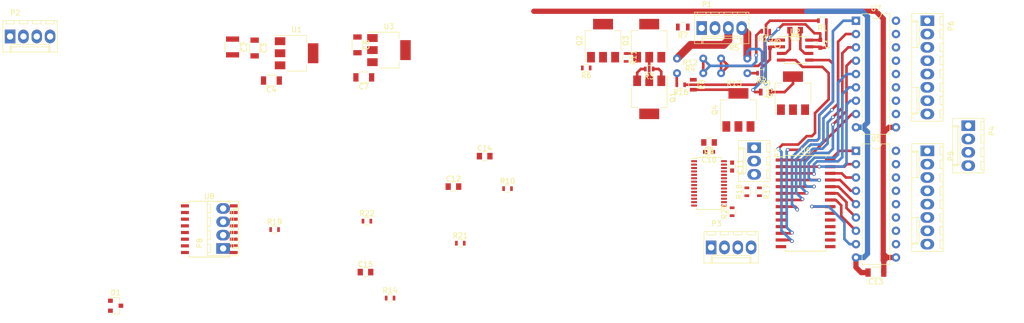
<source format=kicad_pcb>
(kicad_pcb (version 4) (host pcbnew 4.0.4-stable)

  (general
    (links 171)
    (no_connects 124)
    (area 0 0 0 0)
    (thickness 1.6)
    (drawings 4)
    (tracks 273)
    (zones 0)
    (modules 59)
    (nets 90)
  )

  (page A4)
  (layers
    (0 F.Cu signal)
    (31 B.Cu signal)
    (32 B.Adhes user)
    (33 F.Adhes user)
    (34 B.Paste user)
    (35 F.Paste user)
    (36 B.SilkS user)
    (37 F.SilkS user)
    (38 B.Mask user)
    (39 F.Mask user)
    (40 Dwgs.User user)
    (41 Cmts.User user)
    (42 Eco1.User user)
    (43 Eco2.User user)
    (44 Edge.Cuts user)
    (45 Margin user)
    (46 B.CrtYd user)
    (47 F.CrtYd user)
    (48 B.Fab user)
    (49 F.Fab user)
  )

  (setup
    (last_trace_width 0.5)
    (user_trace_width 0.25)
    (user_trace_width 0.5)
    (user_trace_width 0.75)
    (user_trace_width 1)
    (user_trace_width 1.25)
    (user_trace_width 1.5)
    (trace_clearance 0.2)
    (zone_clearance 0.508)
    (zone_45_only no)
    (trace_min 0.2)
    (segment_width 0.2)
    (edge_width 0.15)
    (via_size 0.6)
    (via_drill 0.4)
    (via_min_size 0.4)
    (via_min_drill 0.3)
    (user_via 0.6 0.4)
    (user_via 0.7 0.4)
    (user_via 1.2 0.8)
    (uvia_size 0.3)
    (uvia_drill 0.1)
    (uvias_allowed no)
    (uvia_min_size 0.2)
    (uvia_min_drill 0.1)
    (pcb_text_width 0.3)
    (pcb_text_size 1.5 1.5)
    (mod_edge_width 0.15)
    (mod_text_size 1 1)
    (mod_text_width 0.15)
    (pad_size 1.524 1.524)
    (pad_drill 0.762)
    (pad_to_mask_clearance 0.2)
    (aux_axis_origin 0 0)
    (visible_elements FFFCFF7F)
    (pcbplotparams
      (layerselection 0x00030_80000001)
      (usegerberextensions false)
      (excludeedgelayer true)
      (linewidth 0.100000)
      (plotframeref false)
      (viasonmask false)
      (mode 1)
      (useauxorigin false)
      (hpglpennumber 1)
      (hpglpenspeed 20)
      (hpglpendiameter 15)
      (hpglpenoverlay 2)
      (psnegative false)
      (psa4output false)
      (plotreference true)
      (plotvalue true)
      (plotinvisibletext false)
      (padsonsilk false)
      (subtractmaskfromsilk false)
      (outputformat 1)
      (mirror false)
      (drillshape 1)
      (scaleselection 1)
      (outputdirectory ""))
  )

  (net 0 "")
  (net 1 "Net-(C1-Pad2)")
  (net 2 "Net-(C1-Pad1)")
  (net 3 12V)
  (net 4 GND)
  (net 5 5V)
  (net 6 3V3)
  (net 7 "Net-(C8-Pad2)")
  (net 8 "Net-(C8-Pad1)")
  (net 9 "Net-(C10-Pad1)")
  (net 10 "Net-(C11-Pad2)")
  (net 11 "Net-(C14-Pad1)")
  (net 12 "Net-(C14-Pad2)")
  (net 13 "Net-(D1-Pad1)")
  (net 14 "Net-(D1-Pad2)")
  (net 15 "Net-(P1-Pad1)")
  (net 16 "Net-(P1-Pad3)")
  (net 17 "Net-(P1-Pad4)")
  (net 18 "Net-(P3-Pad2)")
  (net 19 "Net-(P5-Pad1)")
  (net 20 "Net-(P5-Pad2)")
  (net 21 "Net-(P5-Pad3)")
  (net 22 "Net-(P5-Pad4)")
  (net 23 "Net-(P5-Pad5)")
  (net 24 "Net-(P5-Pad6)")
  (net 25 "Net-(P5-Pad7)")
  (net 26 "Net-(P5-Pad8)")
  (net 27 "Net-(P6-Pad1)")
  (net 28 "Net-(P6-Pad2)")
  (net 29 "Net-(P6-Pad3)")
  (net 30 "Net-(P6-Pad4)")
  (net 31 "Net-(P6-Pad5)")
  (net 32 "Net-(P6-Pad6)")
  (net 33 "Net-(P6-Pad7)")
  (net 34 "Net-(P6-Pad8)")
  (net 35 "Net-(P7-Pad2)")
  (net 36 "Net-(Q1-Pad2)")
  (net 37 "Net-(Q1-Pad1)")
  (net 38 "Net-(Q2-Pad1)")
  (net 39 "Net-(Q3-Pad1)")
  (net 40 "Net-(Q4-Pad2)")
  (net 41 DISCH_BUSB)
  (net 42 "Net-(Q5-Pad2)")
  (net 43 DISCH_BUSA)
  (net 44 "Net-(R1-Pad2)")
  (net 45 "Net-(R12-Pad1)")
  (net 46 SW5VEN)
  (net 47 SWGNDEN)
  (net 48 UCB0SDA)
  (net 49 UCB0SCL)
  (net 50 IOEXRST)
  (net 51 "Net-(R22-Pad2)")
  (net 52 "Net-(U4-Pad2)")
  (net 53 UCA0RXD)
  (net 54 UCA0TXD)
  (net 55 "Net-(U4-Pad5)")
  (net 56 "Net-(U4-Pad6)")
  (net 57 "Net-(U4-Pad7)")
  (net 58 "Net-(U4-Pad8)")
  (net 59 "Net-(U4-Pad9)")
  (net 60 "Net-(U4-Pad10)")
  (net 61 "Net-(U4-Pad11)")
  (net 62 "Net-(U4-Pad12)")
  (net 63 RS485TXEN)
  (net 64 RS485RXEN)
  (net 65 "Net-(U4-Pad15)")
  (net 66 "Net-(U4-Pad26)")
  (net 67 "Net-(U4-Pad27)")
  (net 68 "Net-(U5-Pad1)")
  (net 69 "Net-(U5-Pad2)")
  (net 70 "Net-(U5-Pad3)")
  (net 71 "Net-(U5-Pad4)")
  (net 72 "Net-(U5-Pad5)")
  (net 73 "Net-(U5-Pad6)")
  (net 74 "Net-(U5-Pad7)")
  (net 75 "Net-(U5-Pad8)")
  (net 76 "Net-(U6-Pad1)")
  (net 77 "Net-(U6-Pad2)")
  (net 78 "Net-(U6-Pad3)")
  (net 79 "Net-(U6-Pad4)")
  (net 80 "Net-(U6-Pad5)")
  (net 81 "Net-(U6-Pad6)")
  (net 82 "Net-(U6-Pad7)")
  (net 83 "Net-(U6-Pad8)")
  (net 84 "Net-(U6-Pad11)")
  (net 85 "Net-(U6-Pad14)")
  (net 86 "Net-(U6-Pad19)")
  (net 87 "Net-(U6-Pad20)")
  (net 88 "Net-(U8-Pad11)")
  (net 89 "Net-(U8-Pad14)")

  (net_class Default "This is the default net class."
    (clearance 0.2)
    (trace_width 0.25)
    (via_dia 0.6)
    (via_drill 0.4)
    (uvia_dia 0.3)
    (uvia_drill 0.1)
    (add_net 12V)
    (add_net 3V3)
    (add_net 5V)
    (add_net DISCH_BUSA)
    (add_net DISCH_BUSB)
    (add_net GND)
    (add_net IOEXRST)
    (add_net "Net-(C1-Pad1)")
    (add_net "Net-(C1-Pad2)")
    (add_net "Net-(C10-Pad1)")
    (add_net "Net-(C11-Pad2)")
    (add_net "Net-(C14-Pad1)")
    (add_net "Net-(C14-Pad2)")
    (add_net "Net-(C8-Pad1)")
    (add_net "Net-(C8-Pad2)")
    (add_net "Net-(D1-Pad1)")
    (add_net "Net-(D1-Pad2)")
    (add_net "Net-(P1-Pad1)")
    (add_net "Net-(P1-Pad3)")
    (add_net "Net-(P1-Pad4)")
    (add_net "Net-(P3-Pad2)")
    (add_net "Net-(P5-Pad1)")
    (add_net "Net-(P5-Pad2)")
    (add_net "Net-(P5-Pad3)")
    (add_net "Net-(P5-Pad4)")
    (add_net "Net-(P5-Pad5)")
    (add_net "Net-(P5-Pad6)")
    (add_net "Net-(P5-Pad7)")
    (add_net "Net-(P5-Pad8)")
    (add_net "Net-(P6-Pad1)")
    (add_net "Net-(P6-Pad2)")
    (add_net "Net-(P6-Pad3)")
    (add_net "Net-(P6-Pad4)")
    (add_net "Net-(P6-Pad5)")
    (add_net "Net-(P6-Pad6)")
    (add_net "Net-(P6-Pad7)")
    (add_net "Net-(P6-Pad8)")
    (add_net "Net-(P7-Pad2)")
    (add_net "Net-(Q1-Pad1)")
    (add_net "Net-(Q1-Pad2)")
    (add_net "Net-(Q2-Pad1)")
    (add_net "Net-(Q3-Pad1)")
    (add_net "Net-(Q4-Pad2)")
    (add_net "Net-(Q5-Pad2)")
    (add_net "Net-(R1-Pad2)")
    (add_net "Net-(R12-Pad1)")
    (add_net "Net-(R22-Pad2)")
    (add_net "Net-(U4-Pad10)")
    (add_net "Net-(U4-Pad11)")
    (add_net "Net-(U4-Pad12)")
    (add_net "Net-(U4-Pad15)")
    (add_net "Net-(U4-Pad2)")
    (add_net "Net-(U4-Pad26)")
    (add_net "Net-(U4-Pad27)")
    (add_net "Net-(U4-Pad5)")
    (add_net "Net-(U4-Pad6)")
    (add_net "Net-(U4-Pad7)")
    (add_net "Net-(U4-Pad8)")
    (add_net "Net-(U4-Pad9)")
    (add_net "Net-(U5-Pad1)")
    (add_net "Net-(U5-Pad2)")
    (add_net "Net-(U5-Pad3)")
    (add_net "Net-(U5-Pad4)")
    (add_net "Net-(U5-Pad5)")
    (add_net "Net-(U5-Pad6)")
    (add_net "Net-(U5-Pad7)")
    (add_net "Net-(U5-Pad8)")
    (add_net "Net-(U6-Pad1)")
    (add_net "Net-(U6-Pad11)")
    (add_net "Net-(U6-Pad14)")
    (add_net "Net-(U6-Pad19)")
    (add_net "Net-(U6-Pad2)")
    (add_net "Net-(U6-Pad20)")
    (add_net "Net-(U6-Pad3)")
    (add_net "Net-(U6-Pad4)")
    (add_net "Net-(U6-Pad5)")
    (add_net "Net-(U6-Pad6)")
    (add_net "Net-(U6-Pad7)")
    (add_net "Net-(U6-Pad8)")
    (add_net "Net-(U8-Pad11)")
    (add_net "Net-(U8-Pad14)")
    (add_net RS485RXEN)
    (add_net RS485TXEN)
    (add_net SW5VEN)
    (add_net SWGNDEN)
    (add_net UCA0RXD)
    (add_net UCA0TXD)
    (add_net UCB0SCL)
    (add_net UCB0SDA)
  )

  (module Capacitors_SMD:C_0603 (layer F.Cu) (tedit 59958EE7) (tstamp 5A7EFA10)
    (at 171.2 21.2 270)
    (descr "Capacitor SMD 0603, reflow soldering, AVX (see smccp.pdf)")
    (tags "capacitor 0603")
    (path /5A75F074)
    (attr smd)
    (fp_text reference C1 (at 0 -1.5 270) (layer F.SilkS)
      (effects (font (size 1 1) (thickness 0.15)))
    )
    (fp_text value 100nF (at 0 1.5 270) (layer F.Fab)
      (effects (font (size 1 1) (thickness 0.15)))
    )
    (fp_line (start 1.4 0.65) (end -1.4 0.65) (layer F.CrtYd) (width 0.05))
    (fp_line (start 1.4 0.65) (end 1.4 -0.65) (layer F.CrtYd) (width 0.05))
    (fp_line (start -1.4 -0.65) (end -1.4 0.65) (layer F.CrtYd) (width 0.05))
    (fp_line (start -1.4 -0.65) (end 1.4 -0.65) (layer F.CrtYd) (width 0.05))
    (fp_line (start 0.35 0.6) (end -0.35 0.6) (layer F.SilkS) (width 0.12))
    (fp_line (start -0.35 -0.6) (end 0.35 -0.6) (layer F.SilkS) (width 0.12))
    (fp_line (start -0.8 -0.4) (end 0.8 -0.4) (layer F.Fab) (width 0.1))
    (fp_line (start 0.8 -0.4) (end 0.8 0.4) (layer F.Fab) (width 0.1))
    (fp_line (start 0.8 0.4) (end -0.8 0.4) (layer F.Fab) (width 0.1))
    (fp_line (start -0.8 0.4) (end -0.8 -0.4) (layer F.Fab) (width 0.1))
    (fp_text user %R (at 0 0 270) (layer F.Fab)
      (effects (font (size 0.3 0.3) (thickness 0.075)))
    )
    (pad 2 smd rect (at 0.75 0 270) (size 0.8 0.75) (layers F.Cu F.Paste F.Mask)
      (net 1 "Net-(C1-Pad2)"))
    (pad 1 smd rect (at -0.75 0 270) (size 0.8 0.75) (layers F.Cu F.Paste F.Mask)
      (net 2 "Net-(C1-Pad1)"))
    (model Capacitors_SMD.3dshapes/C_0603.wrl
      (at (xyz 0 0 0))
      (scale (xyz 1 1 1))
      (rotate (xyz 0 0 0))
    )
  )

  (module Capacitors_SMD:C_1210 (layer F.Cu) (tedit 58AA84E2) (tstamp 5A7EFA16)
    (at 59.2 21.8 270)
    (descr "Capacitor SMD 1210, reflow soldering, AVX (see smccp.pdf)")
    (tags "capacitor 1210")
    (path /5A75D6C8)
    (attr smd)
    (fp_text reference C2 (at 0 -2.25 270) (layer F.SilkS)
      (effects (font (size 1 1) (thickness 0.15)))
    )
    (fp_text value 100uF (at 0 2.5 270) (layer F.Fab)
      (effects (font (size 1 1) (thickness 0.15)))
    )
    (fp_text user %R (at 0 -2.25 270) (layer F.Fab)
      (effects (font (size 1 1) (thickness 0.15)))
    )
    (fp_line (start -1.6 1.25) (end -1.6 -1.25) (layer F.Fab) (width 0.1))
    (fp_line (start 1.6 1.25) (end -1.6 1.25) (layer F.Fab) (width 0.1))
    (fp_line (start 1.6 -1.25) (end 1.6 1.25) (layer F.Fab) (width 0.1))
    (fp_line (start -1.6 -1.25) (end 1.6 -1.25) (layer F.Fab) (width 0.1))
    (fp_line (start 1 -1.48) (end -1 -1.48) (layer F.SilkS) (width 0.12))
    (fp_line (start -1 1.48) (end 1 1.48) (layer F.SilkS) (width 0.12))
    (fp_line (start -2.25 -1.5) (end 2.25 -1.5) (layer F.CrtYd) (width 0.05))
    (fp_line (start -2.25 -1.5) (end -2.25 1.5) (layer F.CrtYd) (width 0.05))
    (fp_line (start 2.25 1.5) (end 2.25 -1.5) (layer F.CrtYd) (width 0.05))
    (fp_line (start 2.25 1.5) (end -2.25 1.5) (layer F.CrtYd) (width 0.05))
    (pad 1 smd rect (at -1.5 0 270) (size 1 2.5) (layers F.Cu F.Paste F.Mask)
      (net 3 12V))
    (pad 2 smd rect (at 1.5 0 270) (size 1 2.5) (layers F.Cu F.Paste F.Mask)
      (net 4 GND))
    (model Capacitors_SMD.3dshapes/C_1210.wrl
      (at (xyz 0 0 0))
      (scale (xyz 1 1 1))
      (rotate (xyz 0 0 0))
    )
  )

  (module Capacitors_SMD:C_1206 (layer F.Cu) (tedit 58AA84B8) (tstamp 5A7EFA1C)
    (at 63.4 22 270)
    (descr "Capacitor SMD 1206, reflow soldering, AVX (see smccp.pdf)")
    (tags "capacitor 1206")
    (path /5A75D779)
    (attr smd)
    (fp_text reference C3 (at 0 -1.75 270) (layer F.SilkS)
      (effects (font (size 1 1) (thickness 0.15)))
    )
    (fp_text value 10uF (at 0 2 270) (layer F.Fab)
      (effects (font (size 1 1) (thickness 0.15)))
    )
    (fp_text user %R (at 0 -1.75 270) (layer F.Fab)
      (effects (font (size 1 1) (thickness 0.15)))
    )
    (fp_line (start -1.6 0.8) (end -1.6 -0.8) (layer F.Fab) (width 0.1))
    (fp_line (start 1.6 0.8) (end -1.6 0.8) (layer F.Fab) (width 0.1))
    (fp_line (start 1.6 -0.8) (end 1.6 0.8) (layer F.Fab) (width 0.1))
    (fp_line (start -1.6 -0.8) (end 1.6 -0.8) (layer F.Fab) (width 0.1))
    (fp_line (start 1 -1.02) (end -1 -1.02) (layer F.SilkS) (width 0.12))
    (fp_line (start -1 1.02) (end 1 1.02) (layer F.SilkS) (width 0.12))
    (fp_line (start -2.25 -1.05) (end 2.25 -1.05) (layer F.CrtYd) (width 0.05))
    (fp_line (start -2.25 -1.05) (end -2.25 1.05) (layer F.CrtYd) (width 0.05))
    (fp_line (start 2.25 1.05) (end 2.25 -1.05) (layer F.CrtYd) (width 0.05))
    (fp_line (start 2.25 1.05) (end -2.25 1.05) (layer F.CrtYd) (width 0.05))
    (pad 1 smd rect (at -1.5 0 270) (size 1 1.6) (layers F.Cu F.Paste F.Mask)
      (net 3 12V))
    (pad 2 smd rect (at 1.5 0 270) (size 1 1.6) (layers F.Cu F.Paste F.Mask)
      (net 4 GND))
    (model Capacitors_SMD.3dshapes/C_1206.wrl
      (at (xyz 0 0 0))
      (scale (xyz 1 1 1))
      (rotate (xyz 0 0 0))
    )
  )

  (module Capacitors_SMD:C_1206 (layer F.Cu) (tedit 58AA84B8) (tstamp 5A7EFA22)
    (at 66.6 28.2 180)
    (descr "Capacitor SMD 1206, reflow soldering, AVX (see smccp.pdf)")
    (tags "capacitor 1206")
    (path /5A75DAAE)
    (attr smd)
    (fp_text reference C4 (at 0 -1.75 180) (layer F.SilkS)
      (effects (font (size 1 1) (thickness 0.15)))
    )
    (fp_text value 10uF (at 0 2 180) (layer F.Fab)
      (effects (font (size 1 1) (thickness 0.15)))
    )
    (fp_text user %R (at 0 -1.75 180) (layer F.Fab)
      (effects (font (size 1 1) (thickness 0.15)))
    )
    (fp_line (start -1.6 0.8) (end -1.6 -0.8) (layer F.Fab) (width 0.1))
    (fp_line (start 1.6 0.8) (end -1.6 0.8) (layer F.Fab) (width 0.1))
    (fp_line (start 1.6 -0.8) (end 1.6 0.8) (layer F.Fab) (width 0.1))
    (fp_line (start -1.6 -0.8) (end 1.6 -0.8) (layer F.Fab) (width 0.1))
    (fp_line (start 1 -1.02) (end -1 -1.02) (layer F.SilkS) (width 0.12))
    (fp_line (start -1 1.02) (end 1 1.02) (layer F.SilkS) (width 0.12))
    (fp_line (start -2.25 -1.05) (end 2.25 -1.05) (layer F.CrtYd) (width 0.05))
    (fp_line (start -2.25 -1.05) (end -2.25 1.05) (layer F.CrtYd) (width 0.05))
    (fp_line (start 2.25 1.05) (end 2.25 -1.05) (layer F.CrtYd) (width 0.05))
    (fp_line (start 2.25 1.05) (end -2.25 1.05) (layer F.CrtYd) (width 0.05))
    (pad 1 smd rect (at -1.5 0 180) (size 1 1.6) (layers F.Cu F.Paste F.Mask)
      (net 5 5V))
    (pad 2 smd rect (at 1.5 0 180) (size 1 1.6) (layers F.Cu F.Paste F.Mask)
      (net 4 GND))
    (model Capacitors_SMD.3dshapes/C_1206.wrl
      (at (xyz 0 0 0))
      (scale (xyz 1 1 1))
      (rotate (xyz 0 0 0))
    )
  )

  (module Capacitors_SMD:C_0805 (layer F.Cu) (tedit 58AA8463) (tstamp 5A7EFA28)
    (at 166.4 18.6 180)
    (descr "Capacitor SMD 0805, reflow soldering, AVX (see smccp.pdf)")
    (tags "capacitor 0805")
    (path /5A75F0EF)
    (attr smd)
    (fp_text reference C5 (at 0 -1.5 180) (layer F.SilkS)
      (effects (font (size 1 1) (thickness 0.15)))
    )
    (fp_text value 1uF (at 0 1.75 180) (layer F.Fab)
      (effects (font (size 1 1) (thickness 0.15)))
    )
    (fp_text user %R (at 0 -1.5 180) (layer F.Fab)
      (effects (font (size 1 1) (thickness 0.15)))
    )
    (fp_line (start -1 0.62) (end -1 -0.62) (layer F.Fab) (width 0.1))
    (fp_line (start 1 0.62) (end -1 0.62) (layer F.Fab) (width 0.1))
    (fp_line (start 1 -0.62) (end 1 0.62) (layer F.Fab) (width 0.1))
    (fp_line (start -1 -0.62) (end 1 -0.62) (layer F.Fab) (width 0.1))
    (fp_line (start 0.5 -0.85) (end -0.5 -0.85) (layer F.SilkS) (width 0.12))
    (fp_line (start -0.5 0.85) (end 0.5 0.85) (layer F.SilkS) (width 0.12))
    (fp_line (start -1.75 -0.88) (end 1.75 -0.88) (layer F.CrtYd) (width 0.05))
    (fp_line (start -1.75 -0.88) (end -1.75 0.87) (layer F.CrtYd) (width 0.05))
    (fp_line (start 1.75 0.87) (end 1.75 -0.88) (layer F.CrtYd) (width 0.05))
    (fp_line (start 1.75 0.87) (end -1.75 0.87) (layer F.CrtYd) (width 0.05))
    (pad 1 smd rect (at -1 0 180) (size 1 1.25) (layers F.Cu F.Paste F.Mask)
      (net 6 3V3))
    (pad 2 smd rect (at 1 0 180) (size 1 1.25) (layers F.Cu F.Paste F.Mask)
      (net 4 GND))
    (model Capacitors_SMD.3dshapes/C_0805.wrl
      (at (xyz 0 0 0))
      (scale (xyz 1 1 1))
      (rotate (xyz 0 0 0))
    )
  )

  (module Capacitors_SMD:C_1206 (layer F.Cu) (tedit 58AA84B8) (tstamp 5A7EFA2E)
    (at 83 21.4 270)
    (descr "Capacitor SMD 1206, reflow soldering, AVX (see smccp.pdf)")
    (tags "capacitor 1206")
    (path /5A75DA58)
    (attr smd)
    (fp_text reference C6 (at 0 -1.75 270) (layer F.SilkS)
      (effects (font (size 1 1) (thickness 0.15)))
    )
    (fp_text value 10uF (at 0 2 270) (layer F.Fab)
      (effects (font (size 1 1) (thickness 0.15)))
    )
    (fp_text user %R (at 0 -1.75 270) (layer F.Fab)
      (effects (font (size 1 1) (thickness 0.15)))
    )
    (fp_line (start -1.6 0.8) (end -1.6 -0.8) (layer F.Fab) (width 0.1))
    (fp_line (start 1.6 0.8) (end -1.6 0.8) (layer F.Fab) (width 0.1))
    (fp_line (start 1.6 -0.8) (end 1.6 0.8) (layer F.Fab) (width 0.1))
    (fp_line (start -1.6 -0.8) (end 1.6 -0.8) (layer F.Fab) (width 0.1))
    (fp_line (start 1 -1.02) (end -1 -1.02) (layer F.SilkS) (width 0.12))
    (fp_line (start -1 1.02) (end 1 1.02) (layer F.SilkS) (width 0.12))
    (fp_line (start -2.25 -1.05) (end 2.25 -1.05) (layer F.CrtYd) (width 0.05))
    (fp_line (start -2.25 -1.05) (end -2.25 1.05) (layer F.CrtYd) (width 0.05))
    (fp_line (start 2.25 1.05) (end 2.25 -1.05) (layer F.CrtYd) (width 0.05))
    (fp_line (start 2.25 1.05) (end -2.25 1.05) (layer F.CrtYd) (width 0.05))
    (pad 1 smd rect (at -1.5 0 270) (size 1 1.6) (layers F.Cu F.Paste F.Mask)
      (net 3 12V))
    (pad 2 smd rect (at 1.5 0 270) (size 1 1.6) (layers F.Cu F.Paste F.Mask)
      (net 4 GND))
    (model Capacitors_SMD.3dshapes/C_1206.wrl
      (at (xyz 0 0 0))
      (scale (xyz 1 1 1))
      (rotate (xyz 0 0 0))
    )
  )

  (module Capacitors_SMD:C_1206 (layer F.Cu) (tedit 58AA84B8) (tstamp 5A7EFA34)
    (at 84.2 27.6 180)
    (descr "Capacitor SMD 1206, reflow soldering, AVX (see smccp.pdf)")
    (tags "capacitor 1206")
    (path /5A75DA85)
    (attr smd)
    (fp_text reference C7 (at 0 -1.75 180) (layer F.SilkS)
      (effects (font (size 1 1) (thickness 0.15)))
    )
    (fp_text value 10uF (at 0 2 180) (layer F.Fab)
      (effects (font (size 1 1) (thickness 0.15)))
    )
    (fp_text user %R (at 0 -1.75 180) (layer F.Fab)
      (effects (font (size 1 1) (thickness 0.15)))
    )
    (fp_line (start -1.6 0.8) (end -1.6 -0.8) (layer F.Fab) (width 0.1))
    (fp_line (start 1.6 0.8) (end -1.6 0.8) (layer F.Fab) (width 0.1))
    (fp_line (start 1.6 -0.8) (end 1.6 0.8) (layer F.Fab) (width 0.1))
    (fp_line (start -1.6 -0.8) (end 1.6 -0.8) (layer F.Fab) (width 0.1))
    (fp_line (start 1 -1.02) (end -1 -1.02) (layer F.SilkS) (width 0.12))
    (fp_line (start -1 1.02) (end 1 1.02) (layer F.SilkS) (width 0.12))
    (fp_line (start -2.25 -1.05) (end 2.25 -1.05) (layer F.CrtYd) (width 0.05))
    (fp_line (start -2.25 -1.05) (end -2.25 1.05) (layer F.CrtYd) (width 0.05))
    (fp_line (start 2.25 1.05) (end 2.25 -1.05) (layer F.CrtYd) (width 0.05))
    (fp_line (start 2.25 1.05) (end -2.25 1.05) (layer F.CrtYd) (width 0.05))
    (pad 1 smd rect (at -1.5 0 180) (size 1 1.6) (layers F.Cu F.Paste F.Mask)
      (net 6 3V3))
    (pad 2 smd rect (at 1.5 0 180) (size 1 1.6) (layers F.Cu F.Paste F.Mask)
      (net 4 GND))
    (model Capacitors_SMD.3dshapes/C_1206.wrl
      (at (xyz 0 0 0))
      (scale (xyz 1 1 1))
      (rotate (xyz 0 0 0))
    )
  )

  (module Capacitors_SMD:C_0603 (layer F.Cu) (tedit 59958EE7) (tstamp 5A7EFA3A)
    (at 161.6 21.2 270)
    (descr "Capacitor SMD 0603, reflow soldering, AVX (see smccp.pdf)")
    (tags "capacitor 0603")
    (path /5A75EFED)
    (attr smd)
    (fp_text reference C8 (at 0 -1.5 270) (layer F.SilkS)
      (effects (font (size 1 1) (thickness 0.15)))
    )
    (fp_text value 100nF (at 0 1.5 270) (layer F.Fab)
      (effects (font (size 1 1) (thickness 0.15)))
    )
    (fp_line (start 1.4 0.65) (end -1.4 0.65) (layer F.CrtYd) (width 0.05))
    (fp_line (start 1.4 0.65) (end 1.4 -0.65) (layer F.CrtYd) (width 0.05))
    (fp_line (start -1.4 -0.65) (end -1.4 0.65) (layer F.CrtYd) (width 0.05))
    (fp_line (start -1.4 -0.65) (end 1.4 -0.65) (layer F.CrtYd) (width 0.05))
    (fp_line (start 0.35 0.6) (end -0.35 0.6) (layer F.SilkS) (width 0.12))
    (fp_line (start -0.35 -0.6) (end 0.35 -0.6) (layer F.SilkS) (width 0.12))
    (fp_line (start -0.8 -0.4) (end 0.8 -0.4) (layer F.Fab) (width 0.1))
    (fp_line (start 0.8 -0.4) (end 0.8 0.4) (layer F.Fab) (width 0.1))
    (fp_line (start 0.8 0.4) (end -0.8 0.4) (layer F.Fab) (width 0.1))
    (fp_line (start -0.8 0.4) (end -0.8 -0.4) (layer F.Fab) (width 0.1))
    (fp_text user %R (at 0 0 270) (layer F.Fab)
      (effects (font (size 0.3 0.3) (thickness 0.075)))
    )
    (pad 2 smd rect (at 0.75 0 270) (size 0.8 0.75) (layers F.Cu F.Paste F.Mask)
      (net 7 "Net-(C8-Pad2)"))
    (pad 1 smd rect (at -0.75 0 270) (size 0.8 0.75) (layers F.Cu F.Paste F.Mask)
      (net 8 "Net-(C8-Pad1)"))
    (model Capacitors_SMD.3dshapes/C_0603.wrl
      (at (xyz 0 0 0))
      (scale (xyz 1 1 1))
      (rotate (xyz 0 0 0))
    )
  )

  (module Capacitors_SMD:C_0805 (layer F.Cu) (tedit 58AA8463) (tstamp 5A7EFA40)
    (at 150 40 180)
    (descr "Capacitor SMD 0805, reflow soldering, AVX (see smccp.pdf)")
    (tags "capacitor 0805")
    (path /5A761B07)
    (attr smd)
    (fp_text reference C9 (at 0 -1.5 180) (layer F.SilkS)
      (effects (font (size 1 1) (thickness 0.15)))
    )
    (fp_text value 1uF (at 0 1.75 180) (layer F.Fab)
      (effects (font (size 1 1) (thickness 0.15)))
    )
    (fp_text user %R (at 0 -1.5 180) (layer F.Fab)
      (effects (font (size 1 1) (thickness 0.15)))
    )
    (fp_line (start -1 0.62) (end -1 -0.62) (layer F.Fab) (width 0.1))
    (fp_line (start 1 0.62) (end -1 0.62) (layer F.Fab) (width 0.1))
    (fp_line (start 1 -0.62) (end 1 0.62) (layer F.Fab) (width 0.1))
    (fp_line (start -1 -0.62) (end 1 -0.62) (layer F.Fab) (width 0.1))
    (fp_line (start 0.5 -0.85) (end -0.5 -0.85) (layer F.SilkS) (width 0.12))
    (fp_line (start -0.5 0.85) (end 0.5 0.85) (layer F.SilkS) (width 0.12))
    (fp_line (start -1.75 -0.88) (end 1.75 -0.88) (layer F.CrtYd) (width 0.05))
    (fp_line (start -1.75 -0.88) (end -1.75 0.87) (layer F.CrtYd) (width 0.05))
    (fp_line (start 1.75 0.87) (end 1.75 -0.88) (layer F.CrtYd) (width 0.05))
    (fp_line (start 1.75 0.87) (end -1.75 0.87) (layer F.CrtYd) (width 0.05))
    (pad 1 smd rect (at -1 0 180) (size 1 1.25) (layers F.Cu F.Paste F.Mask)
      (net 9 "Net-(C10-Pad1)"))
    (pad 2 smd rect (at 1 0 180) (size 1 1.25) (layers F.Cu F.Paste F.Mask)
      (net 6 3V3))
    (model Capacitors_SMD.3dshapes/C_0805.wrl
      (at (xyz 0 0 0))
      (scale (xyz 1 1 1))
      (rotate (xyz 0 0 0))
    )
  )

  (module Capacitors_SMD:C_0603 (layer F.Cu) (tedit 59958EE7) (tstamp 5A7EFA46)
    (at 150 41.8 180)
    (descr "Capacitor SMD 0603, reflow soldering, AVX (see smccp.pdf)")
    (tags "capacitor 0603")
    (path /5A761A8A)
    (attr smd)
    (fp_text reference C10 (at 0 -1.5 180) (layer F.SilkS)
      (effects (font (size 1 1) (thickness 0.15)))
    )
    (fp_text value 100nF (at 0 1.5 180) (layer F.Fab)
      (effects (font (size 1 1) (thickness 0.15)))
    )
    (fp_line (start 1.4 0.65) (end -1.4 0.65) (layer F.CrtYd) (width 0.05))
    (fp_line (start 1.4 0.65) (end 1.4 -0.65) (layer F.CrtYd) (width 0.05))
    (fp_line (start -1.4 -0.65) (end -1.4 0.65) (layer F.CrtYd) (width 0.05))
    (fp_line (start -1.4 -0.65) (end 1.4 -0.65) (layer F.CrtYd) (width 0.05))
    (fp_line (start 0.35 0.6) (end -0.35 0.6) (layer F.SilkS) (width 0.12))
    (fp_line (start -0.35 -0.6) (end 0.35 -0.6) (layer F.SilkS) (width 0.12))
    (fp_line (start -0.8 -0.4) (end 0.8 -0.4) (layer F.Fab) (width 0.1))
    (fp_line (start 0.8 -0.4) (end 0.8 0.4) (layer F.Fab) (width 0.1))
    (fp_line (start 0.8 0.4) (end -0.8 0.4) (layer F.Fab) (width 0.1))
    (fp_line (start -0.8 0.4) (end -0.8 -0.4) (layer F.Fab) (width 0.1))
    (fp_text user %R (at 0 0 180) (layer F.Fab)
      (effects (font (size 0.3 0.3) (thickness 0.075)))
    )
    (pad 2 smd rect (at 0.75 0 180) (size 0.8 0.75) (layers F.Cu F.Paste F.Mask)
      (net 6 3V3))
    (pad 1 smd rect (at -0.75 0 180) (size 0.8 0.75) (layers F.Cu F.Paste F.Mask)
      (net 9 "Net-(C10-Pad1)"))
    (model Capacitors_SMD.3dshapes/C_0603.wrl
      (at (xyz 0 0 0))
      (scale (xyz 1 1 1))
      (rotate (xyz 0 0 0))
    )
  )

  (module Capacitors_SMD:C_0603 (layer F.Cu) (tedit 59958EE7) (tstamp 5A7EFA4C)
    (at 154.4 44.6 270)
    (descr "Capacitor SMD 0603, reflow soldering, AVX (see smccp.pdf)")
    (tags "capacitor 0603")
    (path /5A76E7F7)
    (attr smd)
    (fp_text reference C11 (at 0 -1.5 270) (layer F.SilkS)
      (effects (font (size 1 1) (thickness 0.15)))
    )
    (fp_text value 10nF (at 0 1.5 270) (layer F.Fab)
      (effects (font (size 1 1) (thickness 0.15)))
    )
    (fp_line (start 1.4 0.65) (end -1.4 0.65) (layer F.CrtYd) (width 0.05))
    (fp_line (start 1.4 0.65) (end 1.4 -0.65) (layer F.CrtYd) (width 0.05))
    (fp_line (start -1.4 -0.65) (end -1.4 0.65) (layer F.CrtYd) (width 0.05))
    (fp_line (start -1.4 -0.65) (end 1.4 -0.65) (layer F.CrtYd) (width 0.05))
    (fp_line (start 0.35 0.6) (end -0.35 0.6) (layer F.SilkS) (width 0.12))
    (fp_line (start -0.35 -0.6) (end 0.35 -0.6) (layer F.SilkS) (width 0.12))
    (fp_line (start -0.8 -0.4) (end 0.8 -0.4) (layer F.Fab) (width 0.1))
    (fp_line (start 0.8 -0.4) (end 0.8 0.4) (layer F.Fab) (width 0.1))
    (fp_line (start 0.8 0.4) (end -0.8 0.4) (layer F.Fab) (width 0.1))
    (fp_line (start -0.8 0.4) (end -0.8 -0.4) (layer F.Fab) (width 0.1))
    (fp_text user %R (at 0 0 270) (layer F.Fab)
      (effects (font (size 0.3 0.3) (thickness 0.075)))
    )
    (pad 2 smd rect (at 0.75 0 270) (size 0.8 0.75) (layers F.Cu F.Paste F.Mask)
      (net 10 "Net-(C11-Pad2)"))
    (pad 1 smd rect (at -0.75 0 270) (size 0.8 0.75) (layers F.Cu F.Paste F.Mask)
      (net 9 "Net-(C10-Pad1)"))
    (model Capacitors_SMD.3dshapes/C_0603.wrl
      (at (xyz 0 0 0))
      (scale (xyz 1 1 1))
      (rotate (xyz 0 0 0))
    )
  )

  (module Capacitors_SMD:C_0805 (layer F.Cu) (tedit 58AA8463) (tstamp 5A7EFA52)
    (at 101.290001 48.409)
    (descr "Capacitor SMD 0805, reflow soldering, AVX (see smccp.pdf)")
    (tags "capacitor 0805")
    (path /5A765698)
    (attr smd)
    (fp_text reference C12 (at 0 -1.5) (layer F.SilkS)
      (effects (font (size 1 1) (thickness 0.15)))
    )
    (fp_text value 1uF (at 0 1.75) (layer F.Fab)
      (effects (font (size 1 1) (thickness 0.15)))
    )
    (fp_text user %R (at 0 -1.5) (layer F.Fab)
      (effects (font (size 1 1) (thickness 0.15)))
    )
    (fp_line (start -1 0.62) (end -1 -0.62) (layer F.Fab) (width 0.1))
    (fp_line (start 1 0.62) (end -1 0.62) (layer F.Fab) (width 0.1))
    (fp_line (start 1 -0.62) (end 1 0.62) (layer F.Fab) (width 0.1))
    (fp_line (start -1 -0.62) (end 1 -0.62) (layer F.Fab) (width 0.1))
    (fp_line (start 0.5 -0.85) (end -0.5 -0.85) (layer F.SilkS) (width 0.12))
    (fp_line (start -0.5 0.85) (end 0.5 0.85) (layer F.SilkS) (width 0.12))
    (fp_line (start -1.75 -0.88) (end 1.75 -0.88) (layer F.CrtYd) (width 0.05))
    (fp_line (start -1.75 -0.88) (end -1.75 0.87) (layer F.CrtYd) (width 0.05))
    (fp_line (start 1.75 0.87) (end 1.75 -0.88) (layer F.CrtYd) (width 0.05))
    (fp_line (start 1.75 0.87) (end -1.75 0.87) (layer F.CrtYd) (width 0.05))
    (pad 1 smd rect (at -1 0) (size 1 1.25) (layers F.Cu F.Paste F.Mask)
      (net 6 3V3))
    (pad 2 smd rect (at 1 0) (size 1 1.25) (layers F.Cu F.Paste F.Mask)
      (net 4 GND))
    (model Capacitors_SMD.3dshapes/C_0805.wrl
      (at (xyz 0 0 0))
      (scale (xyz 1 1 1))
      (rotate (xyz 0 0 0))
    )
  )

  (module Capacitors_SMD:C_1206 (layer F.Cu) (tedit 58AA84B8) (tstamp 5A7EFA58)
    (at 181.8 64.8 180)
    (descr "Capacitor SMD 1206, reflow soldering, AVX (see smccp.pdf)")
    (tags "capacitor 1206")
    (path /5A7F883C)
    (attr smd)
    (fp_text reference C13 (at 0 -1.75 180) (layer F.SilkS)
      (effects (font (size 1 1) (thickness 0.15)))
    )
    (fp_text value 100uF (at 0 2 180) (layer F.Fab)
      (effects (font (size 1 1) (thickness 0.15)))
    )
    (fp_text user %R (at 0 -1.75 180) (layer F.Fab)
      (effects (font (size 1 1) (thickness 0.15)))
    )
    (fp_line (start -1.6 0.8) (end -1.6 -0.8) (layer F.Fab) (width 0.1))
    (fp_line (start 1.6 0.8) (end -1.6 0.8) (layer F.Fab) (width 0.1))
    (fp_line (start 1.6 -0.8) (end 1.6 0.8) (layer F.Fab) (width 0.1))
    (fp_line (start -1.6 -0.8) (end 1.6 -0.8) (layer F.Fab) (width 0.1))
    (fp_line (start 1 -1.02) (end -1 -1.02) (layer F.SilkS) (width 0.12))
    (fp_line (start -1 1.02) (end 1 1.02) (layer F.SilkS) (width 0.12))
    (fp_line (start -2.25 -1.05) (end 2.25 -1.05) (layer F.CrtYd) (width 0.05))
    (fp_line (start -2.25 -1.05) (end -2.25 1.05) (layer F.CrtYd) (width 0.05))
    (fp_line (start 2.25 1.05) (end 2.25 -1.05) (layer F.CrtYd) (width 0.05))
    (fp_line (start 2.25 1.05) (end -2.25 1.05) (layer F.CrtYd) (width 0.05))
    (pad 1 smd rect (at -1.5 0 180) (size 1 1.6) (layers F.Cu F.Paste F.Mask)
      (net 3 12V))
    (pad 2 smd rect (at 1.5 0 180) (size 1 1.6) (layers F.Cu F.Paste F.Mask)
      (net 4 GND))
    (model Capacitors_SMD.3dshapes/C_1206.wrl
      (at (xyz 0 0 0))
      (scale (xyz 1 1 1))
      (rotate (xyz 0 0 0))
    )
  )

  (module Capacitors_SMD:C_0805 (layer F.Cu) (tedit 58AA8463) (tstamp 5A7EFA5E)
    (at 107.240001 42.609)
    (descr "Capacitor SMD 0805, reflow soldering, AVX (see smccp.pdf)")
    (tags "capacitor 0805")
    (path /5A7654E0)
    (attr smd)
    (fp_text reference C14 (at 0 -1.5) (layer F.SilkS)
      (effects (font (size 1 1) (thickness 0.15)))
    )
    (fp_text value 1uF (at 0 1.75) (layer F.Fab)
      (effects (font (size 1 1) (thickness 0.15)))
    )
    (fp_text user %R (at 0 -1.5) (layer F.Fab)
      (effects (font (size 1 1) (thickness 0.15)))
    )
    (fp_line (start -1 0.62) (end -1 -0.62) (layer F.Fab) (width 0.1))
    (fp_line (start 1 0.62) (end -1 0.62) (layer F.Fab) (width 0.1))
    (fp_line (start 1 -0.62) (end 1 0.62) (layer F.Fab) (width 0.1))
    (fp_line (start -1 -0.62) (end 1 -0.62) (layer F.Fab) (width 0.1))
    (fp_line (start 0.5 -0.85) (end -0.5 -0.85) (layer F.SilkS) (width 0.12))
    (fp_line (start -0.5 0.85) (end 0.5 0.85) (layer F.SilkS) (width 0.12))
    (fp_line (start -1.75 -0.88) (end 1.75 -0.88) (layer F.CrtYd) (width 0.05))
    (fp_line (start -1.75 -0.88) (end -1.75 0.87) (layer F.CrtYd) (width 0.05))
    (fp_line (start 1.75 0.87) (end 1.75 -0.88) (layer F.CrtYd) (width 0.05))
    (fp_line (start 1.75 0.87) (end -1.75 0.87) (layer F.CrtYd) (width 0.05))
    (pad 1 smd rect (at -1 0) (size 1 1.25) (layers F.Cu F.Paste F.Mask)
      (net 11 "Net-(C14-Pad1)"))
    (pad 2 smd rect (at 1 0) (size 1 1.25) (layers F.Cu F.Paste F.Mask)
      (net 12 "Net-(C14-Pad2)"))
    (model Capacitors_SMD.3dshapes/C_0805.wrl
      (at (xyz 0 0 0))
      (scale (xyz 1 1 1))
      (rotate (xyz 0 0 0))
    )
  )

  (module Capacitors_SMD:C_0805 (layer F.Cu) (tedit 58AA8463) (tstamp 5A7EFA64)
    (at 84.530001 64.709)
    (descr "Capacitor SMD 0805, reflow soldering, AVX (see smccp.pdf)")
    (tags "capacitor 0805")
    (path /5A7655E7)
    (attr smd)
    (fp_text reference C15 (at 0 -1.5) (layer F.SilkS)
      (effects (font (size 1 1) (thickness 0.15)))
    )
    (fp_text value 1uF (at 0 1.75) (layer F.Fab)
      (effects (font (size 1 1) (thickness 0.15)))
    )
    (fp_text user %R (at 0 -1.5) (layer F.Fab)
      (effects (font (size 1 1) (thickness 0.15)))
    )
    (fp_line (start -1 0.62) (end -1 -0.62) (layer F.Fab) (width 0.1))
    (fp_line (start 1 0.62) (end -1 0.62) (layer F.Fab) (width 0.1))
    (fp_line (start 1 -0.62) (end 1 0.62) (layer F.Fab) (width 0.1))
    (fp_line (start -1 -0.62) (end 1 -0.62) (layer F.Fab) (width 0.1))
    (fp_line (start 0.5 -0.85) (end -0.5 -0.85) (layer F.SilkS) (width 0.12))
    (fp_line (start -0.5 0.85) (end 0.5 0.85) (layer F.SilkS) (width 0.12))
    (fp_line (start -1.75 -0.88) (end 1.75 -0.88) (layer F.CrtYd) (width 0.05))
    (fp_line (start -1.75 -0.88) (end -1.75 0.87) (layer F.CrtYd) (width 0.05))
    (fp_line (start 1.75 0.87) (end 1.75 -0.88) (layer F.CrtYd) (width 0.05))
    (fp_line (start 1.75 0.87) (end -1.75 0.87) (layer F.CrtYd) (width 0.05))
    (pad 1 smd rect (at -1 0) (size 1 1.25) (layers F.Cu F.Paste F.Mask)
      (net 6 3V3))
    (pad 2 smd rect (at 1 0) (size 1 1.25) (layers F.Cu F.Paste F.Mask)
      (net 4 GND))
    (model Capacitors_SMD.3dshapes/C_0805.wrl
      (at (xyz 0 0 0))
      (scale (xyz 1 1 1))
      (rotate (xyz 0 0 0))
    )
  )

  (module TO_SOT_Packages_SMD:SOT-23 (layer F.Cu) (tedit 58CE4E7E) (tstamp 5A7EFA6B)
    (at 36.92119 71.119)
    (descr "SOT-23, Standard")
    (tags SOT-23)
    (path /5A765A3E)
    (attr smd)
    (fp_text reference D1 (at 0 -2.5) (layer F.SilkS)
      (effects (font (size 1 1) (thickness 0.15)))
    )
    (fp_text value PSM712 (at 0 2.5) (layer F.Fab)
      (effects (font (size 1 1) (thickness 0.15)))
    )
    (fp_text user %R (at 0 0 90) (layer F.Fab)
      (effects (font (size 0.5 0.5) (thickness 0.075)))
    )
    (fp_line (start -0.7 -0.95) (end -0.7 1.5) (layer F.Fab) (width 0.1))
    (fp_line (start -0.15 -1.52) (end 0.7 -1.52) (layer F.Fab) (width 0.1))
    (fp_line (start -0.7 -0.95) (end -0.15 -1.52) (layer F.Fab) (width 0.1))
    (fp_line (start 0.7 -1.52) (end 0.7 1.52) (layer F.Fab) (width 0.1))
    (fp_line (start -0.7 1.52) (end 0.7 1.52) (layer F.Fab) (width 0.1))
    (fp_line (start 0.76 1.58) (end 0.76 0.65) (layer F.SilkS) (width 0.12))
    (fp_line (start 0.76 -1.58) (end 0.76 -0.65) (layer F.SilkS) (width 0.12))
    (fp_line (start -1.7 -1.75) (end 1.7 -1.75) (layer F.CrtYd) (width 0.05))
    (fp_line (start 1.7 -1.75) (end 1.7 1.75) (layer F.CrtYd) (width 0.05))
    (fp_line (start 1.7 1.75) (end -1.7 1.75) (layer F.CrtYd) (width 0.05))
    (fp_line (start -1.7 1.75) (end -1.7 -1.75) (layer F.CrtYd) (width 0.05))
    (fp_line (start 0.76 -1.58) (end -1.4 -1.58) (layer F.SilkS) (width 0.12))
    (fp_line (start 0.76 1.58) (end -0.7 1.58) (layer F.SilkS) (width 0.12))
    (pad 1 smd rect (at -1 -0.95) (size 0.9 0.8) (layers F.Cu F.Paste F.Mask)
      (net 13 "Net-(D1-Pad1)"))
    (pad 2 smd rect (at -1 0.95) (size 0.9 0.8) (layers F.Cu F.Paste F.Mask)
      (net 14 "Net-(D1-Pad2)"))
    (pad 3 smd rect (at 1 0) (size 0.9 0.8) (layers F.Cu F.Paste F.Mask)
      (net 11 "Net-(C14-Pad1)"))
    (model ${KISYS3DMOD}/TO_SOT_Packages_SMD.3dshapes/SOT-23.wrl
      (at (xyz 0 0 0))
      (scale (xyz 1 1 1))
      (rotate (xyz 0 0 0))
    )
  )

  (module Connectors_Molex:Molex_KK-6410-04_04x2.54mm_Straight (layer F.Cu) (tedit 58EE6EE8) (tstamp 5A7EFA73)
    (at 148.6 18.2)
    (descr "Connector Headers with Friction Lock, 22-27-2041, http://www.molex.com/pdm_docs/sd/022272021_sd.pdf")
    (tags "connector molex kk_6410 22-27-2041")
    (path /5A75EE22)
    (fp_text reference P1 (at 1 -4.5) (layer F.SilkS)
      (effects (font (size 1 1) (thickness 0.15)))
    )
    (fp_text value CONN_01X04 (at 3.81 4.5) (layer F.Fab)
      (effects (font (size 1 1) (thickness 0.15)))
    )
    (fp_line (start -1.47 -3.12) (end -1.47 3.08) (layer F.Fab) (width 0.12))
    (fp_line (start -1.47 3.08) (end 9.09 3.08) (layer F.Fab) (width 0.12))
    (fp_line (start 9.09 3.08) (end 9.09 -3.12) (layer F.Fab) (width 0.12))
    (fp_line (start 9.09 -3.12) (end -1.47 -3.12) (layer F.Fab) (width 0.12))
    (fp_line (start -1.37 -3.02) (end -1.37 2.98) (layer F.SilkS) (width 0.12))
    (fp_line (start -1.37 2.98) (end 8.99 2.98) (layer F.SilkS) (width 0.12))
    (fp_line (start 8.99 2.98) (end 8.99 -3.02) (layer F.SilkS) (width 0.12))
    (fp_line (start 8.99 -3.02) (end -1.37 -3.02) (layer F.SilkS) (width 0.12))
    (fp_line (start 0 2.98) (end 0 1.98) (layer F.SilkS) (width 0.12))
    (fp_line (start 0 1.98) (end 7.62 1.98) (layer F.SilkS) (width 0.12))
    (fp_line (start 7.62 1.98) (end 7.62 2.98) (layer F.SilkS) (width 0.12))
    (fp_line (start 0 1.98) (end 0.25 1.55) (layer F.SilkS) (width 0.12))
    (fp_line (start 0.25 1.55) (end 7.37 1.55) (layer F.SilkS) (width 0.12))
    (fp_line (start 7.37 1.55) (end 7.62 1.98) (layer F.SilkS) (width 0.12))
    (fp_line (start 0.25 2.98) (end 0.25 1.98) (layer F.SilkS) (width 0.12))
    (fp_line (start 7.37 2.98) (end 7.37 1.98) (layer F.SilkS) (width 0.12))
    (fp_line (start -0.8 -3.02) (end -0.8 -2.4) (layer F.SilkS) (width 0.12))
    (fp_line (start -0.8 -2.4) (end 0.8 -2.4) (layer F.SilkS) (width 0.12))
    (fp_line (start 0.8 -2.4) (end 0.8 -3.02) (layer F.SilkS) (width 0.12))
    (fp_line (start 1.74 -3.02) (end 1.74 -2.4) (layer F.SilkS) (width 0.12))
    (fp_line (start 1.74 -2.4) (end 3.34 -2.4) (layer F.SilkS) (width 0.12))
    (fp_line (start 3.34 -2.4) (end 3.34 -3.02) (layer F.SilkS) (width 0.12))
    (fp_line (start 4.28 -3.02) (end 4.28 -2.4) (layer F.SilkS) (width 0.12))
    (fp_line (start 4.28 -2.4) (end 5.88 -2.4) (layer F.SilkS) (width 0.12))
    (fp_line (start 5.88 -2.4) (end 5.88 -3.02) (layer F.SilkS) (width 0.12))
    (fp_line (start 6.82 -3.02) (end 6.82 -2.4) (layer F.SilkS) (width 0.12))
    (fp_line (start 6.82 -2.4) (end 8.42 -2.4) (layer F.SilkS) (width 0.12))
    (fp_line (start 8.42 -2.4) (end 8.42 -3.02) (layer F.SilkS) (width 0.12))
    (fp_line (start -1.9 3.5) (end -1.9 -3.55) (layer F.CrtYd) (width 0.05))
    (fp_line (start -1.9 -3.55) (end 9.5 -3.55) (layer F.CrtYd) (width 0.05))
    (fp_line (start 9.5 -3.55) (end 9.5 3.5) (layer F.CrtYd) (width 0.05))
    (fp_line (start 9.5 3.5) (end -1.9 3.5) (layer F.CrtYd) (width 0.05))
    (fp_text user %R (at 3.81 0) (layer F.Fab)
      (effects (font (size 1 1) (thickness 0.15)))
    )
    (pad 1 thru_hole rect (at 0 0) (size 2 2.6) (drill 1.2) (layers *.Cu *.Mask)
      (net 15 "Net-(P1-Pad1)"))
    (pad 2 thru_hole oval (at 2.54 0) (size 2 2.6) (drill 1.2) (layers *.Cu *.Mask)
      (net 15 "Net-(P1-Pad1)"))
    (pad 3 thru_hole oval (at 5.08 0) (size 2 2.6) (drill 1.2) (layers *.Cu *.Mask)
      (net 16 "Net-(P1-Pad3)"))
    (pad 4 thru_hole oval (at 7.62 0) (size 2 2.6) (drill 1.2) (layers *.Cu *.Mask)
      (net 17 "Net-(P1-Pad4)"))
    (model ${KISYS3DMOD}/Connectors_Molex.3dshapes/Molex_KK-6410-04_04x2.54mm_Straight.wrl
      (at (xyz 0 0 0))
      (scale (xyz 1 1 1))
      (rotate (xyz 0 0 0))
    )
  )

  (module Connectors_Molex:Molex_KK-6410-04_04x2.54mm_Straight (layer F.Cu) (tedit 58EE6EE8) (tstamp 5A7EFA7B)
    (at 16.8 19.8)
    (descr "Connector Headers with Friction Lock, 22-27-2041, http://www.molex.com/pdm_docs/sd/022272021_sd.pdf")
    (tags "connector molex kk_6410 22-27-2041")
    (path /5A7F7711)
    (fp_text reference P2 (at 1 -4.5) (layer F.SilkS)
      (effects (font (size 1 1) (thickness 0.15)))
    )
    (fp_text value CONN_01X04 (at 3.81 4.5) (layer F.Fab)
      (effects (font (size 1 1) (thickness 0.15)))
    )
    (fp_line (start -1.47 -3.12) (end -1.47 3.08) (layer F.Fab) (width 0.12))
    (fp_line (start -1.47 3.08) (end 9.09 3.08) (layer F.Fab) (width 0.12))
    (fp_line (start 9.09 3.08) (end 9.09 -3.12) (layer F.Fab) (width 0.12))
    (fp_line (start 9.09 -3.12) (end -1.47 -3.12) (layer F.Fab) (width 0.12))
    (fp_line (start -1.37 -3.02) (end -1.37 2.98) (layer F.SilkS) (width 0.12))
    (fp_line (start -1.37 2.98) (end 8.99 2.98) (layer F.SilkS) (width 0.12))
    (fp_line (start 8.99 2.98) (end 8.99 -3.02) (layer F.SilkS) (width 0.12))
    (fp_line (start 8.99 -3.02) (end -1.37 -3.02) (layer F.SilkS) (width 0.12))
    (fp_line (start 0 2.98) (end 0 1.98) (layer F.SilkS) (width 0.12))
    (fp_line (start 0 1.98) (end 7.62 1.98) (layer F.SilkS) (width 0.12))
    (fp_line (start 7.62 1.98) (end 7.62 2.98) (layer F.SilkS) (width 0.12))
    (fp_line (start 0 1.98) (end 0.25 1.55) (layer F.SilkS) (width 0.12))
    (fp_line (start 0.25 1.55) (end 7.37 1.55) (layer F.SilkS) (width 0.12))
    (fp_line (start 7.37 1.55) (end 7.62 1.98) (layer F.SilkS) (width 0.12))
    (fp_line (start 0.25 2.98) (end 0.25 1.98) (layer F.SilkS) (width 0.12))
    (fp_line (start 7.37 2.98) (end 7.37 1.98) (layer F.SilkS) (width 0.12))
    (fp_line (start -0.8 -3.02) (end -0.8 -2.4) (layer F.SilkS) (width 0.12))
    (fp_line (start -0.8 -2.4) (end 0.8 -2.4) (layer F.SilkS) (width 0.12))
    (fp_line (start 0.8 -2.4) (end 0.8 -3.02) (layer F.SilkS) (width 0.12))
    (fp_line (start 1.74 -3.02) (end 1.74 -2.4) (layer F.SilkS) (width 0.12))
    (fp_line (start 1.74 -2.4) (end 3.34 -2.4) (layer F.SilkS) (width 0.12))
    (fp_line (start 3.34 -2.4) (end 3.34 -3.02) (layer F.SilkS) (width 0.12))
    (fp_line (start 4.28 -3.02) (end 4.28 -2.4) (layer F.SilkS) (width 0.12))
    (fp_line (start 4.28 -2.4) (end 5.88 -2.4) (layer F.SilkS) (width 0.12))
    (fp_line (start 5.88 -2.4) (end 5.88 -3.02) (layer F.SilkS) (width 0.12))
    (fp_line (start 6.82 -3.02) (end 6.82 -2.4) (layer F.SilkS) (width 0.12))
    (fp_line (start 6.82 -2.4) (end 8.42 -2.4) (layer F.SilkS) (width 0.12))
    (fp_line (start 8.42 -2.4) (end 8.42 -3.02) (layer F.SilkS) (width 0.12))
    (fp_line (start -1.9 3.5) (end -1.9 -3.55) (layer F.CrtYd) (width 0.05))
    (fp_line (start -1.9 -3.55) (end 9.5 -3.55) (layer F.CrtYd) (width 0.05))
    (fp_line (start 9.5 -3.55) (end 9.5 3.5) (layer F.CrtYd) (width 0.05))
    (fp_line (start 9.5 3.5) (end -1.9 3.5) (layer F.CrtYd) (width 0.05))
    (fp_text user %R (at 3.81 0) (layer F.Fab)
      (effects (font (size 1 1) (thickness 0.15)))
    )
    (pad 1 thru_hole rect (at 0 0) (size 2 2.6) (drill 1.2) (layers *.Cu *.Mask)
      (net 3 12V))
    (pad 2 thru_hole oval (at 2.54 0) (size 2 2.6) (drill 1.2) (layers *.Cu *.Mask)
      (net 3 12V))
    (pad 3 thru_hole oval (at 5.08 0) (size 2 2.6) (drill 1.2) (layers *.Cu *.Mask)
      (net 4 GND))
    (pad 4 thru_hole oval (at 7.62 0) (size 2 2.6) (drill 1.2) (layers *.Cu *.Mask)
      (net 4 GND))
    (model ${KISYS3DMOD}/Connectors_Molex.3dshapes/Molex_KK-6410-04_04x2.54mm_Straight.wrl
      (at (xyz 0 0 0))
      (scale (xyz 1 1 1))
      (rotate (xyz 0 0 0))
    )
  )

  (module Connectors_Molex:Molex_KK-6410-04_04x2.54mm_Straight (layer F.Cu) (tedit 58EE6EE8) (tstamp 5A7EFA83)
    (at 150.4 60)
    (descr "Connector Headers with Friction Lock, 22-27-2041, http://www.molex.com/pdm_docs/sd/022272021_sd.pdf")
    (tags "connector molex kk_6410 22-27-2041")
    (path /5A76DB15)
    (fp_text reference P3 (at 1 -4.5) (layer F.SilkS)
      (effects (font (size 1 1) (thickness 0.15)))
    )
    (fp_text value CONN_01X04 (at 3.81 4.5) (layer F.Fab)
      (effects (font (size 1 1) (thickness 0.15)))
    )
    (fp_line (start -1.47 -3.12) (end -1.47 3.08) (layer F.Fab) (width 0.12))
    (fp_line (start -1.47 3.08) (end 9.09 3.08) (layer F.Fab) (width 0.12))
    (fp_line (start 9.09 3.08) (end 9.09 -3.12) (layer F.Fab) (width 0.12))
    (fp_line (start 9.09 -3.12) (end -1.47 -3.12) (layer F.Fab) (width 0.12))
    (fp_line (start -1.37 -3.02) (end -1.37 2.98) (layer F.SilkS) (width 0.12))
    (fp_line (start -1.37 2.98) (end 8.99 2.98) (layer F.SilkS) (width 0.12))
    (fp_line (start 8.99 2.98) (end 8.99 -3.02) (layer F.SilkS) (width 0.12))
    (fp_line (start 8.99 -3.02) (end -1.37 -3.02) (layer F.SilkS) (width 0.12))
    (fp_line (start 0 2.98) (end 0 1.98) (layer F.SilkS) (width 0.12))
    (fp_line (start 0 1.98) (end 7.62 1.98) (layer F.SilkS) (width 0.12))
    (fp_line (start 7.62 1.98) (end 7.62 2.98) (layer F.SilkS) (width 0.12))
    (fp_line (start 0 1.98) (end 0.25 1.55) (layer F.SilkS) (width 0.12))
    (fp_line (start 0.25 1.55) (end 7.37 1.55) (layer F.SilkS) (width 0.12))
    (fp_line (start 7.37 1.55) (end 7.62 1.98) (layer F.SilkS) (width 0.12))
    (fp_line (start 0.25 2.98) (end 0.25 1.98) (layer F.SilkS) (width 0.12))
    (fp_line (start 7.37 2.98) (end 7.37 1.98) (layer F.SilkS) (width 0.12))
    (fp_line (start -0.8 -3.02) (end -0.8 -2.4) (layer F.SilkS) (width 0.12))
    (fp_line (start -0.8 -2.4) (end 0.8 -2.4) (layer F.SilkS) (width 0.12))
    (fp_line (start 0.8 -2.4) (end 0.8 -3.02) (layer F.SilkS) (width 0.12))
    (fp_line (start 1.74 -3.02) (end 1.74 -2.4) (layer F.SilkS) (width 0.12))
    (fp_line (start 1.74 -2.4) (end 3.34 -2.4) (layer F.SilkS) (width 0.12))
    (fp_line (start 3.34 -2.4) (end 3.34 -3.02) (layer F.SilkS) (width 0.12))
    (fp_line (start 4.28 -3.02) (end 4.28 -2.4) (layer F.SilkS) (width 0.12))
    (fp_line (start 4.28 -2.4) (end 5.88 -2.4) (layer F.SilkS) (width 0.12))
    (fp_line (start 5.88 -2.4) (end 5.88 -3.02) (layer F.SilkS) (width 0.12))
    (fp_line (start 6.82 -3.02) (end 6.82 -2.4) (layer F.SilkS) (width 0.12))
    (fp_line (start 6.82 -2.4) (end 8.42 -2.4) (layer F.SilkS) (width 0.12))
    (fp_line (start 8.42 -2.4) (end 8.42 -3.02) (layer F.SilkS) (width 0.12))
    (fp_line (start -1.9 3.5) (end -1.9 -3.55) (layer F.CrtYd) (width 0.05))
    (fp_line (start -1.9 -3.55) (end 9.5 -3.55) (layer F.CrtYd) (width 0.05))
    (fp_line (start 9.5 -3.55) (end 9.5 3.5) (layer F.CrtYd) (width 0.05))
    (fp_line (start 9.5 3.5) (end -1.9 3.5) (layer F.CrtYd) (width 0.05))
    (fp_text user %R (at 3.81 0) (layer F.Fab)
      (effects (font (size 1 1) (thickness 0.15)))
    )
    (pad 1 thru_hole rect (at 0 0) (size 2 2.6) (drill 1.2) (layers *.Cu *.Mask)
      (net 6 3V3))
    (pad 2 thru_hole oval (at 2.54 0) (size 2 2.6) (drill 1.2) (layers *.Cu *.Mask)
      (net 18 "Net-(P3-Pad2)"))
    (pad 3 thru_hole oval (at 5.08 0) (size 2 2.6) (drill 1.2) (layers *.Cu *.Mask)
      (net 10 "Net-(C11-Pad2)"))
    (pad 4 thru_hole oval (at 7.62 0) (size 2 2.6) (drill 1.2) (layers *.Cu *.Mask)
      (net 9 "Net-(C10-Pad1)"))
    (model ${KISYS3DMOD}/Connectors_Molex.3dshapes/Molex_KK-6410-04_04x2.54mm_Straight.wrl
      (at (xyz 0 0 0))
      (scale (xyz 1 1 1))
      (rotate (xyz 0 0 0))
    )
  )

  (module Connectors_Molex:Molex_KK-6410-04_04x2.54mm_Straight (layer F.Cu) (tedit 58EE6EE8) (tstamp 5A7EFA8B)
    (at 199.4 36.8 270)
    (descr "Connector Headers with Friction Lock, 22-27-2041, http://www.molex.com/pdm_docs/sd/022272021_sd.pdf")
    (tags "connector molex kk_6410 22-27-2041")
    (path /5A764EDE)
    (fp_text reference P4 (at 1 -4.5 270) (layer F.SilkS)
      (effects (font (size 1 1) (thickness 0.15)))
    )
    (fp_text value CONN_01X04 (at 3.81 4.5 270) (layer F.Fab)
      (effects (font (size 1 1) (thickness 0.15)))
    )
    (fp_line (start -1.47 -3.12) (end -1.47 3.08) (layer F.Fab) (width 0.12))
    (fp_line (start -1.47 3.08) (end 9.09 3.08) (layer F.Fab) (width 0.12))
    (fp_line (start 9.09 3.08) (end 9.09 -3.12) (layer F.Fab) (width 0.12))
    (fp_line (start 9.09 -3.12) (end -1.47 -3.12) (layer F.Fab) (width 0.12))
    (fp_line (start -1.37 -3.02) (end -1.37 2.98) (layer F.SilkS) (width 0.12))
    (fp_line (start -1.37 2.98) (end 8.99 2.98) (layer F.SilkS) (width 0.12))
    (fp_line (start 8.99 2.98) (end 8.99 -3.02) (layer F.SilkS) (width 0.12))
    (fp_line (start 8.99 -3.02) (end -1.37 -3.02) (layer F.SilkS) (width 0.12))
    (fp_line (start 0 2.98) (end 0 1.98) (layer F.SilkS) (width 0.12))
    (fp_line (start 0 1.98) (end 7.62 1.98) (layer F.SilkS) (width 0.12))
    (fp_line (start 7.62 1.98) (end 7.62 2.98) (layer F.SilkS) (width 0.12))
    (fp_line (start 0 1.98) (end 0.25 1.55) (layer F.SilkS) (width 0.12))
    (fp_line (start 0.25 1.55) (end 7.37 1.55) (layer F.SilkS) (width 0.12))
    (fp_line (start 7.37 1.55) (end 7.62 1.98) (layer F.SilkS) (width 0.12))
    (fp_line (start 0.25 2.98) (end 0.25 1.98) (layer F.SilkS) (width 0.12))
    (fp_line (start 7.37 2.98) (end 7.37 1.98) (layer F.SilkS) (width 0.12))
    (fp_line (start -0.8 -3.02) (end -0.8 -2.4) (layer F.SilkS) (width 0.12))
    (fp_line (start -0.8 -2.4) (end 0.8 -2.4) (layer F.SilkS) (width 0.12))
    (fp_line (start 0.8 -2.4) (end 0.8 -3.02) (layer F.SilkS) (width 0.12))
    (fp_line (start 1.74 -3.02) (end 1.74 -2.4) (layer F.SilkS) (width 0.12))
    (fp_line (start 1.74 -2.4) (end 3.34 -2.4) (layer F.SilkS) (width 0.12))
    (fp_line (start 3.34 -2.4) (end 3.34 -3.02) (layer F.SilkS) (width 0.12))
    (fp_line (start 4.28 -3.02) (end 4.28 -2.4) (layer F.SilkS) (width 0.12))
    (fp_line (start 4.28 -2.4) (end 5.88 -2.4) (layer F.SilkS) (width 0.12))
    (fp_line (start 5.88 -2.4) (end 5.88 -3.02) (layer F.SilkS) (width 0.12))
    (fp_line (start 6.82 -3.02) (end 6.82 -2.4) (layer F.SilkS) (width 0.12))
    (fp_line (start 6.82 -2.4) (end 8.42 -2.4) (layer F.SilkS) (width 0.12))
    (fp_line (start 8.42 -2.4) (end 8.42 -3.02) (layer F.SilkS) (width 0.12))
    (fp_line (start -1.9 3.5) (end -1.9 -3.55) (layer F.CrtYd) (width 0.05))
    (fp_line (start -1.9 -3.55) (end 9.5 -3.55) (layer F.CrtYd) (width 0.05))
    (fp_line (start 9.5 -3.55) (end 9.5 3.5) (layer F.CrtYd) (width 0.05))
    (fp_line (start 9.5 3.5) (end -1.9 3.5) (layer F.CrtYd) (width 0.05))
    (fp_text user %R (at 3.81 0 270) (layer F.Fab)
      (effects (font (size 1 1) (thickness 0.15)))
    )
    (pad 1 thru_hole rect (at 0 0 270) (size 2 2.6) (drill 1.2) (layers *.Cu *.Mask)
      (net 3 12V))
    (pad 2 thru_hole oval (at 2.54 0 270) (size 2 2.6) (drill 1.2) (layers *.Cu *.Mask)
      (net 3 12V))
    (pad 3 thru_hole oval (at 5.08 0 270) (size 2 2.6) (drill 1.2) (layers *.Cu *.Mask)
      (net 3 12V))
    (pad 4 thru_hole oval (at 7.62 0 270) (size 2 2.6) (drill 1.2) (layers *.Cu *.Mask)
      (net 3 12V))
    (model ${KISYS3DMOD}/Connectors_Molex.3dshapes/Molex_KK-6410-04_04x2.54mm_Straight.wrl
      (at (xyz 0 0 0))
      (scale (xyz 1 1 1))
      (rotate (xyz 0 0 0))
    )
  )

  (module Connectors_Molex:Molex_KK-6410-08_08x2.54mm_Straight (layer F.Cu) (tedit 58EE6EEE) (tstamp 5A7EFA97)
    (at 191.6 41.6 270)
    (descr "Connector Headers with Friction Lock, 22-27-2081, http://www.molex.com/pdm_docs/sd/022272021_sd.pdf")
    (tags "connector molex kk_6410 22-27-2081")
    (path /5A7623A2)
    (fp_text reference P5 (at 1 -4.5 270) (layer F.SilkS)
      (effects (font (size 1 1) (thickness 0.15)))
    )
    (fp_text value CONN_01X08 (at 8.89 4.5 270) (layer F.Fab)
      (effects (font (size 1 1) (thickness 0.15)))
    )
    (fp_line (start -1.47 -3.12) (end -1.47 3.08) (layer F.Fab) (width 0.12))
    (fp_line (start -1.47 3.08) (end 19.25 3.08) (layer F.Fab) (width 0.12))
    (fp_line (start 19.25 3.08) (end 19.25 -3.12) (layer F.Fab) (width 0.12))
    (fp_line (start 19.25 -3.12) (end -1.47 -3.12) (layer F.Fab) (width 0.12))
    (fp_line (start -1.37 -3.02) (end -1.37 2.98) (layer F.SilkS) (width 0.12))
    (fp_line (start -1.37 2.98) (end 19.15 2.98) (layer F.SilkS) (width 0.12))
    (fp_line (start 19.15 2.98) (end 19.15 -3.02) (layer F.SilkS) (width 0.12))
    (fp_line (start 19.15 -3.02) (end -1.37 -3.02) (layer F.SilkS) (width 0.12))
    (fp_line (start 0 2.98) (end 0 1.98) (layer F.SilkS) (width 0.12))
    (fp_line (start 0 1.98) (end 5.08 1.98) (layer F.SilkS) (width 0.12))
    (fp_line (start 5.08 1.98) (end 5.08 2.98) (layer F.SilkS) (width 0.12))
    (fp_line (start 0 1.98) (end 0.25 1.55) (layer F.SilkS) (width 0.12))
    (fp_line (start 0.25 1.55) (end 5.08 1.55) (layer F.SilkS) (width 0.12))
    (fp_line (start 5.08 1.55) (end 5.08 1.98) (layer F.SilkS) (width 0.12))
    (fp_line (start 0.25 2.98) (end 0.25 1.98) (layer F.SilkS) (width 0.12))
    (fp_line (start 17.78 2.98) (end 17.78 1.98) (layer F.SilkS) (width 0.12))
    (fp_line (start 17.78 1.98) (end 12.7 1.98) (layer F.SilkS) (width 0.12))
    (fp_line (start 12.7 1.98) (end 12.7 2.98) (layer F.SilkS) (width 0.12))
    (fp_line (start 17.78 1.98) (end 17.53 1.55) (layer F.SilkS) (width 0.12))
    (fp_line (start 17.53 1.55) (end 12.7 1.55) (layer F.SilkS) (width 0.12))
    (fp_line (start 12.7 1.55) (end 12.7 1.98) (layer F.SilkS) (width 0.12))
    (fp_line (start 17.53 2.98) (end 17.53 1.98) (layer F.SilkS) (width 0.12))
    (fp_line (start -0.8 -3.02) (end -0.8 -2.4) (layer F.SilkS) (width 0.12))
    (fp_line (start -0.8 -2.4) (end 0.8 -2.4) (layer F.SilkS) (width 0.12))
    (fp_line (start 0.8 -2.4) (end 0.8 -3.02) (layer F.SilkS) (width 0.12))
    (fp_line (start 1.74 -3.02) (end 1.74 -2.4) (layer F.SilkS) (width 0.12))
    (fp_line (start 1.74 -2.4) (end 3.34 -2.4) (layer F.SilkS) (width 0.12))
    (fp_line (start 3.34 -2.4) (end 3.34 -3.02) (layer F.SilkS) (width 0.12))
    (fp_line (start 4.28 -3.02) (end 4.28 -2.4) (layer F.SilkS) (width 0.12))
    (fp_line (start 4.28 -2.4) (end 5.88 -2.4) (layer F.SilkS) (width 0.12))
    (fp_line (start 5.88 -2.4) (end 5.88 -3.02) (layer F.SilkS) (width 0.12))
    (fp_line (start 6.82 -3.02) (end 6.82 -2.4) (layer F.SilkS) (width 0.12))
    (fp_line (start 6.82 -2.4) (end 8.42 -2.4) (layer F.SilkS) (width 0.12))
    (fp_line (start 8.42 -2.4) (end 8.42 -3.02) (layer F.SilkS) (width 0.12))
    (fp_line (start 9.36 -3.02) (end 9.36 -2.4) (layer F.SilkS) (width 0.12))
    (fp_line (start 9.36 -2.4) (end 10.96 -2.4) (layer F.SilkS) (width 0.12))
    (fp_line (start 10.96 -2.4) (end 10.96 -3.02) (layer F.SilkS) (width 0.12))
    (fp_line (start 11.9 -3.02) (end 11.9 -2.4) (layer F.SilkS) (width 0.12))
    (fp_line (start 11.9 -2.4) (end 13.5 -2.4) (layer F.SilkS) (width 0.12))
    (fp_line (start 13.5 -2.4) (end 13.5 -3.02) (layer F.SilkS) (width 0.12))
    (fp_line (start 14.44 -3.02) (end 14.44 -2.4) (layer F.SilkS) (width 0.12))
    (fp_line (start 14.44 -2.4) (end 16.04 -2.4) (layer F.SilkS) (width 0.12))
    (fp_line (start 16.04 -2.4) (end 16.04 -3.02) (layer F.SilkS) (width 0.12))
    (fp_line (start 16.98 -3.02) (end 16.98 -2.4) (layer F.SilkS) (width 0.12))
    (fp_line (start 16.98 -2.4) (end 18.58 -2.4) (layer F.SilkS) (width 0.12))
    (fp_line (start 18.58 -2.4) (end 18.58 -3.02) (layer F.SilkS) (width 0.12))
    (fp_line (start -1.9 3.5) (end -1.9 -3.55) (layer F.CrtYd) (width 0.05))
    (fp_line (start -1.9 -3.55) (end 19.7 -3.55) (layer F.CrtYd) (width 0.05))
    (fp_line (start 19.7 -3.55) (end 19.7 3.5) (layer F.CrtYd) (width 0.05))
    (fp_line (start 19.7 3.5) (end -1.9 3.5) (layer F.CrtYd) (width 0.05))
    (fp_text user %R (at 8.89 0 270) (layer F.Fab)
      (effects (font (size 1 1) (thickness 0.15)))
    )
    (pad 1 thru_hole rect (at 0 0 270) (size 2 2.6) (drill 1.2) (layers *.Cu *.Mask)
      (net 19 "Net-(P5-Pad1)"))
    (pad 2 thru_hole oval (at 2.54 0 270) (size 2 2.6) (drill 1.2) (layers *.Cu *.Mask)
      (net 20 "Net-(P5-Pad2)"))
    (pad 3 thru_hole oval (at 5.08 0 270) (size 2 2.6) (drill 1.2) (layers *.Cu *.Mask)
      (net 21 "Net-(P5-Pad3)"))
    (pad 4 thru_hole oval (at 7.62 0 270) (size 2 2.6) (drill 1.2) (layers *.Cu *.Mask)
      (net 22 "Net-(P5-Pad4)"))
    (pad 5 thru_hole oval (at 10.16 0 270) (size 2 2.6) (drill 1.2) (layers *.Cu *.Mask)
      (net 23 "Net-(P5-Pad5)"))
    (pad 6 thru_hole oval (at 12.7 0 270) (size 2 2.6) (drill 1.2) (layers *.Cu *.Mask)
      (net 24 "Net-(P5-Pad6)"))
    (pad 7 thru_hole oval (at 15.24 0 270) (size 2 2.6) (drill 1.2) (layers *.Cu *.Mask)
      (net 25 "Net-(P5-Pad7)"))
    (pad 8 thru_hole oval (at 17.78 0 270) (size 2 2.6) (drill 1.2) (layers *.Cu *.Mask)
      (net 26 "Net-(P5-Pad8)"))
    (model ${KISYS3DMOD}/Connectors_Molex.3dshapes/Molex_KK-6410-08_08x2.54mm_Straight.wrl
      (at (xyz 0 0 0))
      (scale (xyz 1 1 1))
      (rotate (xyz 0 0 0))
    )
  )

  (module Connectors_Molex:Molex_KK-6410-08_08x2.54mm_Straight (layer F.Cu) (tedit 58EE6EEE) (tstamp 5A7EFAA3)
    (at 191.6 16.8 270)
    (descr "Connector Headers with Friction Lock, 22-27-2081, http://www.molex.com/pdm_docs/sd/022272021_sd.pdf")
    (tags "connector molex kk_6410 22-27-2081")
    (path /5A76241D)
    (fp_text reference P6 (at 1 -4.5 270) (layer F.SilkS)
      (effects (font (size 1 1) (thickness 0.15)))
    )
    (fp_text value CONN_01X08 (at 8.89 4.5 270) (layer F.Fab)
      (effects (font (size 1 1) (thickness 0.15)))
    )
    (fp_line (start -1.47 -3.12) (end -1.47 3.08) (layer F.Fab) (width 0.12))
    (fp_line (start -1.47 3.08) (end 19.25 3.08) (layer F.Fab) (width 0.12))
    (fp_line (start 19.25 3.08) (end 19.25 -3.12) (layer F.Fab) (width 0.12))
    (fp_line (start 19.25 -3.12) (end -1.47 -3.12) (layer F.Fab) (width 0.12))
    (fp_line (start -1.37 -3.02) (end -1.37 2.98) (layer F.SilkS) (width 0.12))
    (fp_line (start -1.37 2.98) (end 19.15 2.98) (layer F.SilkS) (width 0.12))
    (fp_line (start 19.15 2.98) (end 19.15 -3.02) (layer F.SilkS) (width 0.12))
    (fp_line (start 19.15 -3.02) (end -1.37 -3.02) (layer F.SilkS) (width 0.12))
    (fp_line (start 0 2.98) (end 0 1.98) (layer F.SilkS) (width 0.12))
    (fp_line (start 0 1.98) (end 5.08 1.98) (layer F.SilkS) (width 0.12))
    (fp_line (start 5.08 1.98) (end 5.08 2.98) (layer F.SilkS) (width 0.12))
    (fp_line (start 0 1.98) (end 0.25 1.55) (layer F.SilkS) (width 0.12))
    (fp_line (start 0.25 1.55) (end 5.08 1.55) (layer F.SilkS) (width 0.12))
    (fp_line (start 5.08 1.55) (end 5.08 1.98) (layer F.SilkS) (width 0.12))
    (fp_line (start 0.25 2.98) (end 0.25 1.98) (layer F.SilkS) (width 0.12))
    (fp_line (start 17.78 2.98) (end 17.78 1.98) (layer F.SilkS) (width 0.12))
    (fp_line (start 17.78 1.98) (end 12.7 1.98) (layer F.SilkS) (width 0.12))
    (fp_line (start 12.7 1.98) (end 12.7 2.98) (layer F.SilkS) (width 0.12))
    (fp_line (start 17.78 1.98) (end 17.53 1.55) (layer F.SilkS) (width 0.12))
    (fp_line (start 17.53 1.55) (end 12.7 1.55) (layer F.SilkS) (width 0.12))
    (fp_line (start 12.7 1.55) (end 12.7 1.98) (layer F.SilkS) (width 0.12))
    (fp_line (start 17.53 2.98) (end 17.53 1.98) (layer F.SilkS) (width 0.12))
    (fp_line (start -0.8 -3.02) (end -0.8 -2.4) (layer F.SilkS) (width 0.12))
    (fp_line (start -0.8 -2.4) (end 0.8 -2.4) (layer F.SilkS) (width 0.12))
    (fp_line (start 0.8 -2.4) (end 0.8 -3.02) (layer F.SilkS) (width 0.12))
    (fp_line (start 1.74 -3.02) (end 1.74 -2.4) (layer F.SilkS) (width 0.12))
    (fp_line (start 1.74 -2.4) (end 3.34 -2.4) (layer F.SilkS) (width 0.12))
    (fp_line (start 3.34 -2.4) (end 3.34 -3.02) (layer F.SilkS) (width 0.12))
    (fp_line (start 4.28 -3.02) (end 4.28 -2.4) (layer F.SilkS) (width 0.12))
    (fp_line (start 4.28 -2.4) (end 5.88 -2.4) (layer F.SilkS) (width 0.12))
    (fp_line (start 5.88 -2.4) (end 5.88 -3.02) (layer F.SilkS) (width 0.12))
    (fp_line (start 6.82 -3.02) (end 6.82 -2.4) (layer F.SilkS) (width 0.12))
    (fp_line (start 6.82 -2.4) (end 8.42 -2.4) (layer F.SilkS) (width 0.12))
    (fp_line (start 8.42 -2.4) (end 8.42 -3.02) (layer F.SilkS) (width 0.12))
    (fp_line (start 9.36 -3.02) (end 9.36 -2.4) (layer F.SilkS) (width 0.12))
    (fp_line (start 9.36 -2.4) (end 10.96 -2.4) (layer F.SilkS) (width 0.12))
    (fp_line (start 10.96 -2.4) (end 10.96 -3.02) (layer F.SilkS) (width 0.12))
    (fp_line (start 11.9 -3.02) (end 11.9 -2.4) (layer F.SilkS) (width 0.12))
    (fp_line (start 11.9 -2.4) (end 13.5 -2.4) (layer F.SilkS) (width 0.12))
    (fp_line (start 13.5 -2.4) (end 13.5 -3.02) (layer F.SilkS) (width 0.12))
    (fp_line (start 14.44 -3.02) (end 14.44 -2.4) (layer F.SilkS) (width 0.12))
    (fp_line (start 14.44 -2.4) (end 16.04 -2.4) (layer F.SilkS) (width 0.12))
    (fp_line (start 16.04 -2.4) (end 16.04 -3.02) (layer F.SilkS) (width 0.12))
    (fp_line (start 16.98 -3.02) (end 16.98 -2.4) (layer F.SilkS) (width 0.12))
    (fp_line (start 16.98 -2.4) (end 18.58 -2.4) (layer F.SilkS) (width 0.12))
    (fp_line (start 18.58 -2.4) (end 18.58 -3.02) (layer F.SilkS) (width 0.12))
    (fp_line (start -1.9 3.5) (end -1.9 -3.55) (layer F.CrtYd) (width 0.05))
    (fp_line (start -1.9 -3.55) (end 19.7 -3.55) (layer F.CrtYd) (width 0.05))
    (fp_line (start 19.7 -3.55) (end 19.7 3.5) (layer F.CrtYd) (width 0.05))
    (fp_line (start 19.7 3.5) (end -1.9 3.5) (layer F.CrtYd) (width 0.05))
    (fp_text user %R (at 8.89 0 270) (layer F.Fab)
      (effects (font (size 1 1) (thickness 0.15)))
    )
    (pad 1 thru_hole rect (at 0 0 270) (size 2 2.6) (drill 1.2) (layers *.Cu *.Mask)
      (net 27 "Net-(P6-Pad1)"))
    (pad 2 thru_hole oval (at 2.54 0 270) (size 2 2.6) (drill 1.2) (layers *.Cu *.Mask)
      (net 28 "Net-(P6-Pad2)"))
    (pad 3 thru_hole oval (at 5.08 0 270) (size 2 2.6) (drill 1.2) (layers *.Cu *.Mask)
      (net 29 "Net-(P6-Pad3)"))
    (pad 4 thru_hole oval (at 7.62 0 270) (size 2 2.6) (drill 1.2) (layers *.Cu *.Mask)
      (net 30 "Net-(P6-Pad4)"))
    (pad 5 thru_hole oval (at 10.16 0 270) (size 2 2.6) (drill 1.2) (layers *.Cu *.Mask)
      (net 31 "Net-(P6-Pad5)"))
    (pad 6 thru_hole oval (at 12.7 0 270) (size 2 2.6) (drill 1.2) (layers *.Cu *.Mask)
      (net 32 "Net-(P6-Pad6)"))
    (pad 7 thru_hole oval (at 15.24 0 270) (size 2 2.6) (drill 1.2) (layers *.Cu *.Mask)
      (net 33 "Net-(P6-Pad7)"))
    (pad 8 thru_hole oval (at 17.78 0 270) (size 2 2.6) (drill 1.2) (layers *.Cu *.Mask)
      (net 34 "Net-(P6-Pad8)"))
    (model ${KISYS3DMOD}/Connectors_Molex.3dshapes/Molex_KK-6410-08_08x2.54mm_Straight.wrl
      (at (xyz 0 0 0))
      (scale (xyz 1 1 1))
      (rotate (xyz 0 0 0))
    )
  )

  (module Connectors_Molex:Molex_KK-6410-03_03x2.54mm_Straight (layer F.Cu) (tedit 58EE6EE6) (tstamp 5A7EFAAA)
    (at 158.6 41 270)
    (descr "Connector Headers with Friction Lock, 22-27-2031, http://www.molex.com/pdm_docs/sd/022272021_sd.pdf")
    (tags "connector molex kk_6410 22-27-2031")
    (path /5A7EFECB)
    (fp_text reference P7 (at 1 -4.5 270) (layer F.SilkS)
      (effects (font (size 1 1) (thickness 0.15)))
    )
    (fp_text value CONN_01X03 (at 2.54 4.5 270) (layer F.Fab)
      (effects (font (size 1 1) (thickness 0.15)))
    )
    (fp_line (start -1.47 -3.12) (end -1.47 3.08) (layer F.Fab) (width 0.12))
    (fp_line (start -1.47 3.08) (end 6.55 3.08) (layer F.Fab) (width 0.12))
    (fp_line (start 6.55 3.08) (end 6.55 -3.12) (layer F.Fab) (width 0.12))
    (fp_line (start 6.55 -3.12) (end -1.47 -3.12) (layer F.Fab) (width 0.12))
    (fp_line (start -1.37 -3.02) (end -1.37 2.98) (layer F.SilkS) (width 0.12))
    (fp_line (start -1.37 2.98) (end 6.45 2.98) (layer F.SilkS) (width 0.12))
    (fp_line (start 6.45 2.98) (end 6.45 -3.02) (layer F.SilkS) (width 0.12))
    (fp_line (start 6.45 -3.02) (end -1.37 -3.02) (layer F.SilkS) (width 0.12))
    (fp_line (start 0 2.98) (end 0 1.98) (layer F.SilkS) (width 0.12))
    (fp_line (start 0 1.98) (end 5.08 1.98) (layer F.SilkS) (width 0.12))
    (fp_line (start 5.08 1.98) (end 5.08 2.98) (layer F.SilkS) (width 0.12))
    (fp_line (start 0 1.98) (end 0.25 1.55) (layer F.SilkS) (width 0.12))
    (fp_line (start 0.25 1.55) (end 4.83 1.55) (layer F.SilkS) (width 0.12))
    (fp_line (start 4.83 1.55) (end 5.08 1.98) (layer F.SilkS) (width 0.12))
    (fp_line (start 0.25 2.98) (end 0.25 1.98) (layer F.SilkS) (width 0.12))
    (fp_line (start 4.83 2.98) (end 4.83 1.98) (layer F.SilkS) (width 0.12))
    (fp_line (start -0.8 -3.02) (end -0.8 -2.4) (layer F.SilkS) (width 0.12))
    (fp_line (start -0.8 -2.4) (end 0.8 -2.4) (layer F.SilkS) (width 0.12))
    (fp_line (start 0.8 -2.4) (end 0.8 -3.02) (layer F.SilkS) (width 0.12))
    (fp_line (start 1.74 -3.02) (end 1.74 -2.4) (layer F.SilkS) (width 0.12))
    (fp_line (start 1.74 -2.4) (end 3.34 -2.4) (layer F.SilkS) (width 0.12))
    (fp_line (start 3.34 -2.4) (end 3.34 -3.02) (layer F.SilkS) (width 0.12))
    (fp_line (start 4.28 -3.02) (end 4.28 -2.4) (layer F.SilkS) (width 0.12))
    (fp_line (start 4.28 -2.4) (end 5.88 -2.4) (layer F.SilkS) (width 0.12))
    (fp_line (start 5.88 -2.4) (end 5.88 -3.02) (layer F.SilkS) (width 0.12))
    (fp_line (start -1.9 3.5) (end -1.9 -3.55) (layer F.CrtYd) (width 0.05))
    (fp_line (start -1.9 -3.55) (end 7 -3.55) (layer F.CrtYd) (width 0.05))
    (fp_line (start 7 -3.55) (end 7 3.5) (layer F.CrtYd) (width 0.05))
    (fp_line (start 7 3.5) (end -1.9 3.5) (layer F.CrtYd) (width 0.05))
    (fp_text user %R (at 2.54 0 270) (layer F.Fab)
      (effects (font (size 1 1) (thickness 0.15)))
    )
    (pad 1 thru_hole rect (at 0 0 270) (size 2 2.6) (drill 1.2) (layers *.Cu *.Mask)
      (net 6 3V3))
    (pad 2 thru_hole oval (at 2.54 0 270) (size 2 2.6) (drill 1.2) (layers *.Cu *.Mask)
      (net 35 "Net-(P7-Pad2)"))
    (pad 3 thru_hole oval (at 5.08 0 270) (size 2 2.6) (drill 1.2) (layers *.Cu *.Mask)
      (net 4 GND))
    (model ${KISYS3DMOD}/Connectors_Molex.3dshapes/Molex_KK-6410-03_03x2.54mm_Straight.wrl
      (at (xyz 0 0 0))
      (scale (xyz 1 1 1))
      (rotate (xyz 0 0 0))
    )
  )

  (module Connectors_Molex:Molex_KK-6410-04_04x2.54mm_Straight (layer F.Cu) (tedit 58EE6EE8) (tstamp 5A7EFAB2)
    (at 57.4 60.2 90)
    (descr "Connector Headers with Friction Lock, 22-27-2041, http://www.molex.com/pdm_docs/sd/022272021_sd.pdf")
    (tags "connector molex kk_6410 22-27-2041")
    (path /5A765C68)
    (fp_text reference P8 (at 1 -4.5 90) (layer F.SilkS)
      (effects (font (size 1 1) (thickness 0.15)))
    )
    (fp_text value CONN_01X04 (at 3.81 4.5 90) (layer F.Fab)
      (effects (font (size 1 1) (thickness 0.15)))
    )
    (fp_line (start -1.47 -3.12) (end -1.47 3.08) (layer F.Fab) (width 0.12))
    (fp_line (start -1.47 3.08) (end 9.09 3.08) (layer F.Fab) (width 0.12))
    (fp_line (start 9.09 3.08) (end 9.09 -3.12) (layer F.Fab) (width 0.12))
    (fp_line (start 9.09 -3.12) (end -1.47 -3.12) (layer F.Fab) (width 0.12))
    (fp_line (start -1.37 -3.02) (end -1.37 2.98) (layer F.SilkS) (width 0.12))
    (fp_line (start -1.37 2.98) (end 8.99 2.98) (layer F.SilkS) (width 0.12))
    (fp_line (start 8.99 2.98) (end 8.99 -3.02) (layer F.SilkS) (width 0.12))
    (fp_line (start 8.99 -3.02) (end -1.37 -3.02) (layer F.SilkS) (width 0.12))
    (fp_line (start 0 2.98) (end 0 1.98) (layer F.SilkS) (width 0.12))
    (fp_line (start 0 1.98) (end 7.62 1.98) (layer F.SilkS) (width 0.12))
    (fp_line (start 7.62 1.98) (end 7.62 2.98) (layer F.SilkS) (width 0.12))
    (fp_line (start 0 1.98) (end 0.25 1.55) (layer F.SilkS) (width 0.12))
    (fp_line (start 0.25 1.55) (end 7.37 1.55) (layer F.SilkS) (width 0.12))
    (fp_line (start 7.37 1.55) (end 7.62 1.98) (layer F.SilkS) (width 0.12))
    (fp_line (start 0.25 2.98) (end 0.25 1.98) (layer F.SilkS) (width 0.12))
    (fp_line (start 7.37 2.98) (end 7.37 1.98) (layer F.SilkS) (width 0.12))
    (fp_line (start -0.8 -3.02) (end -0.8 -2.4) (layer F.SilkS) (width 0.12))
    (fp_line (start -0.8 -2.4) (end 0.8 -2.4) (layer F.SilkS) (width 0.12))
    (fp_line (start 0.8 -2.4) (end 0.8 -3.02) (layer F.SilkS) (width 0.12))
    (fp_line (start 1.74 -3.02) (end 1.74 -2.4) (layer F.SilkS) (width 0.12))
    (fp_line (start 1.74 -2.4) (end 3.34 -2.4) (layer F.SilkS) (width 0.12))
    (fp_line (start 3.34 -2.4) (end 3.34 -3.02) (layer F.SilkS) (width 0.12))
    (fp_line (start 4.28 -3.02) (end 4.28 -2.4) (layer F.SilkS) (width 0.12))
    (fp_line (start 4.28 -2.4) (end 5.88 -2.4) (layer F.SilkS) (width 0.12))
    (fp_line (start 5.88 -2.4) (end 5.88 -3.02) (layer F.SilkS) (width 0.12))
    (fp_line (start 6.82 -3.02) (end 6.82 -2.4) (layer F.SilkS) (width 0.12))
    (fp_line (start 6.82 -2.4) (end 8.42 -2.4) (layer F.SilkS) (width 0.12))
    (fp_line (start 8.42 -2.4) (end 8.42 -3.02) (layer F.SilkS) (width 0.12))
    (fp_line (start -1.9 3.5) (end -1.9 -3.55) (layer F.CrtYd) (width 0.05))
    (fp_line (start -1.9 -3.55) (end 9.5 -3.55) (layer F.CrtYd) (width 0.05))
    (fp_line (start 9.5 -3.55) (end 9.5 3.5) (layer F.CrtYd) (width 0.05))
    (fp_line (start 9.5 3.5) (end -1.9 3.5) (layer F.CrtYd) (width 0.05))
    (fp_text user %R (at 3.81 0 90) (layer F.Fab)
      (effects (font (size 1 1) (thickness 0.15)))
    )
    (pad 1 thru_hole rect (at 0 0 90) (size 2 2.6) (drill 1.2) (layers *.Cu *.Mask)
      (net 12 "Net-(C14-Pad2)"))
    (pad 2 thru_hole oval (at 2.54 0 90) (size 2 2.6) (drill 1.2) (layers *.Cu *.Mask)
      (net 13 "Net-(D1-Pad1)"))
    (pad 3 thru_hole oval (at 5.08 0 90) (size 2 2.6) (drill 1.2) (layers *.Cu *.Mask)
      (net 14 "Net-(D1-Pad2)"))
    (pad 4 thru_hole oval (at 7.62 0 90) (size 2 2.6) (drill 1.2) (layers *.Cu *.Mask)
      (net 11 "Net-(C14-Pad1)"))
    (model ${KISYS3DMOD}/Connectors_Molex.3dshapes/Molex_KK-6410-04_04x2.54mm_Straight.wrl
      (at (xyz 0 0 0))
      (scale (xyz 1 1 1))
      (rotate (xyz 0 0 0))
    )
  )

  (module TO_SOT_Packages_SMD:SOT-223 (layer F.Cu) (tedit 58CE4E7E) (tstamp 5A7EFABA)
    (at 138.6 31.4 270)
    (descr "module CMS SOT223 4 pins")
    (tags "CMS SOT")
    (path /5A75DFF3)
    (attr smd)
    (fp_text reference Q1 (at 0 -4.5 270) (layer F.SilkS)
      (effects (font (size 1 1) (thickness 0.15)))
    )
    (fp_text value Q_PMOS_GDSD (at 0 4.5 270) (layer F.Fab)
      (effects (font (size 1 1) (thickness 0.15)))
    )
    (fp_text user %R (at 0 0 360) (layer F.Fab)
      (effects (font (size 0.8 0.8) (thickness 0.12)))
    )
    (fp_line (start -1.85 -2.3) (end -0.8 -3.35) (layer F.Fab) (width 0.1))
    (fp_line (start 1.91 3.41) (end 1.91 2.15) (layer F.SilkS) (width 0.12))
    (fp_line (start 1.91 -3.41) (end 1.91 -2.15) (layer F.SilkS) (width 0.12))
    (fp_line (start 4.4 -3.6) (end -4.4 -3.6) (layer F.CrtYd) (width 0.05))
    (fp_line (start 4.4 3.6) (end 4.4 -3.6) (layer F.CrtYd) (width 0.05))
    (fp_line (start -4.4 3.6) (end 4.4 3.6) (layer F.CrtYd) (width 0.05))
    (fp_line (start -4.4 -3.6) (end -4.4 3.6) (layer F.CrtYd) (width 0.05))
    (fp_line (start -1.85 -2.3) (end -1.85 3.35) (layer F.Fab) (width 0.1))
    (fp_line (start -1.85 3.41) (end 1.91 3.41) (layer F.SilkS) (width 0.12))
    (fp_line (start -0.8 -3.35) (end 1.85 -3.35) (layer F.Fab) (width 0.1))
    (fp_line (start -4.1 -3.41) (end 1.91 -3.41) (layer F.SilkS) (width 0.12))
    (fp_line (start -1.85 3.35) (end 1.85 3.35) (layer F.Fab) (width 0.1))
    (fp_line (start 1.85 -3.35) (end 1.85 3.35) (layer F.Fab) (width 0.1))
    (pad 4 smd rect (at 3.15 0 270) (size 2 3.8) (layers F.Cu F.Paste F.Mask)
      (net 36 "Net-(Q1-Pad2)"))
    (pad 2 smd rect (at -3.15 0 270) (size 2 1.5) (layers F.Cu F.Paste F.Mask)
      (net 36 "Net-(Q1-Pad2)"))
    (pad 3 smd rect (at -3.15 2.3 270) (size 2 1.5) (layers F.Cu F.Paste F.Mask)
      (net 5 5V))
    (pad 1 smd rect (at -3.15 -2.3 270) (size 2 1.5) (layers F.Cu F.Paste F.Mask)
      (net 37 "Net-(Q1-Pad1)"))
    (model ${KISYS3DMOD}/TO_SOT_Packages_SMD.3dshapes/SOT-223.wrl
      (at (xyz 0 0 0))
      (scale (xyz 1 1 1))
      (rotate (xyz 0 0 0))
    )
  )

  (module TO_SOT_Packages_SMD:SOT-223 (layer F.Cu) (tedit 58CE4E7E) (tstamp 5A7EFAC2)
    (at 129.8 20.6 90)
    (descr "module CMS SOT223 4 pins")
    (tags "CMS SOT")
    (path /5A75DF39)
    (attr smd)
    (fp_text reference Q2 (at 0 -4.5 90) (layer F.SilkS)
      (effects (font (size 1 1) (thickness 0.15)))
    )
    (fp_text value Q_NMOS_GDSD (at 0 4.5 90) (layer F.Fab)
      (effects (font (size 1 1) (thickness 0.15)))
    )
    (fp_text user %R (at 0 0 180) (layer F.Fab)
      (effects (font (size 0.8 0.8) (thickness 0.12)))
    )
    (fp_line (start -1.85 -2.3) (end -0.8 -3.35) (layer F.Fab) (width 0.1))
    (fp_line (start 1.91 3.41) (end 1.91 2.15) (layer F.SilkS) (width 0.12))
    (fp_line (start 1.91 -3.41) (end 1.91 -2.15) (layer F.SilkS) (width 0.12))
    (fp_line (start 4.4 -3.6) (end -4.4 -3.6) (layer F.CrtYd) (width 0.05))
    (fp_line (start 4.4 3.6) (end 4.4 -3.6) (layer F.CrtYd) (width 0.05))
    (fp_line (start -4.4 3.6) (end 4.4 3.6) (layer F.CrtYd) (width 0.05))
    (fp_line (start -4.4 -3.6) (end -4.4 3.6) (layer F.CrtYd) (width 0.05))
    (fp_line (start -1.85 -2.3) (end -1.85 3.35) (layer F.Fab) (width 0.1))
    (fp_line (start -1.85 3.41) (end 1.91 3.41) (layer F.SilkS) (width 0.12))
    (fp_line (start -0.8 -3.35) (end 1.85 -3.35) (layer F.Fab) (width 0.1))
    (fp_line (start -4.1 -3.41) (end 1.91 -3.41) (layer F.SilkS) (width 0.12))
    (fp_line (start -1.85 3.35) (end 1.85 3.35) (layer F.Fab) (width 0.1))
    (fp_line (start 1.85 -3.35) (end 1.85 3.35) (layer F.Fab) (width 0.1))
    (pad 4 smd rect (at 3.15 0 90) (size 2 3.8) (layers F.Cu F.Paste F.Mask)
      (net 37 "Net-(Q1-Pad1)"))
    (pad 2 smd rect (at -3.15 0 90) (size 2 1.5) (layers F.Cu F.Paste F.Mask)
      (net 37 "Net-(Q1-Pad1)"))
    (pad 3 smd rect (at -3.15 2.3 90) (size 2 1.5) (layers F.Cu F.Paste F.Mask)
      (net 4 GND))
    (pad 1 smd rect (at -3.15 -2.3 90) (size 2 1.5) (layers F.Cu F.Paste F.Mask)
      (net 38 "Net-(Q2-Pad1)"))
    (model ${KISYS3DMOD}/TO_SOT_Packages_SMD.3dshapes/SOT-223.wrl
      (at (xyz 0 0 0))
      (scale (xyz 1 1 1))
      (rotate (xyz 0 0 0))
    )
  )

  (module TO_SOT_Packages_SMD:SOT-223 (layer F.Cu) (tedit 58CE4E7E) (tstamp 5A7EFACA)
    (at 138.6 20.6 90)
    (descr "module CMS SOT223 4 pins")
    (tags "CMS SOT")
    (path /5A75DF9A)
    (attr smd)
    (fp_text reference Q3 (at 0 -4.5 90) (layer F.SilkS)
      (effects (font (size 1 1) (thickness 0.15)))
    )
    (fp_text value Q_NMOS_GDSD (at 0 4.5 90) (layer F.Fab)
      (effects (font (size 1 1) (thickness 0.15)))
    )
    (fp_text user %R (at 0 0 180) (layer F.Fab)
      (effects (font (size 0.8 0.8) (thickness 0.12)))
    )
    (fp_line (start -1.85 -2.3) (end -0.8 -3.35) (layer F.Fab) (width 0.1))
    (fp_line (start 1.91 3.41) (end 1.91 2.15) (layer F.SilkS) (width 0.12))
    (fp_line (start 1.91 -3.41) (end 1.91 -2.15) (layer F.SilkS) (width 0.12))
    (fp_line (start 4.4 -3.6) (end -4.4 -3.6) (layer F.CrtYd) (width 0.05))
    (fp_line (start 4.4 3.6) (end 4.4 -3.6) (layer F.CrtYd) (width 0.05))
    (fp_line (start -4.4 3.6) (end 4.4 3.6) (layer F.CrtYd) (width 0.05))
    (fp_line (start -4.4 -3.6) (end -4.4 3.6) (layer F.CrtYd) (width 0.05))
    (fp_line (start -1.85 -2.3) (end -1.85 3.35) (layer F.Fab) (width 0.1))
    (fp_line (start -1.85 3.41) (end 1.91 3.41) (layer F.SilkS) (width 0.12))
    (fp_line (start -0.8 -3.35) (end 1.85 -3.35) (layer F.Fab) (width 0.1))
    (fp_line (start -4.1 -3.41) (end 1.91 -3.41) (layer F.SilkS) (width 0.12))
    (fp_line (start -1.85 3.35) (end 1.85 3.35) (layer F.Fab) (width 0.1))
    (fp_line (start 1.85 -3.35) (end 1.85 3.35) (layer F.Fab) (width 0.1))
    (pad 4 smd rect (at 3.15 0 90) (size 2 3.8) (layers F.Cu F.Paste F.Mask)
      (net 36 "Net-(Q1-Pad2)"))
    (pad 2 smd rect (at -3.15 0 90) (size 2 1.5) (layers F.Cu F.Paste F.Mask)
      (net 36 "Net-(Q1-Pad2)"))
    (pad 3 smd rect (at -3.15 2.3 90) (size 2 1.5) (layers F.Cu F.Paste F.Mask)
      (net 4 GND))
    (pad 1 smd rect (at -3.15 -2.3 90) (size 2 1.5) (layers F.Cu F.Paste F.Mask)
      (net 39 "Net-(Q3-Pad1)"))
    (model ${KISYS3DMOD}/TO_SOT_Packages_SMD.3dshapes/SOT-223.wrl
      (at (xyz 0 0 0))
      (scale (xyz 1 1 1))
      (rotate (xyz 0 0 0))
    )
  )

  (module TO_SOT_Packages_SMD:SOT-223 (layer F.Cu) (tedit 58CE4E7E) (tstamp 5A7EFAD2)
    (at 155.6 33.8 90)
    (descr "module CMS SOT223 4 pins")
    (tags "CMS SOT")
    (path /5A7CCD8E)
    (attr smd)
    (fp_text reference Q4 (at 0 -4.5 90) (layer F.SilkS)
      (effects (font (size 1 1) (thickness 0.15)))
    )
    (fp_text value Q_NMOS_GDSD (at 0 4.5 90) (layer F.Fab)
      (effects (font (size 1 1) (thickness 0.15)))
    )
    (fp_text user %R (at 0 0 180) (layer F.Fab)
      (effects (font (size 0.8 0.8) (thickness 0.12)))
    )
    (fp_line (start -1.85 -2.3) (end -0.8 -3.35) (layer F.Fab) (width 0.1))
    (fp_line (start 1.91 3.41) (end 1.91 2.15) (layer F.SilkS) (width 0.12))
    (fp_line (start 1.91 -3.41) (end 1.91 -2.15) (layer F.SilkS) (width 0.12))
    (fp_line (start 4.4 -3.6) (end -4.4 -3.6) (layer F.CrtYd) (width 0.05))
    (fp_line (start 4.4 3.6) (end 4.4 -3.6) (layer F.CrtYd) (width 0.05))
    (fp_line (start -4.4 3.6) (end 4.4 3.6) (layer F.CrtYd) (width 0.05))
    (fp_line (start -4.4 -3.6) (end -4.4 3.6) (layer F.CrtYd) (width 0.05))
    (fp_line (start -1.85 -2.3) (end -1.85 3.35) (layer F.Fab) (width 0.1))
    (fp_line (start -1.85 3.41) (end 1.91 3.41) (layer F.SilkS) (width 0.12))
    (fp_line (start -0.8 -3.35) (end 1.85 -3.35) (layer F.Fab) (width 0.1))
    (fp_line (start -4.1 -3.41) (end 1.91 -3.41) (layer F.SilkS) (width 0.12))
    (fp_line (start -1.85 3.35) (end 1.85 3.35) (layer F.Fab) (width 0.1))
    (fp_line (start 1.85 -3.35) (end 1.85 3.35) (layer F.Fab) (width 0.1))
    (pad 4 smd rect (at 3.15 0 90) (size 2 3.8) (layers F.Cu F.Paste F.Mask)
      (net 40 "Net-(Q4-Pad2)"))
    (pad 2 smd rect (at -3.15 0 90) (size 2 1.5) (layers F.Cu F.Paste F.Mask)
      (net 40 "Net-(Q4-Pad2)"))
    (pad 3 smd rect (at -3.15 2.3 90) (size 2 1.5) (layers F.Cu F.Paste F.Mask)
      (net 4 GND))
    (pad 1 smd rect (at -3.15 -2.3 90) (size 2 1.5) (layers F.Cu F.Paste F.Mask)
      (net 41 DISCH_BUSB))
    (model ${KISYS3DMOD}/TO_SOT_Packages_SMD.3dshapes/SOT-223.wrl
      (at (xyz 0 0 0))
      (scale (xyz 1 1 1))
      (rotate (xyz 0 0 0))
    )
  )

  (module TO_SOT_Packages_SMD:SOT-223 (layer F.Cu) (tedit 58CE4E7E) (tstamp 5A7EFADA)
    (at 166 30.6 90)
    (descr "module CMS SOT223 4 pins")
    (tags "CMS SOT")
    (path /5A7CCEBF)
    (attr smd)
    (fp_text reference Q5 (at 0 -4.5 90) (layer F.SilkS)
      (effects (font (size 1 1) (thickness 0.15)))
    )
    (fp_text value Q_NMOS_GDSD (at 0 4.5 90) (layer F.Fab)
      (effects (font (size 1 1) (thickness 0.15)))
    )
    (fp_text user %R (at 0 0 180) (layer F.Fab)
      (effects (font (size 0.8 0.8) (thickness 0.12)))
    )
    (fp_line (start -1.85 -2.3) (end -0.8 -3.35) (layer F.Fab) (width 0.1))
    (fp_line (start 1.91 3.41) (end 1.91 2.15) (layer F.SilkS) (width 0.12))
    (fp_line (start 1.91 -3.41) (end 1.91 -2.15) (layer F.SilkS) (width 0.12))
    (fp_line (start 4.4 -3.6) (end -4.4 -3.6) (layer F.CrtYd) (width 0.05))
    (fp_line (start 4.4 3.6) (end 4.4 -3.6) (layer F.CrtYd) (width 0.05))
    (fp_line (start -4.4 3.6) (end 4.4 3.6) (layer F.CrtYd) (width 0.05))
    (fp_line (start -4.4 -3.6) (end -4.4 3.6) (layer F.CrtYd) (width 0.05))
    (fp_line (start -1.85 -2.3) (end -1.85 3.35) (layer F.Fab) (width 0.1))
    (fp_line (start -1.85 3.41) (end 1.91 3.41) (layer F.SilkS) (width 0.12))
    (fp_line (start -0.8 -3.35) (end 1.85 -3.35) (layer F.Fab) (width 0.1))
    (fp_line (start -4.1 -3.41) (end 1.91 -3.41) (layer F.SilkS) (width 0.12))
    (fp_line (start -1.85 3.35) (end 1.85 3.35) (layer F.Fab) (width 0.1))
    (fp_line (start 1.85 -3.35) (end 1.85 3.35) (layer F.Fab) (width 0.1))
    (pad 4 smd rect (at 3.15 0 90) (size 2 3.8) (layers F.Cu F.Paste F.Mask)
      (net 42 "Net-(Q5-Pad2)"))
    (pad 2 smd rect (at -3.15 0 90) (size 2 1.5) (layers F.Cu F.Paste F.Mask)
      (net 42 "Net-(Q5-Pad2)"))
    (pad 3 smd rect (at -3.15 2.3 90) (size 2 1.5) (layers F.Cu F.Paste F.Mask)
      (net 4 GND))
    (pad 1 smd rect (at -3.15 -2.3 90) (size 2 1.5) (layers F.Cu F.Paste F.Mask)
      (net 43 DISCH_BUSA))
    (model ${KISYS3DMOD}/TO_SOT_Packages_SMD.3dshapes/SOT-223.wrl
      (at (xyz 0 0 0))
      (scale (xyz 1 1 1))
      (rotate (xyz 0 0 0))
    )
  )

  (module Resistors_SMD:R_0603 (layer F.Cu) (tedit 58E0A804) (tstamp 5A7EFAE0)
    (at 171.6 16.8 180)
    (descr "Resistor SMD 0603, reflow soldering, Vishay (see dcrcw.pdf)")
    (tags "resistor 0603")
    (path /5A75FE75)
    (attr smd)
    (fp_text reference R1 (at 0 -1.45 180) (layer F.SilkS)
      (effects (font (size 1 1) (thickness 0.15)))
    )
    (fp_text value 10k (at 0 1.5 180) (layer F.Fab)
      (effects (font (size 1 1) (thickness 0.15)))
    )
    (fp_text user %R (at 0 0 180) (layer F.Fab)
      (effects (font (size 0.4 0.4) (thickness 0.075)))
    )
    (fp_line (start -0.8 0.4) (end -0.8 -0.4) (layer F.Fab) (width 0.1))
    (fp_line (start 0.8 0.4) (end -0.8 0.4) (layer F.Fab) (width 0.1))
    (fp_line (start 0.8 -0.4) (end 0.8 0.4) (layer F.Fab) (width 0.1))
    (fp_line (start -0.8 -0.4) (end 0.8 -0.4) (layer F.Fab) (width 0.1))
    (fp_line (start 0.5 0.68) (end -0.5 0.68) (layer F.SilkS) (width 0.12))
    (fp_line (start -0.5 -0.68) (end 0.5 -0.68) (layer F.SilkS) (width 0.12))
    (fp_line (start -1.25 -0.7) (end 1.25 -0.7) (layer F.CrtYd) (width 0.05))
    (fp_line (start -1.25 -0.7) (end -1.25 0.7) (layer F.CrtYd) (width 0.05))
    (fp_line (start 1.25 0.7) (end 1.25 -0.7) (layer F.CrtYd) (width 0.05))
    (fp_line (start 1.25 0.7) (end -1.25 0.7) (layer F.CrtYd) (width 0.05))
    (pad 1 smd rect (at -0.75 0 180) (size 0.5 0.9) (layers F.Cu F.Paste F.Mask)
      (net 1 "Net-(C1-Pad2)"))
    (pad 2 smd rect (at 0.75 0 180) (size 0.5 0.9) (layers F.Cu F.Paste F.Mask)
      (net 44 "Net-(R1-Pad2)"))
    (model ${KISYS3DMOD}/Resistors_SMD.3dshapes/R_0603.wrl
      (at (xyz 0 0 0))
      (scale (xyz 1 1 1))
      (rotate (xyz 0 0 0))
    )
  )

  (module Resistors_SMD:R_0603 (layer F.Cu) (tedit 58E0A804) (tstamp 5A7EFAE6)
    (at 160 26.8 180)
    (descr "Resistor SMD 0603, reflow soldering, Vishay (see dcrcw.pdf)")
    (tags "resistor 0603")
    (path /5A75FBB8)
    (attr smd)
    (fp_text reference R2 (at 0 -1.45 180) (layer F.SilkS)
      (effects (font (size 1 1) (thickness 0.15)))
    )
    (fp_text value 10k (at 0 1.5 180) (layer F.Fab)
      (effects (font (size 1 1) (thickness 0.15)))
    )
    (fp_text user %R (at 0 0 180) (layer F.Fab)
      (effects (font (size 0.4 0.4) (thickness 0.075)))
    )
    (fp_line (start -0.8 0.4) (end -0.8 -0.4) (layer F.Fab) (width 0.1))
    (fp_line (start 0.8 0.4) (end -0.8 0.4) (layer F.Fab) (width 0.1))
    (fp_line (start 0.8 -0.4) (end 0.8 0.4) (layer F.Fab) (width 0.1))
    (fp_line (start -0.8 -0.4) (end 0.8 -0.4) (layer F.Fab) (width 0.1))
    (fp_line (start 0.5 0.68) (end -0.5 0.68) (layer F.SilkS) (width 0.12))
    (fp_line (start -0.5 -0.68) (end 0.5 -0.68) (layer F.SilkS) (width 0.12))
    (fp_line (start -1.25 -0.7) (end 1.25 -0.7) (layer F.CrtYd) (width 0.05))
    (fp_line (start -1.25 -0.7) (end -1.25 0.7) (layer F.CrtYd) (width 0.05))
    (fp_line (start 1.25 0.7) (end 1.25 -0.7) (layer F.CrtYd) (width 0.05))
    (fp_line (start 1.25 0.7) (end -1.25 0.7) (layer F.CrtYd) (width 0.05))
    (pad 1 smd rect (at -0.75 0 180) (size 0.5 0.9) (layers F.Cu F.Paste F.Mask)
      (net 2 "Net-(C1-Pad1)"))
    (pad 2 smd rect (at 0.75 0 180) (size 0.5 0.9) (layers F.Cu F.Paste F.Mask)
      (net 4 GND))
    (model ${KISYS3DMOD}/Resistors_SMD.3dshapes/R_0603.wrl
      (at (xyz 0 0 0))
      (scale (xyz 1 1 1))
      (rotate (xyz 0 0 0))
    )
  )

  (module Resistors_SMD:R_0603 (layer F.Cu) (tedit 58E0A804) (tstamp 5A7EFAEC)
    (at 138.6 26 180)
    (descr "Resistor SMD 0603, reflow soldering, Vishay (see dcrcw.pdf)")
    (tags "resistor 0603")
    (path /5A75E25F)
    (attr smd)
    (fp_text reference R3 (at 0 -1.45 180) (layer F.SilkS)
      (effects (font (size 1 1) (thickness 0.15)))
    )
    (fp_text value 10k (at 0 1.5 180) (layer F.Fab)
      (effects (font (size 1 1) (thickness 0.15)))
    )
    (fp_text user %R (at 0 0 180) (layer F.Fab)
      (effects (font (size 0.4 0.4) (thickness 0.075)))
    )
    (fp_line (start -0.8 0.4) (end -0.8 -0.4) (layer F.Fab) (width 0.1))
    (fp_line (start 0.8 0.4) (end -0.8 0.4) (layer F.Fab) (width 0.1))
    (fp_line (start 0.8 -0.4) (end 0.8 0.4) (layer F.Fab) (width 0.1))
    (fp_line (start -0.8 -0.4) (end 0.8 -0.4) (layer F.Fab) (width 0.1))
    (fp_line (start 0.5 0.68) (end -0.5 0.68) (layer F.SilkS) (width 0.12))
    (fp_line (start -0.5 -0.68) (end 0.5 -0.68) (layer F.SilkS) (width 0.12))
    (fp_line (start -1.25 -0.7) (end 1.25 -0.7) (layer F.CrtYd) (width 0.05))
    (fp_line (start -1.25 -0.7) (end -1.25 0.7) (layer F.CrtYd) (width 0.05))
    (fp_line (start 1.25 0.7) (end 1.25 -0.7) (layer F.CrtYd) (width 0.05))
    (fp_line (start 1.25 0.7) (end -1.25 0.7) (layer F.CrtYd) (width 0.05))
    (pad 1 smd rect (at -0.75 0 180) (size 0.5 0.9) (layers F.Cu F.Paste F.Mask)
      (net 37 "Net-(Q1-Pad1)"))
    (pad 2 smd rect (at 0.75 0 180) (size 0.5 0.9) (layers F.Cu F.Paste F.Mask)
      (net 5 5V))
    (model ${KISYS3DMOD}/Resistors_SMD.3dshapes/R_0603.wrl
      (at (xyz 0 0 0))
      (scale (xyz 1 1 1))
      (rotate (xyz 0 0 0))
    )
  )

  (module Resistors_SMD:R_0603 (layer F.Cu) (tedit 58E0A804) (tstamp 5A7EFAFE)
    (at 126.6 25.8 180)
    (descr "Resistor SMD 0603, reflow soldering, Vishay (see dcrcw.pdf)")
    (tags "resistor 0603")
    (path /5A75E66F)
    (attr smd)
    (fp_text reference R6 (at 0 -1.45 180) (layer F.SilkS)
      (effects (font (size 1 1) (thickness 0.15)))
    )
    (fp_text value 180R (at 0 1.5 180) (layer F.Fab)
      (effects (font (size 1 1) (thickness 0.15)))
    )
    (fp_text user %R (at 0 0 180) (layer F.Fab)
      (effects (font (size 0.4 0.4) (thickness 0.075)))
    )
    (fp_line (start -0.8 0.4) (end -0.8 -0.4) (layer F.Fab) (width 0.1))
    (fp_line (start 0.8 0.4) (end -0.8 0.4) (layer F.Fab) (width 0.1))
    (fp_line (start 0.8 -0.4) (end 0.8 0.4) (layer F.Fab) (width 0.1))
    (fp_line (start -0.8 -0.4) (end 0.8 -0.4) (layer F.Fab) (width 0.1))
    (fp_line (start 0.5 0.68) (end -0.5 0.68) (layer F.SilkS) (width 0.12))
    (fp_line (start -0.5 -0.68) (end 0.5 -0.68) (layer F.SilkS) (width 0.12))
    (fp_line (start -1.25 -0.7) (end 1.25 -0.7) (layer F.CrtYd) (width 0.05))
    (fp_line (start -1.25 -0.7) (end -1.25 0.7) (layer F.CrtYd) (width 0.05))
    (fp_line (start 1.25 0.7) (end 1.25 -0.7) (layer F.CrtYd) (width 0.05))
    (fp_line (start 1.25 0.7) (end -1.25 0.7) (layer F.CrtYd) (width 0.05))
    (pad 1 smd rect (at -0.75 0 180) (size 0.5 0.9) (layers F.Cu F.Paste F.Mask)
      (net 38 "Net-(Q2-Pad1)"))
    (pad 2 smd rect (at 0.75 0 180) (size 0.5 0.9) (layers F.Cu F.Paste F.Mask)
      (net 46 SW5VEN))
    (model ${KISYS3DMOD}/Resistors_SMD.3dshapes/R_0603.wrl
      (at (xyz 0 0 0))
      (scale (xyz 1 1 1))
      (rotate (xyz 0 0 0))
    )
  )

  (module Resistors_SMD:R_0805 (layer F.Cu) (tedit 58E0A804) (tstamp 5A7EFB04)
    (at 145 18 180)
    (descr "Resistor SMD 0805, reflow soldering, Vishay (see dcrcw.pdf)")
    (tags "resistor 0805")
    (path /5A75E08E)
    (attr smd)
    (fp_text reference R7 (at 0 -1.65 180) (layer F.SilkS)
      (effects (font (size 1 1) (thickness 0.15)))
    )
    (fp_text value 10R (at 0 1.75 180) (layer F.Fab)
      (effects (font (size 1 1) (thickness 0.15)))
    )
    (fp_text user %R (at 0 0 180) (layer F.Fab)
      (effects (font (size 0.5 0.5) (thickness 0.075)))
    )
    (fp_line (start -1 0.62) (end -1 -0.62) (layer F.Fab) (width 0.1))
    (fp_line (start 1 0.62) (end -1 0.62) (layer F.Fab) (width 0.1))
    (fp_line (start 1 -0.62) (end 1 0.62) (layer F.Fab) (width 0.1))
    (fp_line (start -1 -0.62) (end 1 -0.62) (layer F.Fab) (width 0.1))
    (fp_line (start 0.6 0.88) (end -0.6 0.88) (layer F.SilkS) (width 0.12))
    (fp_line (start -0.6 -0.88) (end 0.6 -0.88) (layer F.SilkS) (width 0.12))
    (fp_line (start -1.55 -0.9) (end 1.55 -0.9) (layer F.CrtYd) (width 0.05))
    (fp_line (start -1.55 -0.9) (end -1.55 0.9) (layer F.CrtYd) (width 0.05))
    (fp_line (start 1.55 0.9) (end 1.55 -0.9) (layer F.CrtYd) (width 0.05))
    (fp_line (start 1.55 0.9) (end -1.55 0.9) (layer F.CrtYd) (width 0.05))
    (pad 1 smd rect (at -0.95 0 180) (size 0.7 1.3) (layers F.Cu F.Paste F.Mask)
      (net 15 "Net-(P1-Pad1)"))
    (pad 2 smd rect (at 0.95 0 180) (size 0.7 1.3) (layers F.Cu F.Paste F.Mask)
      (net 36 "Net-(Q1-Pad2)"))
    (model ${KISYS3DMOD}/Resistors_SMD.3dshapes/R_0805.wrl
      (at (xyz 0 0 0))
      (scale (xyz 1 1 1))
      (rotate (xyz 0 0 0))
    )
  )

  (module Resistors_SMD:R_0805 (layer F.Cu) (tedit 58E0A804) (tstamp 5A7EFB0A)
    (at 147 29 270)
    (descr "Resistor SMD 0805, reflow soldering, Vishay (see dcrcw.pdf)")
    (tags "resistor 0805")
    (path /5A7CD273)
    (attr smd)
    (fp_text reference R8 (at 0 -1.65 270) (layer F.SilkS)
      (effects (font (size 1 1) (thickness 0.15)))
    )
    (fp_text value 1k (at 0 1.75 270) (layer F.Fab)
      (effects (font (size 1 1) (thickness 0.15)))
    )
    (fp_text user %R (at 0 0 270) (layer F.Fab)
      (effects (font (size 0.5 0.5) (thickness 0.075)))
    )
    (fp_line (start -1 0.62) (end -1 -0.62) (layer F.Fab) (width 0.1))
    (fp_line (start 1 0.62) (end -1 0.62) (layer F.Fab) (width 0.1))
    (fp_line (start 1 -0.62) (end 1 0.62) (layer F.Fab) (width 0.1))
    (fp_line (start -1 -0.62) (end 1 -0.62) (layer F.Fab) (width 0.1))
    (fp_line (start 0.6 0.88) (end -0.6 0.88) (layer F.SilkS) (width 0.12))
    (fp_line (start -0.6 -0.88) (end 0.6 -0.88) (layer F.SilkS) (width 0.12))
    (fp_line (start -1.55 -0.9) (end 1.55 -0.9) (layer F.CrtYd) (width 0.05))
    (fp_line (start -1.55 -0.9) (end -1.55 0.9) (layer F.CrtYd) (width 0.05))
    (fp_line (start 1.55 0.9) (end 1.55 -0.9) (layer F.CrtYd) (width 0.05))
    (fp_line (start 1.55 0.9) (end -1.55 0.9) (layer F.CrtYd) (width 0.05))
    (pad 1 smd rect (at -0.95 0 270) (size 0.7 1.3) (layers F.Cu F.Paste F.Mask)
      (net 16 "Net-(P1-Pad3)"))
    (pad 2 smd rect (at 0.95 0 270) (size 0.7 1.3) (layers F.Cu F.Paste F.Mask)
      (net 40 "Net-(Q4-Pad2)"))
    (model ${KISYS3DMOD}/Resistors_SMD.3dshapes/R_0805.wrl
      (at (xyz 0 0 0))
      (scale (xyz 1 1 1))
      (rotate (xyz 0 0 0))
    )
  )

  (module Resistors_SMD:R_0805 (layer F.Cu) (tedit 58E0A804) (tstamp 5A7EFB10)
    (at 160.8 30.4)
    (descr "Resistor SMD 0805, reflow soldering, Vishay (see dcrcw.pdf)")
    (tags "resistor 0805")
    (path /5A7CD1F0)
    (attr smd)
    (fp_text reference R9 (at 0 -1.65) (layer F.SilkS)
      (effects (font (size 1 1) (thickness 0.15)))
    )
    (fp_text value 1k (at 0 1.75) (layer F.Fab)
      (effects (font (size 1 1) (thickness 0.15)))
    )
    (fp_text user %R (at 0 0) (layer F.Fab)
      (effects (font (size 0.5 0.5) (thickness 0.075)))
    )
    (fp_line (start -1 0.62) (end -1 -0.62) (layer F.Fab) (width 0.1))
    (fp_line (start 1 0.62) (end -1 0.62) (layer F.Fab) (width 0.1))
    (fp_line (start 1 -0.62) (end 1 0.62) (layer F.Fab) (width 0.1))
    (fp_line (start -1 -0.62) (end 1 -0.62) (layer F.Fab) (width 0.1))
    (fp_line (start 0.6 0.88) (end -0.6 0.88) (layer F.SilkS) (width 0.12))
    (fp_line (start -0.6 -0.88) (end 0.6 -0.88) (layer F.SilkS) (width 0.12))
    (fp_line (start -1.55 -0.9) (end 1.55 -0.9) (layer F.CrtYd) (width 0.05))
    (fp_line (start -1.55 -0.9) (end -1.55 0.9) (layer F.CrtYd) (width 0.05))
    (fp_line (start 1.55 0.9) (end 1.55 -0.9) (layer F.CrtYd) (width 0.05))
    (fp_line (start 1.55 0.9) (end -1.55 0.9) (layer F.CrtYd) (width 0.05))
    (pad 1 smd rect (at -0.95 0) (size 0.7 1.3) (layers F.Cu F.Paste F.Mask)
      (net 17 "Net-(P1-Pad4)"))
    (pad 2 smd rect (at 0.95 0) (size 0.7 1.3) (layers F.Cu F.Paste F.Mask)
      (net 42 "Net-(Q5-Pad2)"))
    (model ${KISYS3DMOD}/Resistors_SMD.3dshapes/R_0805.wrl
      (at (xyz 0 0 0))
      (scale (xyz 1 1 1))
      (rotate (xyz 0 0 0))
    )
  )

  (module Resistors_SMD:R_0603 (layer F.Cu) (tedit 58E0A804) (tstamp 5A7EFB16)
    (at 111.6 48.8)
    (descr "Resistor SMD 0603, reflow soldering, Vishay (see dcrcw.pdf)")
    (tags "resistor 0603")
    (path /5A75E20E)
    (attr smd)
    (fp_text reference R10 (at 0 -1.45) (layer F.SilkS)
      (effects (font (size 1 1) (thickness 0.15)))
    )
    (fp_text value 10k (at 0 1.5) (layer F.Fab)
      (effects (font (size 1 1) (thickness 0.15)))
    )
    (fp_text user %R (at 0 0) (layer F.Fab)
      (effects (font (size 0.4 0.4) (thickness 0.075)))
    )
    (fp_line (start -0.8 0.4) (end -0.8 -0.4) (layer F.Fab) (width 0.1))
    (fp_line (start 0.8 0.4) (end -0.8 0.4) (layer F.Fab) (width 0.1))
    (fp_line (start 0.8 -0.4) (end 0.8 0.4) (layer F.Fab) (width 0.1))
    (fp_line (start -0.8 -0.4) (end 0.8 -0.4) (layer F.Fab) (width 0.1))
    (fp_line (start 0.5 0.68) (end -0.5 0.68) (layer F.SilkS) (width 0.12))
    (fp_line (start -0.5 -0.68) (end 0.5 -0.68) (layer F.SilkS) (width 0.12))
    (fp_line (start -1.25 -0.7) (end 1.25 -0.7) (layer F.CrtYd) (width 0.05))
    (fp_line (start -1.25 -0.7) (end -1.25 0.7) (layer F.CrtYd) (width 0.05))
    (fp_line (start 1.25 0.7) (end 1.25 -0.7) (layer F.CrtYd) (width 0.05))
    (fp_line (start 1.25 0.7) (end -1.25 0.7) (layer F.CrtYd) (width 0.05))
    (pad 1 smd rect (at -0.75 0) (size 0.5 0.9) (layers F.Cu F.Paste F.Mask)
      (net 38 "Net-(Q2-Pad1)"))
    (pad 2 smd rect (at 0.75 0) (size 0.5 0.9) (layers F.Cu F.Paste F.Mask)
      (net 4 GND))
    (model ${KISYS3DMOD}/Resistors_SMD.3dshapes/R_0603.wrl
      (at (xyz 0 0 0))
      (scale (xyz 1 1 1))
      (rotate (xyz 0 0 0))
    )
  )

  (module Resistors_SMD:R_0603 (layer F.Cu) (tedit 58E0A804) (tstamp 5A7EFB1C)
    (at 134.2 23.8 270)
    (descr "Resistor SMD 0603, reflow soldering, Vishay (see dcrcw.pdf)")
    (tags "resistor 0603")
    (path /5A75E604)
    (attr smd)
    (fp_text reference R11 (at 0 -1.45 270) (layer F.SilkS)
      (effects (font (size 1 1) (thickness 0.15)))
    )
    (fp_text value 180R (at 0 1.5 270) (layer F.Fab)
      (effects (font (size 1 1) (thickness 0.15)))
    )
    (fp_text user %R (at 0 0 270) (layer F.Fab)
      (effects (font (size 0.4 0.4) (thickness 0.075)))
    )
    (fp_line (start -0.8 0.4) (end -0.8 -0.4) (layer F.Fab) (width 0.1))
    (fp_line (start 0.8 0.4) (end -0.8 0.4) (layer F.Fab) (width 0.1))
    (fp_line (start 0.8 -0.4) (end 0.8 0.4) (layer F.Fab) (width 0.1))
    (fp_line (start -0.8 -0.4) (end 0.8 -0.4) (layer F.Fab) (width 0.1))
    (fp_line (start 0.5 0.68) (end -0.5 0.68) (layer F.SilkS) (width 0.12))
    (fp_line (start -0.5 -0.68) (end 0.5 -0.68) (layer F.SilkS) (width 0.12))
    (fp_line (start -1.25 -0.7) (end 1.25 -0.7) (layer F.CrtYd) (width 0.05))
    (fp_line (start -1.25 -0.7) (end -1.25 0.7) (layer F.CrtYd) (width 0.05))
    (fp_line (start 1.25 0.7) (end 1.25 -0.7) (layer F.CrtYd) (width 0.05))
    (fp_line (start 1.25 0.7) (end -1.25 0.7) (layer F.CrtYd) (width 0.05))
    (pad 1 smd rect (at -0.75 0 270) (size 0.5 0.9) (layers F.Cu F.Paste F.Mask)
      (net 39 "Net-(Q3-Pad1)"))
    (pad 2 smd rect (at 0.75 0 270) (size 0.5 0.9) (layers F.Cu F.Paste F.Mask)
      (net 47 SWGNDEN))
    (model ${KISYS3DMOD}/Resistors_SMD.3dshapes/R_0603.wrl
      (at (xyz 0 0 0))
      (scale (xyz 1 1 1))
      (rotate (xyz 0 0 0))
    )
  )

  (module Resistors_SMD:R_0603 (layer F.Cu) (tedit 58E0A804) (tstamp 5A7EFB2E)
    (at 89.217381 69.659)
    (descr "Resistor SMD 0603, reflow soldering, Vishay (see dcrcw.pdf)")
    (tags "resistor 0603")
    (path /5A75E1B5)
    (attr smd)
    (fp_text reference R14 (at 0 -1.45) (layer F.SilkS)
      (effects (font (size 1 1) (thickness 0.15)))
    )
    (fp_text value 10k (at 0 1.5) (layer F.Fab)
      (effects (font (size 1 1) (thickness 0.15)))
    )
    (fp_text user %R (at 0 0) (layer F.Fab)
      (effects (font (size 0.4 0.4) (thickness 0.075)))
    )
    (fp_line (start -0.8 0.4) (end -0.8 -0.4) (layer F.Fab) (width 0.1))
    (fp_line (start 0.8 0.4) (end -0.8 0.4) (layer F.Fab) (width 0.1))
    (fp_line (start 0.8 -0.4) (end 0.8 0.4) (layer F.Fab) (width 0.1))
    (fp_line (start -0.8 -0.4) (end 0.8 -0.4) (layer F.Fab) (width 0.1))
    (fp_line (start 0.5 0.68) (end -0.5 0.68) (layer F.SilkS) (width 0.12))
    (fp_line (start -0.5 -0.68) (end 0.5 -0.68) (layer F.SilkS) (width 0.12))
    (fp_line (start -1.25 -0.7) (end 1.25 -0.7) (layer F.CrtYd) (width 0.05))
    (fp_line (start -1.25 -0.7) (end -1.25 0.7) (layer F.CrtYd) (width 0.05))
    (fp_line (start 1.25 0.7) (end 1.25 -0.7) (layer F.CrtYd) (width 0.05))
    (fp_line (start 1.25 0.7) (end -1.25 0.7) (layer F.CrtYd) (width 0.05))
    (pad 1 smd rect (at -0.75 0) (size 0.5 0.9) (layers F.Cu F.Paste F.Mask)
      (net 39 "Net-(Q3-Pad1)"))
    (pad 2 smd rect (at 0.75 0) (size 0.5 0.9) (layers F.Cu F.Paste F.Mask)
      (net 4 GND))
    (model ${KISYS3DMOD}/Resistors_SMD.3dshapes/R_0603.wrl
      (at (xyz 0 0 0))
      (scale (xyz 1 1 1))
      (rotate (xyz 0 0 0))
    )
  )

  (module Resistors_SMD:R_0603 (layer F.Cu) (tedit 58E0A804) (tstamp 5A7EFB34)
    (at 160.8 18.8 180)
    (descr "Resistor SMD 0603, reflow soldering, Vishay (see dcrcw.pdf)")
    (tags "resistor 0603")
    (path /5A75FCD2)
    (attr smd)
    (fp_text reference R15 (at 0 -1.45 180) (layer F.SilkS)
      (effects (font (size 1 1) (thickness 0.15)))
    )
    (fp_text value 10k (at 0 1.5 180) (layer F.Fab)
      (effects (font (size 1 1) (thickness 0.15)))
    )
    (fp_text user %R (at 0 0 180) (layer F.Fab)
      (effects (font (size 0.4 0.4) (thickness 0.075)))
    )
    (fp_line (start -0.8 0.4) (end -0.8 -0.4) (layer F.Fab) (width 0.1))
    (fp_line (start 0.8 0.4) (end -0.8 0.4) (layer F.Fab) (width 0.1))
    (fp_line (start 0.8 -0.4) (end 0.8 0.4) (layer F.Fab) (width 0.1))
    (fp_line (start -0.8 -0.4) (end 0.8 -0.4) (layer F.Fab) (width 0.1))
    (fp_line (start 0.5 0.68) (end -0.5 0.68) (layer F.SilkS) (width 0.12))
    (fp_line (start -0.5 -0.68) (end 0.5 -0.68) (layer F.SilkS) (width 0.12))
    (fp_line (start -1.25 -0.7) (end 1.25 -0.7) (layer F.CrtYd) (width 0.05))
    (fp_line (start -1.25 -0.7) (end -1.25 0.7) (layer F.CrtYd) (width 0.05))
    (fp_line (start 1.25 0.7) (end 1.25 -0.7) (layer F.CrtYd) (width 0.05))
    (fp_line (start 1.25 0.7) (end -1.25 0.7) (layer F.CrtYd) (width 0.05))
    (pad 1 smd rect (at -0.75 0 180) (size 0.5 0.9) (layers F.Cu F.Paste F.Mask)
      (net 8 "Net-(C8-Pad1)"))
    (pad 2 smd rect (at 0.75 0 180) (size 0.5 0.9) (layers F.Cu F.Paste F.Mask)
      (net 45 "Net-(R12-Pad1)"))
    (model ${KISYS3DMOD}/Resistors_SMD.3dshapes/R_0603.wrl
      (at (xyz 0 0 0))
      (scale (xyz 1 1 1))
      (rotate (xyz 0 0 0))
    )
  )

  (module Resistors_SMD:R_0603 (layer F.Cu) (tedit 58E0A804) (tstamp 5A7EFB3A)
    (at 144.6 29 180)
    (descr "Resistor SMD 0603, reflow soldering, Vishay (see dcrcw.pdf)")
    (tags "resistor 0603")
    (path /5A75FF3A)
    (attr smd)
    (fp_text reference R16 (at 0 -1.45 180) (layer F.SilkS)
      (effects (font (size 1 1) (thickness 0.15)))
    )
    (fp_text value 10k (at 0 1.5 180) (layer F.Fab)
      (effects (font (size 1 1) (thickness 0.15)))
    )
    (fp_text user %R (at 0 0 180) (layer F.Fab)
      (effects (font (size 0.4 0.4) (thickness 0.075)))
    )
    (fp_line (start -0.8 0.4) (end -0.8 -0.4) (layer F.Fab) (width 0.1))
    (fp_line (start 0.8 0.4) (end -0.8 0.4) (layer F.Fab) (width 0.1))
    (fp_line (start 0.8 -0.4) (end 0.8 0.4) (layer F.Fab) (width 0.1))
    (fp_line (start -0.8 -0.4) (end 0.8 -0.4) (layer F.Fab) (width 0.1))
    (fp_line (start 0.5 0.68) (end -0.5 0.68) (layer F.SilkS) (width 0.12))
    (fp_line (start -0.5 -0.68) (end 0.5 -0.68) (layer F.SilkS) (width 0.12))
    (fp_line (start -1.25 -0.7) (end 1.25 -0.7) (layer F.CrtYd) (width 0.05))
    (fp_line (start -1.25 -0.7) (end -1.25 0.7) (layer F.CrtYd) (width 0.05))
    (fp_line (start 1.25 0.7) (end 1.25 -0.7) (layer F.CrtYd) (width 0.05))
    (fp_line (start 1.25 0.7) (end -1.25 0.7) (layer F.CrtYd) (width 0.05))
    (pad 1 smd rect (at -0.75 0 180) (size 0.5 0.9) (layers F.Cu F.Paste F.Mask)
      (net 7 "Net-(C8-Pad2)"))
    (pad 2 smd rect (at 0.75 0 180) (size 0.5 0.9) (layers F.Cu F.Paste F.Mask)
      (net 4 GND))
    (model ${KISYS3DMOD}/Resistors_SMD.3dshapes/R_0603.wrl
      (at (xyz 0 0 0))
      (scale (xyz 1 1 1))
      (rotate (xyz 0 0 0))
    )
  )

  (module Resistors_SMD:R_0603 (layer F.Cu) (tedit 58E0A804) (tstamp 5A7EFB40)
    (at 159.6 49.4 270)
    (descr "Resistor SMD 0603, reflow soldering, Vishay (see dcrcw.pdf)")
    (tags "resistor 0603")
    (path /5A76E286)
    (attr smd)
    (fp_text reference R17 (at 0 -1.45 270) (layer F.SilkS)
      (effects (font (size 1 1) (thickness 0.15)))
    )
    (fp_text value 10k (at 0 1.5 270) (layer F.Fab)
      (effects (font (size 1 1) (thickness 0.15)))
    )
    (fp_text user %R (at 0 0 270) (layer F.Fab)
      (effects (font (size 0.4 0.4) (thickness 0.075)))
    )
    (fp_line (start -0.8 0.4) (end -0.8 -0.4) (layer F.Fab) (width 0.1))
    (fp_line (start 0.8 0.4) (end -0.8 0.4) (layer F.Fab) (width 0.1))
    (fp_line (start 0.8 -0.4) (end 0.8 0.4) (layer F.Fab) (width 0.1))
    (fp_line (start -0.8 -0.4) (end 0.8 -0.4) (layer F.Fab) (width 0.1))
    (fp_line (start 0.5 0.68) (end -0.5 0.68) (layer F.SilkS) (width 0.12))
    (fp_line (start -0.5 -0.68) (end 0.5 -0.68) (layer F.SilkS) (width 0.12))
    (fp_line (start -1.25 -0.7) (end 1.25 -0.7) (layer F.CrtYd) (width 0.05))
    (fp_line (start -1.25 -0.7) (end -1.25 0.7) (layer F.CrtYd) (width 0.05))
    (fp_line (start 1.25 0.7) (end 1.25 -0.7) (layer F.CrtYd) (width 0.05))
    (fp_line (start 1.25 0.7) (end -1.25 0.7) (layer F.CrtYd) (width 0.05))
    (pad 1 smd rect (at -0.75 0 270) (size 0.5 0.9) (layers F.Cu F.Paste F.Mask)
      (net 10 "Net-(C11-Pad2)"))
    (pad 2 smd rect (at 0.75 0 270) (size 0.5 0.9) (layers F.Cu F.Paste F.Mask)
      (net 6 3V3))
    (model ${KISYS3DMOD}/Resistors_SMD.3dshapes/R_0603.wrl
      (at (xyz 0 0 0))
      (scale (xyz 1 1 1))
      (rotate (xyz 0 0 0))
    )
  )

  (module Resistors_SMD:R_0603 (layer F.Cu) (tedit 58E0A804) (tstamp 5A7EFB46)
    (at 157.2 49.4 90)
    (descr "Resistor SMD 0603, reflow soldering, Vishay (see dcrcw.pdf)")
    (tags "resistor 0603")
    (path /5A761551)
    (attr smd)
    (fp_text reference R18 (at 0 -1.45 90) (layer F.SilkS)
      (effects (font (size 1 1) (thickness 0.15)))
    )
    (fp_text value 4k7 (at 0 1.5 90) (layer F.Fab)
      (effects (font (size 1 1) (thickness 0.15)))
    )
    (fp_text user %R (at 0 0 90) (layer F.Fab)
      (effects (font (size 0.4 0.4) (thickness 0.075)))
    )
    (fp_line (start -0.8 0.4) (end -0.8 -0.4) (layer F.Fab) (width 0.1))
    (fp_line (start 0.8 0.4) (end -0.8 0.4) (layer F.Fab) (width 0.1))
    (fp_line (start 0.8 -0.4) (end 0.8 0.4) (layer F.Fab) (width 0.1))
    (fp_line (start -0.8 -0.4) (end 0.8 -0.4) (layer F.Fab) (width 0.1))
    (fp_line (start 0.5 0.68) (end -0.5 0.68) (layer F.SilkS) (width 0.12))
    (fp_line (start -0.5 -0.68) (end 0.5 -0.68) (layer F.SilkS) (width 0.12))
    (fp_line (start -1.25 -0.7) (end 1.25 -0.7) (layer F.CrtYd) (width 0.05))
    (fp_line (start -1.25 -0.7) (end -1.25 0.7) (layer F.CrtYd) (width 0.05))
    (fp_line (start 1.25 0.7) (end 1.25 -0.7) (layer F.CrtYd) (width 0.05))
    (fp_line (start 1.25 0.7) (end -1.25 0.7) (layer F.CrtYd) (width 0.05))
    (pad 1 smd rect (at -0.75 0 90) (size 0.5 0.9) (layers F.Cu F.Paste F.Mask)
      (net 6 3V3))
    (pad 2 smd rect (at 0.75 0 90) (size 0.5 0.9) (layers F.Cu F.Paste F.Mask)
      (net 48 UCB0SDA))
    (model ${KISYS3DMOD}/Resistors_SMD.3dshapes/R_0603.wrl
      (at (xyz 0 0 0))
      (scale (xyz 1 1 1))
      (rotate (xyz 0 0 0))
    )
  )

  (module Resistors_SMD:R_0603 (layer F.Cu) (tedit 58E0A804) (tstamp 5A7EFB4C)
    (at 67.2 56.6)
    (descr "Resistor SMD 0603, reflow soldering, Vishay (see dcrcw.pdf)")
    (tags "resistor 0603")
    (path /5A76161A)
    (attr smd)
    (fp_text reference R19 (at 0 -1.45) (layer F.SilkS)
      (effects (font (size 1 1) (thickness 0.15)))
    )
    (fp_text value 4k7 (at 0 1.5) (layer F.Fab)
      (effects (font (size 1 1) (thickness 0.15)))
    )
    (fp_text user %R (at 0 0) (layer F.Fab)
      (effects (font (size 0.4 0.4) (thickness 0.075)))
    )
    (fp_line (start -0.8 0.4) (end -0.8 -0.4) (layer F.Fab) (width 0.1))
    (fp_line (start 0.8 0.4) (end -0.8 0.4) (layer F.Fab) (width 0.1))
    (fp_line (start 0.8 -0.4) (end 0.8 0.4) (layer F.Fab) (width 0.1))
    (fp_line (start -0.8 -0.4) (end 0.8 -0.4) (layer F.Fab) (width 0.1))
    (fp_line (start 0.5 0.68) (end -0.5 0.68) (layer F.SilkS) (width 0.12))
    (fp_line (start -0.5 -0.68) (end 0.5 -0.68) (layer F.SilkS) (width 0.12))
    (fp_line (start -1.25 -0.7) (end 1.25 -0.7) (layer F.CrtYd) (width 0.05))
    (fp_line (start -1.25 -0.7) (end -1.25 0.7) (layer F.CrtYd) (width 0.05))
    (fp_line (start 1.25 0.7) (end 1.25 -0.7) (layer F.CrtYd) (width 0.05))
    (fp_line (start 1.25 0.7) (end -1.25 0.7) (layer F.CrtYd) (width 0.05))
    (pad 1 smd rect (at -0.75 0) (size 0.5 0.9) (layers F.Cu F.Paste F.Mask)
      (net 6 3V3))
    (pad 2 smd rect (at 0.75 0) (size 0.5 0.9) (layers F.Cu F.Paste F.Mask)
      (net 49 UCB0SCL))
    (model ${KISYS3DMOD}/Resistors_SMD.3dshapes/R_0603.wrl
      (at (xyz 0 0 0))
      (scale (xyz 1 1 1))
      (rotate (xyz 0 0 0))
    )
  )

  (module Resistors_SMD:R_0603 (layer F.Cu) (tedit 58E0A804) (tstamp 5A7EFB52)
    (at 154.4 53.2 90)
    (descr "Resistor SMD 0603, reflow soldering, Vishay (see dcrcw.pdf)")
    (tags "resistor 0603")
    (path /5A7F2DD5)
    (attr smd)
    (fp_text reference R20 (at 0 -1.45 90) (layer F.SilkS)
      (effects (font (size 1 1) (thickness 0.15)))
    )
    (fp_text value 4k7 (at 0 1.5 90) (layer F.Fab)
      (effects (font (size 1 1) (thickness 0.15)))
    )
    (fp_text user %R (at 0 0 90) (layer F.Fab)
      (effects (font (size 0.4 0.4) (thickness 0.075)))
    )
    (fp_line (start -0.8 0.4) (end -0.8 -0.4) (layer F.Fab) (width 0.1))
    (fp_line (start 0.8 0.4) (end -0.8 0.4) (layer F.Fab) (width 0.1))
    (fp_line (start 0.8 -0.4) (end 0.8 0.4) (layer F.Fab) (width 0.1))
    (fp_line (start -0.8 -0.4) (end 0.8 -0.4) (layer F.Fab) (width 0.1))
    (fp_line (start 0.5 0.68) (end -0.5 0.68) (layer F.SilkS) (width 0.12))
    (fp_line (start -0.5 -0.68) (end 0.5 -0.68) (layer F.SilkS) (width 0.12))
    (fp_line (start -1.25 -0.7) (end 1.25 -0.7) (layer F.CrtYd) (width 0.05))
    (fp_line (start -1.25 -0.7) (end -1.25 0.7) (layer F.CrtYd) (width 0.05))
    (fp_line (start 1.25 0.7) (end 1.25 -0.7) (layer F.CrtYd) (width 0.05))
    (fp_line (start 1.25 0.7) (end -1.25 0.7) (layer F.CrtYd) (width 0.05))
    (pad 1 smd rect (at -0.75 0 90) (size 0.5 0.9) (layers F.Cu F.Paste F.Mask)
      (net 6 3V3))
    (pad 2 smd rect (at 0.75 0 90) (size 0.5 0.9) (layers F.Cu F.Paste F.Mask)
      (net 35 "Net-(P7-Pad2)"))
    (model ${KISYS3DMOD}/Resistors_SMD.3dshapes/R_0603.wrl
      (at (xyz 0 0 0))
      (scale (xyz 1 1 1))
      (rotate (xyz 0 0 0))
    )
  )

  (module Resistors_SMD:R_0603 (layer F.Cu) (tedit 58E0A804) (tstamp 5A7EFB58)
    (at 102.6 59.2)
    (descr "Resistor SMD 0603, reflow soldering, Vishay (see dcrcw.pdf)")
    (tags "resistor 0603")
    (path /5A7649E6)
    (attr smd)
    (fp_text reference R21 (at 0 -1.45) (layer F.SilkS)
      (effects (font (size 1 1) (thickness 0.15)))
    )
    (fp_text value 10k (at 0 1.5) (layer F.Fab)
      (effects (font (size 1 1) (thickness 0.15)))
    )
    (fp_text user %R (at 0 0) (layer F.Fab)
      (effects (font (size 0.4 0.4) (thickness 0.075)))
    )
    (fp_line (start -0.8 0.4) (end -0.8 -0.4) (layer F.Fab) (width 0.1))
    (fp_line (start 0.8 0.4) (end -0.8 0.4) (layer F.Fab) (width 0.1))
    (fp_line (start 0.8 -0.4) (end 0.8 0.4) (layer F.Fab) (width 0.1))
    (fp_line (start -0.8 -0.4) (end 0.8 -0.4) (layer F.Fab) (width 0.1))
    (fp_line (start 0.5 0.68) (end -0.5 0.68) (layer F.SilkS) (width 0.12))
    (fp_line (start -0.5 -0.68) (end 0.5 -0.68) (layer F.SilkS) (width 0.12))
    (fp_line (start -1.25 -0.7) (end 1.25 -0.7) (layer F.CrtYd) (width 0.05))
    (fp_line (start -1.25 -0.7) (end -1.25 0.7) (layer F.CrtYd) (width 0.05))
    (fp_line (start 1.25 0.7) (end 1.25 -0.7) (layer F.CrtYd) (width 0.05))
    (fp_line (start 1.25 0.7) (end -1.25 0.7) (layer F.CrtYd) (width 0.05))
    (pad 1 smd rect (at -0.75 0) (size 0.5 0.9) (layers F.Cu F.Paste F.Mask)
      (net 50 IOEXRST))
    (pad 2 smd rect (at 0.75 0) (size 0.5 0.9) (layers F.Cu F.Paste F.Mask)
      (net 4 GND))
    (model ${KISYS3DMOD}/Resistors_SMD.3dshapes/R_0603.wrl
      (at (xyz 0 0 0))
      (scale (xyz 1 1 1))
      (rotate (xyz 0 0 0))
    )
  )

  (module Resistors_SMD:R_0603 (layer F.Cu) (tedit 58E0A804) (tstamp 5A7EFB5E)
    (at 84.8 55)
    (descr "Resistor SMD 0603, reflow soldering, Vishay (see dcrcw.pdf)")
    (tags "resistor 0603")
    (path /5A762503)
    (attr smd)
    (fp_text reference R22 (at 0 -1.45) (layer F.SilkS)
      (effects (font (size 1 1) (thickness 0.15)))
    )
    (fp_text value 10k (at 0 1.5) (layer F.Fab)
      (effects (font (size 1 1) (thickness 0.15)))
    )
    (fp_text user %R (at 0 0) (layer F.Fab)
      (effects (font (size 0.4 0.4) (thickness 0.075)))
    )
    (fp_line (start -0.8 0.4) (end -0.8 -0.4) (layer F.Fab) (width 0.1))
    (fp_line (start 0.8 0.4) (end -0.8 0.4) (layer F.Fab) (width 0.1))
    (fp_line (start 0.8 -0.4) (end 0.8 0.4) (layer F.Fab) (width 0.1))
    (fp_line (start -0.8 -0.4) (end 0.8 -0.4) (layer F.Fab) (width 0.1))
    (fp_line (start 0.5 0.68) (end -0.5 0.68) (layer F.SilkS) (width 0.12))
    (fp_line (start -0.5 -0.68) (end 0.5 -0.68) (layer F.SilkS) (width 0.12))
    (fp_line (start -1.25 -0.7) (end 1.25 -0.7) (layer F.CrtYd) (width 0.05))
    (fp_line (start -1.25 -0.7) (end -1.25 0.7) (layer F.CrtYd) (width 0.05))
    (fp_line (start 1.25 0.7) (end 1.25 -0.7) (layer F.CrtYd) (width 0.05))
    (fp_line (start 1.25 0.7) (end -1.25 0.7) (layer F.CrtYd) (width 0.05))
    (pad 1 smd rect (at -0.75 0) (size 0.5 0.9) (layers F.Cu F.Paste F.Mask)
      (net 4 GND))
    (pad 2 smd rect (at 0.75 0) (size 0.5 0.9) (layers F.Cu F.Paste F.Mask)
      (net 51 "Net-(R22-Pad2)"))
    (model ${KISYS3DMOD}/Resistors_SMD.3dshapes/R_0603.wrl
      (at (xyz 0 0 0))
      (scale (xyz 1 1 1))
      (rotate (xyz 0 0 0))
    )
  )

  (module TO_SOT_Packages_SMD:SOT-223 (layer F.Cu) (tedit 58CE4E7E) (tstamp 5A7EFB66)
    (at 71.4 23)
    (descr "module CMS SOT223 4 pins")
    (tags "CMS SOT")
    (path /5A75D436)
    (attr smd)
    (fp_text reference U1 (at 0 -4.5) (layer F.SilkS)
      (effects (font (size 1 1) (thickness 0.15)))
    )
    (fp_text value MCP1703-5002E/DB (at 0 4.5) (layer F.Fab)
      (effects (font (size 1 1) (thickness 0.15)))
    )
    (fp_text user %R (at 0 0 90) (layer F.Fab)
      (effects (font (size 0.8 0.8) (thickness 0.12)))
    )
    (fp_line (start -1.85 -2.3) (end -0.8 -3.35) (layer F.Fab) (width 0.1))
    (fp_line (start 1.91 3.41) (end 1.91 2.15) (layer F.SilkS) (width 0.12))
    (fp_line (start 1.91 -3.41) (end 1.91 -2.15) (layer F.SilkS) (width 0.12))
    (fp_line (start 4.4 -3.6) (end -4.4 -3.6) (layer F.CrtYd) (width 0.05))
    (fp_line (start 4.4 3.6) (end 4.4 -3.6) (layer F.CrtYd) (width 0.05))
    (fp_line (start -4.4 3.6) (end 4.4 3.6) (layer F.CrtYd) (width 0.05))
    (fp_line (start -4.4 -3.6) (end -4.4 3.6) (layer F.CrtYd) (width 0.05))
    (fp_line (start -1.85 -2.3) (end -1.85 3.35) (layer F.Fab) (width 0.1))
    (fp_line (start -1.85 3.41) (end 1.91 3.41) (layer F.SilkS) (width 0.12))
    (fp_line (start -0.8 -3.35) (end 1.85 -3.35) (layer F.Fab) (width 0.1))
    (fp_line (start -4.1 -3.41) (end 1.91 -3.41) (layer F.SilkS) (width 0.12))
    (fp_line (start -1.85 3.35) (end 1.85 3.35) (layer F.Fab) (width 0.1))
    (fp_line (start 1.85 -3.35) (end 1.85 3.35) (layer F.Fab) (width 0.1))
    (pad 4 smd rect (at 3.15 0) (size 2 3.8) (layers F.Cu F.Paste F.Mask)
      (net 4 GND))
    (pad 2 smd rect (at -3.15 0) (size 2 1.5) (layers F.Cu F.Paste F.Mask)
      (net 4 GND))
    (pad 3 smd rect (at -3.15 2.3) (size 2 1.5) (layers F.Cu F.Paste F.Mask)
      (net 5 5V))
    (pad 1 smd rect (at -3.15 -2.3) (size 2 1.5) (layers F.Cu F.Paste F.Mask)
      (net 3 12V))
    (model ${KISYS3DMOD}/TO_SOT_Packages_SMD.3dshapes/SOT-223.wrl
      (at (xyz 0 0 0))
      (scale (xyz 1 1 1))
      (rotate (xyz 0 0 0))
    )
  )

  (module Housings_SOIC:SOIC-8_3.9x4.9mm_Pitch1.27mm (layer F.Cu) (tedit 58CD0CDA) (tstamp 5A7EFB72)
    (at 166.4 22.4)
    (descr "8-Lead Plastic Small Outline (SN) - Narrow, 3.90 mm Body [SOIC] (see Microchip Packaging Specification 00000049BS.pdf)")
    (tags "SOIC 1.27")
    (path /5A75EF10)
    (attr smd)
    (fp_text reference U2 (at 0 -3.5) (layer F.SilkS)
      (effects (font (size 1 1) (thickness 0.15)))
    )
    (fp_text value MCP3422 (at 0 3.5) (layer F.Fab)
      (effects (font (size 1 1) (thickness 0.15)))
    )
    (fp_text user %R (at 0 0) (layer F.Fab)
      (effects (font (size 1 1) (thickness 0.15)))
    )
    (fp_line (start -0.95 -2.45) (end 1.95 -2.45) (layer F.Fab) (width 0.1))
    (fp_line (start 1.95 -2.45) (end 1.95 2.45) (layer F.Fab) (width 0.1))
    (fp_line (start 1.95 2.45) (end -1.95 2.45) (layer F.Fab) (width 0.1))
    (fp_line (start -1.95 2.45) (end -1.95 -1.45) (layer F.Fab) (width 0.1))
    (fp_line (start -1.95 -1.45) (end -0.95 -2.45) (layer F.Fab) (width 0.1))
    (fp_line (start -3.73 -2.7) (end -3.73 2.7) (layer F.CrtYd) (width 0.05))
    (fp_line (start 3.73 -2.7) (end 3.73 2.7) (layer F.CrtYd) (width 0.05))
    (fp_line (start -3.73 -2.7) (end 3.73 -2.7) (layer F.CrtYd) (width 0.05))
    (fp_line (start -3.73 2.7) (end 3.73 2.7) (layer F.CrtYd) (width 0.05))
    (fp_line (start -2.075 -2.575) (end -2.075 -2.525) (layer F.SilkS) (width 0.15))
    (fp_line (start 2.075 -2.575) (end 2.075 -2.43) (layer F.SilkS) (width 0.15))
    (fp_line (start 2.075 2.575) (end 2.075 2.43) (layer F.SilkS) (width 0.15))
    (fp_line (start -2.075 2.575) (end -2.075 2.43) (layer F.SilkS) (width 0.15))
    (fp_line (start -2.075 -2.575) (end 2.075 -2.575) (layer F.SilkS) (width 0.15))
    (fp_line (start -2.075 2.575) (end 2.075 2.575) (layer F.SilkS) (width 0.15))
    (fp_line (start -2.075 -2.525) (end -3.475 -2.525) (layer F.SilkS) (width 0.15))
    (pad 1 smd rect (at -2.7 -1.905) (size 1.55 0.6) (layers F.Cu F.Paste F.Mask)
      (net 8 "Net-(C8-Pad1)"))
    (pad 2 smd rect (at -2.7 -0.635) (size 1.55 0.6) (layers F.Cu F.Paste F.Mask)
      (net 7 "Net-(C8-Pad2)"))
    (pad 3 smd rect (at -2.7 0.635) (size 1.55 0.6) (layers F.Cu F.Paste F.Mask)
      (net 4 GND))
    (pad 4 smd rect (at -2.7 1.905) (size 1.55 0.6) (layers F.Cu F.Paste F.Mask)
      (net 48 UCB0SDA))
    (pad 5 smd rect (at 2.7 1.905) (size 1.55 0.6) (layers F.Cu F.Paste F.Mask)
      (net 49 UCB0SCL))
    (pad 6 smd rect (at 2.7 0.635) (size 1.55 0.6) (layers F.Cu F.Paste F.Mask)
      (net 6 3V3))
    (pad 7 smd rect (at 2.7 -0.635) (size 1.55 0.6) (layers F.Cu F.Paste F.Mask)
      (net 1 "Net-(C1-Pad2)"))
    (pad 8 smd rect (at 2.7 -1.905) (size 1.55 0.6) (layers F.Cu F.Paste F.Mask)
      (net 2 "Net-(C1-Pad1)"))
    (model ${KISYS3DMOD}/Housings_SOIC.3dshapes/SOIC-8_3.9x4.9mm_Pitch1.27mm.wrl
      (at (xyz 0 0 0))
      (scale (xyz 1 1 1))
      (rotate (xyz 0 0 0))
    )
  )

  (module TO_SOT_Packages_SMD:SOT-223 (layer F.Cu) (tedit 58CE4E7E) (tstamp 5A7EFB7A)
    (at 89 22.4)
    (descr "module CMS SOT223 4 pins")
    (tags "CMS SOT")
    (path /5A75D50B)
    (attr smd)
    (fp_text reference U3 (at 0 -4.5) (layer F.SilkS)
      (effects (font (size 1 1) (thickness 0.15)))
    )
    (fp_text value MCP1703-3302E/DB (at 0 4.5) (layer F.Fab)
      (effects (font (size 1 1) (thickness 0.15)))
    )
    (fp_text user %R (at 0 0 90) (layer F.Fab)
      (effects (font (size 0.8 0.8) (thickness 0.12)))
    )
    (fp_line (start -1.85 -2.3) (end -0.8 -3.35) (layer F.Fab) (width 0.1))
    (fp_line (start 1.91 3.41) (end 1.91 2.15) (layer F.SilkS) (width 0.12))
    (fp_line (start 1.91 -3.41) (end 1.91 -2.15) (layer F.SilkS) (width 0.12))
    (fp_line (start 4.4 -3.6) (end -4.4 -3.6) (layer F.CrtYd) (width 0.05))
    (fp_line (start 4.4 3.6) (end 4.4 -3.6) (layer F.CrtYd) (width 0.05))
    (fp_line (start -4.4 3.6) (end 4.4 3.6) (layer F.CrtYd) (width 0.05))
    (fp_line (start -4.4 -3.6) (end -4.4 3.6) (layer F.CrtYd) (width 0.05))
    (fp_line (start -1.85 -2.3) (end -1.85 3.35) (layer F.Fab) (width 0.1))
    (fp_line (start -1.85 3.41) (end 1.91 3.41) (layer F.SilkS) (width 0.12))
    (fp_line (start -0.8 -3.35) (end 1.85 -3.35) (layer F.Fab) (width 0.1))
    (fp_line (start -4.1 -3.41) (end 1.91 -3.41) (layer F.SilkS) (width 0.12))
    (fp_line (start -1.85 3.35) (end 1.85 3.35) (layer F.Fab) (width 0.1))
    (fp_line (start 1.85 -3.35) (end 1.85 3.35) (layer F.Fab) (width 0.1))
    (pad 4 smd rect (at 3.15 0) (size 2 3.8) (layers F.Cu F.Paste F.Mask)
      (net 4 GND))
    (pad 2 smd rect (at -3.15 0) (size 2 1.5) (layers F.Cu F.Paste F.Mask)
      (net 4 GND))
    (pad 3 smd rect (at -3.15 2.3) (size 2 1.5) (layers F.Cu F.Paste F.Mask)
      (net 6 3V3))
    (pad 1 smd rect (at -3.15 -2.3) (size 2 1.5) (layers F.Cu F.Paste F.Mask)
      (net 3 12V))
    (model ${KISYS3DMOD}/TO_SOT_Packages_SMD.3dshapes/SOT-223.wrl
      (at (xyz 0 0 0))
      (scale (xyz 1 1 1))
      (rotate (xyz 0 0 0))
    )
  )

  (module Housings_SSOP:TSSOP-28_4.4x9.7mm_Pitch0.65mm (layer F.Cu) (tedit 54130A77) (tstamp 5A7EFB9A)
    (at 150 47.8)
    (descr "TSSOP28: plastic thin shrink small outline package; 28 leads; body width 4.4 mm; (see NXP SSOP-TSSOP-VSO-REFLOW.pdf and sot361-1_po.pdf)")
    (tags "SSOP 0.65")
    (path /5A75D36B)
    (attr smd)
    (fp_text reference U4 (at 0 -5.9) (layer F.SilkS)
      (effects (font (size 1 1) (thickness 0.15)))
    )
    (fp_text value MSP430G2553 (at 0 5.9) (layer F.Fab)
      (effects (font (size 1 1) (thickness 0.15)))
    )
    (fp_line (start -1.2 -4.85) (end 2.2 -4.85) (layer F.Fab) (width 0.15))
    (fp_line (start 2.2 -4.85) (end 2.2 4.85) (layer F.Fab) (width 0.15))
    (fp_line (start 2.2 4.85) (end -2.2 4.85) (layer F.Fab) (width 0.15))
    (fp_line (start -2.2 4.85) (end -2.2 -3.85) (layer F.Fab) (width 0.15))
    (fp_line (start -2.2 -3.85) (end -1.2 -4.85) (layer F.Fab) (width 0.15))
    (fp_line (start -3.65 -5.15) (end -3.65 5.15) (layer F.CrtYd) (width 0.05))
    (fp_line (start 3.65 -5.15) (end 3.65 5.15) (layer F.CrtYd) (width 0.05))
    (fp_line (start -3.65 -5.15) (end 3.65 -5.15) (layer F.CrtYd) (width 0.05))
    (fp_line (start -3.65 5.15) (end 3.65 5.15) (layer F.CrtYd) (width 0.05))
    (fp_line (start -2.325 -4.975) (end -2.325 -4.75) (layer F.SilkS) (width 0.15))
    (fp_line (start 2.325 -4.975) (end 2.325 -4.65) (layer F.SilkS) (width 0.15))
    (fp_line (start 2.325 4.975) (end 2.325 4.65) (layer F.SilkS) (width 0.15))
    (fp_line (start -2.325 4.975) (end -2.325 4.65) (layer F.SilkS) (width 0.15))
    (fp_line (start -2.325 -4.975) (end 2.325 -4.975) (layer F.SilkS) (width 0.15))
    (fp_line (start -2.325 4.975) (end 2.325 4.975) (layer F.SilkS) (width 0.15))
    (fp_line (start -2.325 -4.75) (end -3.4 -4.75) (layer F.SilkS) (width 0.15))
    (fp_text user %R (at 0 0) (layer F.Fab)
      (effects (font (size 0.8 0.8) (thickness 0.15)))
    )
    (pad 1 smd rect (at -2.85 -4.225) (size 1.1 0.4) (layers F.Cu F.Paste F.Mask)
      (net 6 3V3))
    (pad 2 smd rect (at -2.85 -3.575) (size 1.1 0.4) (layers F.Cu F.Paste F.Mask)
      (net 52 "Net-(U4-Pad2)"))
    (pad 3 smd rect (at -2.85 -2.925) (size 1.1 0.4) (layers F.Cu F.Paste F.Mask)
      (net 53 UCA0RXD))
    (pad 4 smd rect (at -2.85 -2.275) (size 1.1 0.4) (layers F.Cu F.Paste F.Mask)
      (net 54 UCA0TXD))
    (pad 5 smd rect (at -2.85 -1.625) (size 1.1 0.4) (layers F.Cu F.Paste F.Mask)
      (net 55 "Net-(U4-Pad5)"))
    (pad 6 smd rect (at -2.85 -0.975) (size 1.1 0.4) (layers F.Cu F.Paste F.Mask)
      (net 56 "Net-(U4-Pad6)"))
    (pad 7 smd rect (at -2.85 -0.325) (size 1.1 0.4) (layers F.Cu F.Paste F.Mask)
      (net 57 "Net-(U4-Pad7)"))
    (pad 8 smd rect (at -2.85 0.325) (size 1.1 0.4) (layers F.Cu F.Paste F.Mask)
      (net 58 "Net-(U4-Pad8)"))
    (pad 9 smd rect (at -2.85 0.975) (size 1.1 0.4) (layers F.Cu F.Paste F.Mask)
      (net 59 "Net-(U4-Pad9)"))
    (pad 10 smd rect (at -2.85 1.625) (size 1.1 0.4) (layers F.Cu F.Paste F.Mask)
      (net 60 "Net-(U4-Pad10)"))
    (pad 11 smd rect (at -2.85 2.275) (size 1.1 0.4) (layers F.Cu F.Paste F.Mask)
      (net 61 "Net-(U4-Pad11)"))
    (pad 12 smd rect (at -2.85 2.925) (size 1.1 0.4) (layers F.Cu F.Paste F.Mask)
      (net 62 "Net-(U4-Pad12)"))
    (pad 13 smd rect (at -2.85 3.575) (size 1.1 0.4) (layers F.Cu F.Paste F.Mask)
      (net 63 RS485TXEN))
    (pad 14 smd rect (at -2.85 4.225) (size 1.1 0.4) (layers F.Cu F.Paste F.Mask)
      (net 64 RS485RXEN))
    (pad 15 smd rect (at 2.85 4.225) (size 1.1 0.4) (layers F.Cu F.Paste F.Mask)
      (net 65 "Net-(U4-Pad15)"))
    (pad 16 smd rect (at 2.85 3.575) (size 1.1 0.4) (layers F.Cu F.Paste F.Mask)
      (net 35 "Net-(P7-Pad2)"))
    (pad 17 smd rect (at 2.85 2.925) (size 1.1 0.4) (layers F.Cu F.Paste F.Mask)
      (net 41 DISCH_BUSB))
    (pad 18 smd rect (at 2.85 2.275) (size 1.1 0.4) (layers F.Cu F.Paste F.Mask)
      (net 43 DISCH_BUSA))
    (pad 19 smd rect (at 2.85 1.625) (size 1.1 0.4) (layers F.Cu F.Paste F.Mask)
      (net 47 SWGNDEN))
    (pad 20 smd rect (at 2.85 0.975) (size 1.1 0.4) (layers F.Cu F.Paste F.Mask)
      (net 46 SW5VEN))
    (pad 21 smd rect (at 2.85 0.325) (size 1.1 0.4) (layers F.Cu F.Paste F.Mask)
      (net 50 IOEXRST))
    (pad 22 smd rect (at 2.85 -0.325) (size 1.1 0.4) (layers F.Cu F.Paste F.Mask)
      (net 49 UCB0SCL))
    (pad 23 smd rect (at 2.85 -0.975) (size 1.1 0.4) (layers F.Cu F.Paste F.Mask)
      (net 48 UCB0SDA))
    (pad 24 smd rect (at 2.85 -1.625) (size 1.1 0.4) (layers F.Cu F.Paste F.Mask)
      (net 10 "Net-(C11-Pad2)"))
    (pad 25 smd rect (at 2.85 -2.275) (size 1.1 0.4) (layers F.Cu F.Paste F.Mask)
      (net 18 "Net-(P3-Pad2)"))
    (pad 26 smd rect (at 2.85 -2.925) (size 1.1 0.4) (layers F.Cu F.Paste F.Mask)
      (net 66 "Net-(U4-Pad26)"))
    (pad 27 smd rect (at 2.85 -3.575) (size 1.1 0.4) (layers F.Cu F.Paste F.Mask)
      (net 67 "Net-(U4-Pad27)"))
    (pad 28 smd rect (at 2.85 -4.225) (size 1.1 0.4) (layers F.Cu F.Paste F.Mask)
      (net 9 "Net-(C10-Pad1)"))
    (model ${KISYS3DMOD}/Housings_SSOP.3dshapes/TSSOP-28_4.4x9.7mm_Pitch0.65mm.wrl
      (at (xyz 0 0 0))
      (scale (xyz 1 1 1))
      (rotate (xyz 0 0 0))
    )
  )

  (module Housings_DIP:DIP-18_W7.62mm (layer F.Cu) (tedit 59C78D6B) (tstamp 5A7EFBB0)
    (at 178 41.6)
    (descr "18-lead though-hole mounted DIP package, row spacing 7.62 mm (300 mils)")
    (tags "THT DIP DIL PDIP 2.54mm 7.62mm 300mil")
    (path /5A75ECB5)
    (fp_text reference U5 (at 3.81 -2.33) (layer F.SilkS)
      (effects (font (size 1 1) (thickness 0.15)))
    )
    (fp_text value ULN2803A (at 3.81 22.65) (layer F.Fab)
      (effects (font (size 1 1) (thickness 0.15)))
    )
    (fp_arc (start 3.81 -1.33) (end 2.81 -1.33) (angle -180) (layer F.SilkS) (width 0.12))
    (fp_line (start 1.635 -1.27) (end 6.985 -1.27) (layer F.Fab) (width 0.1))
    (fp_line (start 6.985 -1.27) (end 6.985 21.59) (layer F.Fab) (width 0.1))
    (fp_line (start 6.985 21.59) (end 0.635 21.59) (layer F.Fab) (width 0.1))
    (fp_line (start 0.635 21.59) (end 0.635 -0.27) (layer F.Fab) (width 0.1))
    (fp_line (start 0.635 -0.27) (end 1.635 -1.27) (layer F.Fab) (width 0.1))
    (fp_line (start 2.81 -1.33) (end 1.16 -1.33) (layer F.SilkS) (width 0.12))
    (fp_line (start 1.16 -1.33) (end 1.16 21.65) (layer F.SilkS) (width 0.12))
    (fp_line (start 1.16 21.65) (end 6.46 21.65) (layer F.SilkS) (width 0.12))
    (fp_line (start 6.46 21.65) (end 6.46 -1.33) (layer F.SilkS) (width 0.12))
    (fp_line (start 6.46 -1.33) (end 4.81 -1.33) (layer F.SilkS) (width 0.12))
    (fp_line (start -1.1 -1.55) (end -1.1 21.85) (layer F.CrtYd) (width 0.05))
    (fp_line (start -1.1 21.85) (end 8.7 21.85) (layer F.CrtYd) (width 0.05))
    (fp_line (start 8.7 21.85) (end 8.7 -1.55) (layer F.CrtYd) (width 0.05))
    (fp_line (start 8.7 -1.55) (end -1.1 -1.55) (layer F.CrtYd) (width 0.05))
    (fp_text user %R (at 3.81 10.16) (layer F.Fab)
      (effects (font (size 1 1) (thickness 0.15)))
    )
    (pad 1 thru_hole rect (at 0 0) (size 1.6 1.6) (drill 0.8) (layers *.Cu *.Mask)
      (net 68 "Net-(U5-Pad1)"))
    (pad 10 thru_hole oval (at 7.62 20.32) (size 1.6 1.6) (drill 0.8) (layers *.Cu *.Mask)
      (net 3 12V))
    (pad 2 thru_hole oval (at 0 2.54) (size 1.6 1.6) (drill 0.8) (layers *.Cu *.Mask)
      (net 69 "Net-(U5-Pad2)"))
    (pad 11 thru_hole oval (at 7.62 17.78) (size 1.6 1.6) (drill 0.8) (layers *.Cu *.Mask)
      (net 26 "Net-(P5-Pad8)"))
    (pad 3 thru_hole oval (at 0 5.08) (size 1.6 1.6) (drill 0.8) (layers *.Cu *.Mask)
      (net 70 "Net-(U5-Pad3)"))
    (pad 12 thru_hole oval (at 7.62 15.24) (size 1.6 1.6) (drill 0.8) (layers *.Cu *.Mask)
      (net 25 "Net-(P5-Pad7)"))
    (pad 4 thru_hole oval (at 0 7.62) (size 1.6 1.6) (drill 0.8) (layers *.Cu *.Mask)
      (net 71 "Net-(U5-Pad4)"))
    (pad 13 thru_hole oval (at 7.62 12.7) (size 1.6 1.6) (drill 0.8) (layers *.Cu *.Mask)
      (net 24 "Net-(P5-Pad6)"))
    (pad 5 thru_hole oval (at 0 10.16) (size 1.6 1.6) (drill 0.8) (layers *.Cu *.Mask)
      (net 72 "Net-(U5-Pad5)"))
    (pad 14 thru_hole oval (at 7.62 10.16) (size 1.6 1.6) (drill 0.8) (layers *.Cu *.Mask)
      (net 23 "Net-(P5-Pad5)"))
    (pad 6 thru_hole oval (at 0 12.7) (size 1.6 1.6) (drill 0.8) (layers *.Cu *.Mask)
      (net 73 "Net-(U5-Pad6)"))
    (pad 15 thru_hole oval (at 7.62 7.62) (size 1.6 1.6) (drill 0.8) (layers *.Cu *.Mask)
      (net 22 "Net-(P5-Pad4)"))
    (pad 7 thru_hole oval (at 0 15.24) (size 1.6 1.6) (drill 0.8) (layers *.Cu *.Mask)
      (net 74 "Net-(U5-Pad7)"))
    (pad 16 thru_hole oval (at 7.62 5.08) (size 1.6 1.6) (drill 0.8) (layers *.Cu *.Mask)
      (net 21 "Net-(P5-Pad3)"))
    (pad 8 thru_hole oval (at 0 17.78) (size 1.6 1.6) (drill 0.8) (layers *.Cu *.Mask)
      (net 75 "Net-(U5-Pad8)"))
    (pad 17 thru_hole oval (at 7.62 2.54) (size 1.6 1.6) (drill 0.8) (layers *.Cu *.Mask)
      (net 20 "Net-(P5-Pad2)"))
    (pad 9 thru_hole oval (at 0 20.32) (size 1.6 1.6) (drill 0.8) (layers *.Cu *.Mask)
      (net 4 GND))
    (pad 18 thru_hole oval (at 7.62 0) (size 1.6 1.6) (drill 0.8) (layers *.Cu *.Mask)
      (net 19 "Net-(P5-Pad1)"))
    (model ${KISYS3DMOD}/Housings_DIP.3dshapes/DIP-18_W7.62mm.wrl
      (at (xyz 0 0 0))
      (scale (xyz 1 1 1))
      (rotate (xyz 0 0 0))
    )
  )

  (module Housings_SOIC:SOIC-28W_7.5x17.9mm_Pitch1.27mm (layer F.Cu) (tedit 58CC8F64) (tstamp 5A7EFBD0)
    (at 168.4 51.6)
    (descr "28-Lead Plastic Small Outline (SO) - Wide, 7.50 mm Body [SOIC] (see Microchip Packaging Specification 00000049BS.pdf)")
    (tags "SOIC 1.27")
    (path /5A75D5A7)
    (attr smd)
    (fp_text reference U6 (at 0 -10.05) (layer F.SilkS)
      (effects (font (size 1 1) (thickness 0.15)))
    )
    (fp_text value MCP23017 (at 0 10.05) (layer F.Fab)
      (effects (font (size 1 1) (thickness 0.15)))
    )
    (fp_text user %R (at 0 0) (layer F.Fab)
      (effects (font (size 1 1) (thickness 0.15)))
    )
    (fp_line (start -2.75 -8.95) (end 3.75 -8.95) (layer F.Fab) (width 0.15))
    (fp_line (start 3.75 -8.95) (end 3.75 8.95) (layer F.Fab) (width 0.15))
    (fp_line (start 3.75 8.95) (end -3.75 8.95) (layer F.Fab) (width 0.15))
    (fp_line (start -3.75 8.95) (end -3.75 -7.95) (layer F.Fab) (width 0.15))
    (fp_line (start -3.75 -7.95) (end -2.75 -8.95) (layer F.Fab) (width 0.15))
    (fp_line (start -5.95 -9.3) (end -5.95 9.3) (layer F.CrtYd) (width 0.05))
    (fp_line (start 5.95 -9.3) (end 5.95 9.3) (layer F.CrtYd) (width 0.05))
    (fp_line (start -5.95 -9.3) (end 5.95 -9.3) (layer F.CrtYd) (width 0.05))
    (fp_line (start -5.95 9.3) (end 5.95 9.3) (layer F.CrtYd) (width 0.05))
    (fp_line (start -3.875 -9.125) (end -3.875 -8.875) (layer F.SilkS) (width 0.15))
    (fp_line (start 3.875 -9.125) (end 3.875 -8.78) (layer F.SilkS) (width 0.15))
    (fp_line (start 3.875 9.125) (end 3.875 8.78) (layer F.SilkS) (width 0.15))
    (fp_line (start -3.875 9.125) (end -3.875 8.78) (layer F.SilkS) (width 0.15))
    (fp_line (start -3.875 -9.125) (end 3.875 -9.125) (layer F.SilkS) (width 0.15))
    (fp_line (start -3.875 9.125) (end 3.875 9.125) (layer F.SilkS) (width 0.15))
    (fp_line (start -3.875 -8.875) (end -5.7 -8.875) (layer F.SilkS) (width 0.15))
    (pad 1 smd rect (at -4.7 -8.255) (size 2 0.6) (layers F.Cu F.Paste F.Mask)
      (net 76 "Net-(U6-Pad1)"))
    (pad 2 smd rect (at -4.7 -6.985) (size 2 0.6) (layers F.Cu F.Paste F.Mask)
      (net 77 "Net-(U6-Pad2)"))
    (pad 3 smd rect (at -4.7 -5.715) (size 2 0.6) (layers F.Cu F.Paste F.Mask)
      (net 78 "Net-(U6-Pad3)"))
    (pad 4 smd rect (at -4.7 -4.445) (size 2 0.6) (layers F.Cu F.Paste F.Mask)
      (net 79 "Net-(U6-Pad4)"))
    (pad 5 smd rect (at -4.7 -3.175) (size 2 0.6) (layers F.Cu F.Paste F.Mask)
      (net 80 "Net-(U6-Pad5)"))
    (pad 6 smd rect (at -4.7 -1.905) (size 2 0.6) (layers F.Cu F.Paste F.Mask)
      (net 81 "Net-(U6-Pad6)"))
    (pad 7 smd rect (at -4.7 -0.635) (size 2 0.6) (layers F.Cu F.Paste F.Mask)
      (net 82 "Net-(U6-Pad7)"))
    (pad 8 smd rect (at -4.7 0.635) (size 2 0.6) (layers F.Cu F.Paste F.Mask)
      (net 83 "Net-(U6-Pad8)"))
    (pad 9 smd rect (at -4.7 1.905) (size 2 0.6) (layers F.Cu F.Paste F.Mask)
      (net 6 3V3))
    (pad 10 smd rect (at -4.7 3.175) (size 2 0.6) (layers F.Cu F.Paste F.Mask)
      (net 4 GND))
    (pad 11 smd rect (at -4.7 4.445) (size 2 0.6) (layers F.Cu F.Paste F.Mask)
      (net 84 "Net-(U6-Pad11)"))
    (pad 12 smd rect (at -4.7 5.715) (size 2 0.6) (layers F.Cu F.Paste F.Mask)
      (net 49 UCB0SCL))
    (pad 13 smd rect (at -4.7 6.985) (size 2 0.6) (layers F.Cu F.Paste F.Mask)
      (net 48 UCB0SDA))
    (pad 14 smd rect (at -4.7 8.255) (size 2 0.6) (layers F.Cu F.Paste F.Mask)
      (net 85 "Net-(U6-Pad14)"))
    (pad 15 smd rect (at 4.7 8.255) (size 2 0.6) (layers F.Cu F.Paste F.Mask)
      (net 51 "Net-(R22-Pad2)"))
    (pad 16 smd rect (at 4.7 6.985) (size 2 0.6) (layers F.Cu F.Paste F.Mask)
      (net 51 "Net-(R22-Pad2)"))
    (pad 17 smd rect (at 4.7 5.715) (size 2 0.6) (layers F.Cu F.Paste F.Mask)
      (net 51 "Net-(R22-Pad2)"))
    (pad 18 smd rect (at 4.7 4.445) (size 2 0.6) (layers F.Cu F.Paste F.Mask)
      (net 50 IOEXRST))
    (pad 19 smd rect (at 4.7 3.175) (size 2 0.6) (layers F.Cu F.Paste F.Mask)
      (net 86 "Net-(U6-Pad19)"))
    (pad 20 smd rect (at 4.7 1.905) (size 2 0.6) (layers F.Cu F.Paste F.Mask)
      (net 87 "Net-(U6-Pad20)"))
    (pad 21 smd rect (at 4.7 0.635) (size 2 0.6) (layers F.Cu F.Paste F.Mask)
      (net 75 "Net-(U5-Pad8)"))
    (pad 22 smd rect (at 4.7 -0.635) (size 2 0.6) (layers F.Cu F.Paste F.Mask)
      (net 74 "Net-(U5-Pad7)"))
    (pad 23 smd rect (at 4.7 -1.905) (size 2 0.6) (layers F.Cu F.Paste F.Mask)
      (net 73 "Net-(U5-Pad6)"))
    (pad 24 smd rect (at 4.7 -3.175) (size 2 0.6) (layers F.Cu F.Paste F.Mask)
      (net 72 "Net-(U5-Pad5)"))
    (pad 25 smd rect (at 4.7 -4.445) (size 2 0.6) (layers F.Cu F.Paste F.Mask)
      (net 71 "Net-(U5-Pad4)"))
    (pad 26 smd rect (at 4.7 -5.715) (size 2 0.6) (layers F.Cu F.Paste F.Mask)
      (net 70 "Net-(U5-Pad3)"))
    (pad 27 smd rect (at 4.7 -6.985) (size 2 0.6) (layers F.Cu F.Paste F.Mask)
      (net 69 "Net-(U5-Pad2)"))
    (pad 28 smd rect (at 4.7 -8.255) (size 2 0.6) (layers F.Cu F.Paste F.Mask)
      (net 68 "Net-(U5-Pad1)"))
    (model ${KISYS3DMOD}/Housings_SOIC.3dshapes/SOIC-28W_7.5x17.9mm_Pitch1.27mm.wrl
      (at (xyz 0 0 0))
      (scale (xyz 1 1 1))
      (rotate (xyz 0 0 0))
    )
  )

  (module Housings_DIP:DIP-18_W7.62mm (layer F.Cu) (tedit 59C78D6B) (tstamp 5A7EFBE6)
    (at 178 16.8)
    (descr "18-lead though-hole mounted DIP package, row spacing 7.62 mm (300 mils)")
    (tags "THT DIP DIL PDIP 2.54mm 7.62mm 300mil")
    (path /5A75EB98)
    (fp_text reference U7 (at 3.81 -2.33) (layer F.SilkS)
      (effects (font (size 1 1) (thickness 0.15)))
    )
    (fp_text value ULN2803A (at 3.81 22.65) (layer F.Fab)
      (effects (font (size 1 1) (thickness 0.15)))
    )
    (fp_arc (start 3.81 -1.33) (end 2.81 -1.33) (angle -180) (layer F.SilkS) (width 0.12))
    (fp_line (start 1.635 -1.27) (end 6.985 -1.27) (layer F.Fab) (width 0.1))
    (fp_line (start 6.985 -1.27) (end 6.985 21.59) (layer F.Fab) (width 0.1))
    (fp_line (start 6.985 21.59) (end 0.635 21.59) (layer F.Fab) (width 0.1))
    (fp_line (start 0.635 21.59) (end 0.635 -0.27) (layer F.Fab) (width 0.1))
    (fp_line (start 0.635 -0.27) (end 1.635 -1.27) (layer F.Fab) (width 0.1))
    (fp_line (start 2.81 -1.33) (end 1.16 -1.33) (layer F.SilkS) (width 0.12))
    (fp_line (start 1.16 -1.33) (end 1.16 21.65) (layer F.SilkS) (width 0.12))
    (fp_line (start 1.16 21.65) (end 6.46 21.65) (layer F.SilkS) (width 0.12))
    (fp_line (start 6.46 21.65) (end 6.46 -1.33) (layer F.SilkS) (width 0.12))
    (fp_line (start 6.46 -1.33) (end 4.81 -1.33) (layer F.SilkS) (width 0.12))
    (fp_line (start -1.1 -1.55) (end -1.1 21.85) (layer F.CrtYd) (width 0.05))
    (fp_line (start -1.1 21.85) (end 8.7 21.85) (layer F.CrtYd) (width 0.05))
    (fp_line (start 8.7 21.85) (end 8.7 -1.55) (layer F.CrtYd) (width 0.05))
    (fp_line (start 8.7 -1.55) (end -1.1 -1.55) (layer F.CrtYd) (width 0.05))
    (fp_text user %R (at 3.81 10.16) (layer F.Fab)
      (effects (font (size 1 1) (thickness 0.15)))
    )
    (pad 1 thru_hole rect (at 0 0) (size 1.6 1.6) (drill 0.8) (layers *.Cu *.Mask)
      (net 83 "Net-(U6-Pad8)"))
    (pad 10 thru_hole oval (at 7.62 20.32) (size 1.6 1.6) (drill 0.8) (layers *.Cu *.Mask)
      (net 3 12V))
    (pad 2 thru_hole oval (at 0 2.54) (size 1.6 1.6) (drill 0.8) (layers *.Cu *.Mask)
      (net 82 "Net-(U6-Pad7)"))
    (pad 11 thru_hole oval (at 7.62 17.78) (size 1.6 1.6) (drill 0.8) (layers *.Cu *.Mask)
      (net 34 "Net-(P6-Pad8)"))
    (pad 3 thru_hole oval (at 0 5.08) (size 1.6 1.6) (drill 0.8) (layers *.Cu *.Mask)
      (net 81 "Net-(U6-Pad6)"))
    (pad 12 thru_hole oval (at 7.62 15.24) (size 1.6 1.6) (drill 0.8) (layers *.Cu *.Mask)
      (net 33 "Net-(P6-Pad7)"))
    (pad 4 thru_hole oval (at 0 7.62) (size 1.6 1.6) (drill 0.8) (layers *.Cu *.Mask)
      (net 80 "Net-(U6-Pad5)"))
    (pad 13 thru_hole oval (at 7.62 12.7) (size 1.6 1.6) (drill 0.8) (layers *.Cu *.Mask)
      (net 32 "Net-(P6-Pad6)"))
    (pad 5 thru_hole oval (at 0 10.16) (size 1.6 1.6) (drill 0.8) (layers *.Cu *.Mask)
      (net 79 "Net-(U6-Pad4)"))
    (pad 14 thru_hole oval (at 7.62 10.16) (size 1.6 1.6) (drill 0.8) (layers *.Cu *.Mask)
      (net 31 "Net-(P6-Pad5)"))
    (pad 6 thru_hole oval (at 0 12.7) (size 1.6 1.6) (drill 0.8) (layers *.Cu *.Mask)
      (net 78 "Net-(U6-Pad3)"))
    (pad 15 thru_hole oval (at 7.62 7.62) (size 1.6 1.6) (drill 0.8) (layers *.Cu *.Mask)
      (net 30 "Net-(P6-Pad4)"))
    (pad 7 thru_hole oval (at 0 15.24) (size 1.6 1.6) (drill 0.8) (layers *.Cu *.Mask)
      (net 77 "Net-(U6-Pad2)"))
    (pad 16 thru_hole oval (at 7.62 5.08) (size 1.6 1.6) (drill 0.8) (layers *.Cu *.Mask)
      (net 29 "Net-(P6-Pad3)"))
    (pad 8 thru_hole oval (at 0 17.78) (size 1.6 1.6) (drill 0.8) (layers *.Cu *.Mask)
      (net 76 "Net-(U6-Pad1)"))
    (pad 17 thru_hole oval (at 7.62 2.54) (size 1.6 1.6) (drill 0.8) (layers *.Cu *.Mask)
      (net 28 "Net-(P6-Pad2)"))
    (pad 9 thru_hole oval (at 0 20.32) (size 1.6 1.6) (drill 0.8) (layers *.Cu *.Mask)
      (net 4 GND))
    (pad 18 thru_hole oval (at 7.62 0) (size 1.6 1.6) (drill 0.8) (layers *.Cu *.Mask)
      (net 27 "Net-(P6-Pad1)"))
    (model ${KISYS3DMOD}/Housings_DIP.3dshapes/DIP-18_W7.62mm.wrl
      (at (xyz 0 0 0))
      (scale (xyz 1 1 1))
      (rotate (xyz 0 0 0))
    )
  )

  (module Housings_SOIC:SOIC-16W_7.5x10.3mm_Pitch1.27mm (layer F.Cu) (tedit 58CC8F64) (tstamp 5A7EFBFA)
    (at 54.770001 56.529)
    (descr "16-Lead Plastic Small Outline (SO) - Wide, 7.50 mm Body [SOIC] (see Microchip Packaging Specification 00000049BS.pdf)")
    (tags "SOIC 1.27")
    (path /5A76485E)
    (attr smd)
    (fp_text reference U8 (at 0 -6.25) (layer F.SilkS)
      (effects (font (size 1 1) (thickness 0.15)))
    )
    (fp_text value ISO3082 (at 0 6.25) (layer F.Fab)
      (effects (font (size 1 1) (thickness 0.15)))
    )
    (fp_text user %R (at 0 0) (layer F.Fab)
      (effects (font (size 1 1) (thickness 0.15)))
    )
    (fp_line (start -2.75 -5.15) (end 3.75 -5.15) (layer F.Fab) (width 0.15))
    (fp_line (start 3.75 -5.15) (end 3.75 5.15) (layer F.Fab) (width 0.15))
    (fp_line (start 3.75 5.15) (end -3.75 5.15) (layer F.Fab) (width 0.15))
    (fp_line (start -3.75 5.15) (end -3.75 -4.15) (layer F.Fab) (width 0.15))
    (fp_line (start -3.75 -4.15) (end -2.75 -5.15) (layer F.Fab) (width 0.15))
    (fp_line (start -5.65 -5.5) (end -5.65 5.5) (layer F.CrtYd) (width 0.05))
    (fp_line (start 5.65 -5.5) (end 5.65 5.5) (layer F.CrtYd) (width 0.05))
    (fp_line (start -5.65 -5.5) (end 5.65 -5.5) (layer F.CrtYd) (width 0.05))
    (fp_line (start -5.65 5.5) (end 5.65 5.5) (layer F.CrtYd) (width 0.05))
    (fp_line (start -3.875 -5.325) (end -3.875 -5.05) (layer F.SilkS) (width 0.15))
    (fp_line (start 3.875 -5.325) (end 3.875 -4.97) (layer F.SilkS) (width 0.15))
    (fp_line (start 3.875 5.325) (end 3.875 4.97) (layer F.SilkS) (width 0.15))
    (fp_line (start -3.875 5.325) (end -3.875 4.97) (layer F.SilkS) (width 0.15))
    (fp_line (start -3.875 -5.325) (end 3.875 -5.325) (layer F.SilkS) (width 0.15))
    (fp_line (start -3.875 5.325) (end 3.875 5.325) (layer F.SilkS) (width 0.15))
    (fp_line (start -3.875 -5.05) (end -5.4 -5.05) (layer F.SilkS) (width 0.15))
    (pad 1 smd rect (at -4.65 -4.445) (size 1.5 0.6) (layers F.Cu F.Paste F.Mask)
      (net 6 3V3))
    (pad 2 smd rect (at -4.65 -3.175) (size 1.5 0.6) (layers F.Cu F.Paste F.Mask)
      (net 4 GND))
    (pad 3 smd rect (at -4.65 -1.905) (size 1.5 0.6) (layers F.Cu F.Paste F.Mask)
      (net 53 UCA0RXD))
    (pad 4 smd rect (at -4.65 -0.635) (size 1.5 0.6) (layers F.Cu F.Paste F.Mask)
      (net 64 RS485RXEN))
    (pad 5 smd rect (at -4.65 0.635) (size 1.5 0.6) (layers F.Cu F.Paste F.Mask)
      (net 63 RS485TXEN))
    (pad 6 smd rect (at -4.65 1.905) (size 1.5 0.6) (layers F.Cu F.Paste F.Mask)
      (net 54 UCA0TXD))
    (pad 7 smd rect (at -4.65 3.175) (size 1.5 0.6) (layers F.Cu F.Paste F.Mask)
      (net 4 GND))
    (pad 8 smd rect (at -4.65 4.445) (size 1.5 0.6) (layers F.Cu F.Paste F.Mask)
      (net 4 GND))
    (pad 9 smd rect (at 4.65 4.445) (size 1.5 0.6) (layers F.Cu F.Paste F.Mask)
      (net 11 "Net-(C14-Pad1)"))
    (pad 10 smd rect (at 4.65 3.175) (size 1.5 0.6) (layers F.Cu F.Paste F.Mask)
      (net 11 "Net-(C14-Pad1)"))
    (pad 11 smd rect (at 4.65 1.905) (size 1.5 0.6) (layers F.Cu F.Paste F.Mask)
      (net 88 "Net-(U8-Pad11)"))
    (pad 12 smd rect (at 4.65 0.635) (size 1.5 0.6) (layers F.Cu F.Paste F.Mask)
      (net 14 "Net-(D1-Pad2)"))
    (pad 13 smd rect (at 4.65 -0.635) (size 1.5 0.6) (layers F.Cu F.Paste F.Mask)
      (net 13 "Net-(D1-Pad1)"))
    (pad 14 smd rect (at 4.65 -1.905) (size 1.5 0.6) (layers F.Cu F.Paste F.Mask)
      (net 89 "Net-(U8-Pad14)"))
    (pad 15 smd rect (at 4.65 -3.175) (size 1.5 0.6) (layers F.Cu F.Paste F.Mask)
      (net 11 "Net-(C14-Pad1)"))
    (pad 16 smd rect (at 4.65 -4.445) (size 1.5 0.6) (layers F.Cu F.Paste F.Mask)
      (net 12 "Net-(C14-Pad2)"))
    (model ${KISYS3DMOD}/Housings_SOIC.3dshapes/SOIC-16W_7.5x10.3mm_Pitch1.27mm.wrl
      (at (xyz 0 0 0))
      (scale (xyz 1 1 1))
      (rotate (xyz 0 0 0))
    )
  )

  (module RES_TH:PRECISION_RESISTOR_5MM (layer F.Cu) (tedit 5A7F21DE) (tstamp 5A7F24CF)
    (at 146.4 24)
    (path /5A75F2B5)
    (fp_text reference R4 (at 0 2) (layer F.SilkS)
      (effects (font (size 1 1) (thickness 0.15)))
    )
    (fp_text value 500k (at 0 -2) (layer F.Fab)
      (effects (font (size 1 1) (thickness 0.15)))
    )
    (fp_line (start -3.75 -1.25) (end 3.75 -1.25) (layer F.CrtYd) (width 0.15))
    (fp_line (start 3.75 -1.25) (end 3.75 1.25) (layer F.CrtYd) (width 0.15))
    (fp_line (start 3.75 1.25) (end -3.75 1.25) (layer F.CrtYd) (width 0.15))
    (fp_line (start -3.75 1.25) (end -3.75 -1.25) (layer F.CrtYd) (width 0.15))
    (pad 1 thru_hole circle (at -2.5 0) (size 1.5 1.5) (drill 0.7) (layers *.Cu *.Mask)
      (net 16 "Net-(P1-Pad3)"))
    (pad 2 thru_hole circle (at 2.5 0) (size 1.5 1.5) (drill 0.7) (layers *.Cu *.Mask)
      (net 45 "Net-(R12-Pad1)"))
  )

  (module RES_TH:PRECISION_RESISTOR_5MM (layer F.Cu) (tedit 5A7F21DE) (tstamp 5A7F24D8)
    (at 154.8 24 180)
    (path /5A75F3B0)
    (fp_text reference R5 (at 0 2 180) (layer F.SilkS)
      (effects (font (size 1 1) (thickness 0.15)))
    )
    (fp_text value 500k (at 0 -2 180) (layer F.Fab)
      (effects (font (size 1 1) (thickness 0.15)))
    )
    (fp_line (start -3.75 -1.25) (end 3.75 -1.25) (layer F.CrtYd) (width 0.15))
    (fp_line (start 3.75 -1.25) (end 3.75 1.25) (layer F.CrtYd) (width 0.15))
    (fp_line (start 3.75 1.25) (end -3.75 1.25) (layer F.CrtYd) (width 0.15))
    (fp_line (start -3.75 1.25) (end -3.75 -1.25) (layer F.CrtYd) (width 0.15))
    (pad 1 thru_hole circle (at -2.5 0 180) (size 1.5 1.5) (drill 0.7) (layers *.Cu *.Mask)
      (net 17 "Net-(P1-Pad4)"))
    (pad 2 thru_hole circle (at 2.5 0 180) (size 1.5 1.5) (drill 0.7) (layers *.Cu *.Mask)
      (net 44 "Net-(R1-Pad2)"))
  )

  (module RES_TH:PRECISION_RESISTOR_5MM (layer F.Cu) (tedit 5A7F21DE) (tstamp 5A7F24E1)
    (at 146.4 26.8 180)
    (path /5A75F515)
    (fp_text reference R12 (at 0 2 180) (layer F.SilkS)
      (effects (font (size 1 1) (thickness 0.15)))
    )
    (fp_text value 10k (at 0 -2 180) (layer F.Fab)
      (effects (font (size 1 1) (thickness 0.15)))
    )
    (fp_line (start -3.75 -1.25) (end 3.75 -1.25) (layer F.CrtYd) (width 0.15))
    (fp_line (start 3.75 -1.25) (end 3.75 1.25) (layer F.CrtYd) (width 0.15))
    (fp_line (start 3.75 1.25) (end -3.75 1.25) (layer F.CrtYd) (width 0.15))
    (fp_line (start -3.75 1.25) (end -3.75 -1.25) (layer F.CrtYd) (width 0.15))
    (pad 1 thru_hole circle (at -2.5 0 180) (size 1.5 1.5) (drill 0.7) (layers *.Cu *.Mask)
      (net 45 "Net-(R12-Pad1)"))
    (pad 2 thru_hole circle (at 2.5 0 180) (size 1.5 1.5) (drill 0.7) (layers *.Cu *.Mask)
      (net 4 GND))
  )

  (module RES_TH:PRECISION_RESISTOR_5MM (layer F.Cu) (tedit 5A7F21DE) (tstamp 5A7F24EA)
    (at 154.8 26.8)
    (path /5A75F564)
    (fp_text reference R13 (at 0 2) (layer F.SilkS)
      (effects (font (size 1 1) (thickness 0.15)))
    )
    (fp_text value 10k (at 0 -2) (layer F.Fab)
      (effects (font (size 1 1) (thickness 0.15)))
    )
    (fp_line (start -3.75 -1.25) (end 3.75 -1.25) (layer F.CrtYd) (width 0.15))
    (fp_line (start 3.75 -1.25) (end 3.75 1.25) (layer F.CrtYd) (width 0.15))
    (fp_line (start 3.75 1.25) (end -3.75 1.25) (layer F.CrtYd) (width 0.15))
    (fp_line (start -3.75 1.25) (end -3.75 -1.25) (layer F.CrtYd) (width 0.15))
    (pad 1 thru_hole circle (at -2.5 0) (size 1.5 1.5) (drill 0.7) (layers *.Cu *.Mask)
      (net 44 "Net-(R1-Pad2)"))
    (pad 2 thru_hole circle (at 2.5 0) (size 1.5 1.5) (drill 0.7) (layers *.Cu *.Mask)
      (net 4 GND))
  )

  (gr_line (start 203.2 13.8) (end 146.6 13.8) (angle 90) (layer Dwgs.User) (width 0.2))
  (gr_line (start 172.2 66.8) (end 203.2 66.8) (angle 90) (layer Dwgs.User) (width 0.2))
  (dimension 53 (width 0.3) (layer Dwgs.User)
    (gr_text "53.000 mm" (at 207.35 40.3 270) (layer Dwgs.User)
      (effects (font (size 1.5 1.5) (thickness 0.3)))
    )
    (feature1 (pts (xy 203.8 66.8) (xy 208.7 66.8)))
    (feature2 (pts (xy 203.8 13.8) (xy 208.7 13.8)))
    (crossbar (pts (xy 206 13.8) (xy 206 66.8)))
    (arrow1a (pts (xy 206 66.8) (xy 205.413579 65.673496)))
    (arrow1b (pts (xy 206 66.8) (xy 206.586421 65.673496)))
    (arrow2a (pts (xy 206 13.8) (xy 205.413579 14.926504)))
    (arrow2b (pts (xy 206 13.8) (xy 206.586421 14.926504)))
  )
  (dimension 53.4 (width 0.3) (layer Dwgs.User)
    (gr_text "53.400 mm" (at 198.95 40.7 270) (layer Dwgs.User) (tstamp 5A7F28CF)
      (effects (font (size 1.5 1.5) (thickness 0.3)))
    )
    (feature1 (pts (xy 196.2 67.4) (xy 200.3 67.4)))
    (feature2 (pts (xy 196.2 14) (xy 200.3 14)))
    (crossbar (pts (xy 197.6 14) (xy 197.6 67.4)))
    (arrow1a (pts (xy 197.6 67.4) (xy 197.013579 66.273496)))
    (arrow1b (pts (xy 197.6 67.4) (xy 198.186421 66.273496)))
    (arrow2a (pts (xy 197.6 14) (xy 197.013579 15.126504)))
    (arrow2b (pts (xy 197.6 14) (xy 198.186421 15.126504)))
  )

  (segment (start 171.2 21.95) (end 172.05 21.95) (width 0.5) (layer F.Cu) (net 1))
  (segment (start 172.05 21.95) (end 172.35 21.65) (width 0.5) (layer F.Cu) (net 1) (tstamp 5A8007BF))
  (segment (start 172.35 21.65) (end 172.35 16.8) (width 0.5) (layer F.Cu) (net 1) (tstamp 5A8007C0))
  (segment (start 169.1 21.765) (end 171.015 21.765) (width 0.5) (layer F.Cu) (net 1))
  (segment (start 171.015 21.765) (end 171.2 21.95) (width 0.5) (layer F.Cu) (net 1) (tstamp 5A7F2B27))
  (segment (start 171.2 19.2) (end 170.099998 19.2) (width 0.5) (layer F.Cu) (net 2))
  (segment (start 170.099998 19.2) (end 168.4 17.500002) (width 0.5) (layer F.Cu) (net 2) (tstamp 5A800F02))
  (segment (start 168.4 17.500002) (end 164.099998 17.500002) (width 0.5) (layer F.Cu) (net 2) (tstamp 5A800F05))
  (segment (start 164.099998 17.500002) (end 163.2 18.4) (width 0.5) (layer F.Cu) (net 2) (tstamp 5A800F0D))
  (via (at 163.2 18.4) (size 0.7) (drill 0.4) (layers F.Cu B.Cu) (net 2))
  (segment (start 163.2 18.4) (end 160.8 20.8) (width 0.5) (layer B.Cu) (net 2) (tstamp 5A800F16))
  (segment (start 171.2 20.45) (end 171.2 19.2) (width 0.5) (layer F.Cu) (net 2))
  (segment (start 160.8 20.8) (end 160.8 28.8) (width 0.5) (layer B.Cu) (net 2) (tstamp 5A800F1B))
  (via (at 160.8 28.8) (size 0.7) (drill 0.4) (layers F.Cu B.Cu) (net 2))
  (segment (start 160.8 28.8) (end 160.700002 28.700002) (width 0.5) (layer F.Cu) (net 2) (tstamp 5A80082D))
  (segment (start 160.700002 28.700002) (end 160.700002 26.8) (width 0.5) (layer F.Cu) (net 2) (tstamp 5A80082E))
  (segment (start 160.700002 26.8) (end 160.75 26.8) (width 0.5) (layer F.Cu) (net 2) (tstamp 5A800830))
  (segment (start 169.1 20.495) (end 171.155 20.495) (width 0.5) (layer F.Cu) (net 2))
  (segment (start 171.155 20.495) (end 171.2 20.45) (width 0.5) (layer F.Cu) (net 2) (tstamp 5A7F2B2A))
  (segment (start 183.2 38.4) (end 183.2 16.4) (width 1) (layer F.Cu) (net 3))
  (segment (start 181.8 15) (end 116.6 15) (width 1) (layer F.Cu) (net 3) (tstamp 5A7F33FE))
  (segment (start 183.2 16.4) (end 181.8 15) (width 1) (layer F.Cu) (net 3) (tstamp 5A7F33F7))
  (segment (start 183.2 61.2) (end 183.2 62.44) (width 1) (layer F.Cu) (net 3))
  (segment (start 183.2 62.44) (end 183.3 62.54) (width 1) (layer F.Cu) (net 3) (tstamp 5A7F2877))
  (segment (start 183.3 64.8) (end 183.3 62.54) (width 1) (layer F.Cu) (net 3))
  (segment (start 183.3 62.54) (end 183.92 61.92) (width 1) (layer F.Cu) (net 3) (tstamp 5A7F2874))
  (segment (start 185.62 37.12) (end 184.28 37.12) (width 1) (layer F.Cu) (net 3))
  (segment (start 183.92 61.92) (end 185.62 61.92) (width 1) (layer F.Cu) (net 3) (tstamp 5A7F280B))
  (segment (start 183.2 61.2) (end 183.92 61.92) (width 1) (layer F.Cu) (net 3) (tstamp 5A7F2809))
  (segment (start 183.2 38.2) (end 183.2 38.4) (width 1) (layer F.Cu) (net 3) (tstamp 5A7F2803))
  (segment (start 183.2 38.4) (end 183.2 61.2) (width 1) (layer F.Cu) (net 3) (tstamp 5A7F33F5))
  (segment (start 184.28 37.12) (end 183.2 38.2) (width 1) (layer F.Cu) (net 3) (tstamp 5A7F27F9))
  (segment (start 163.7 23.035) (end 164.565 23.035) (width 0.5) (layer F.Cu) (net 4))
  (segment (start 164.565 23.035) (end 165.4 22.2) (width 0.5) (layer F.Cu) (net 4) (tstamp 5A8006F7))
  (segment (start 165.4 22.2) (end 165.4 18.6) (width 0.5) (layer F.Cu) (net 4) (tstamp 5A8006F8))
  (segment (start 178 37.12) (end 179.28 37.12) (width 1) (layer B.Cu) (net 4))
  (segment (start 179.28 37.12) (end 180.2 36.2) (width 1) (layer B.Cu) (net 4) (tstamp 5A800462))
  (segment (start 180.2 36.2) (end 180.2 16) (width 1) (layer B.Cu) (net 4) (tstamp 5A800469))
  (segment (start 180.2 16) (end 179.2 15) (width 1) (layer B.Cu) (net 4) (tstamp 5A800477))
  (segment (start 179.2 15) (end 168.6 15) (width 1) (layer B.Cu) (net 4) (tstamp 5A80047B))
  (segment (start 159.25 26.8) (end 157.3 26.8) (width 0.5) (layer F.Cu) (net 4))
  (segment (start 143.85 29) (end 143.85 26.85) (width 0.5) (layer F.Cu) (net 4))
  (segment (start 143.85 26.85) (end 143.9 26.8) (width 0.5) (layer F.Cu) (net 4) (tstamp 5A7F2A5D))
  (segment (start 178 61.92) (end 178 63.8) (width 1) (layer F.Cu) (net 4))
  (segment (start 179 64.8) (end 180.3 64.8) (width 1) (layer F.Cu) (net 4) (tstamp 5A7F287B))
  (segment (start 178 63.8) (end 179 64.8) (width 1) (layer F.Cu) (net 4) (tstamp 5A7F287A))
  (segment (start 178 37.12) (end 179.32 37.12) (width 1) (layer B.Cu) (net 4))
  (segment (start 179.48 61.92) (end 178 61.92) (width 1) (layer B.Cu) (net 4) (tstamp 5A7F27E5))
  (segment (start 180.2 61.2) (end 179.48 61.92) (width 1) (layer B.Cu) (net 4) (tstamp 5A7F27E1))
  (segment (start 180.2 38) (end 180.2 61.2) (width 1) (layer B.Cu) (net 4) (tstamp 5A7F27DB))
  (segment (start 179.32 37.12) (end 180.2 38) (width 1) (layer B.Cu) (net 4) (tstamp 5A7F27D6))
  (segment (start 136.3 28.25) (end 136.3 26.7) (width 0.5) (layer F.Cu) (net 5))
  (segment (start 137 26) (end 137.85 26) (width 0.5) (layer F.Cu) (net 5) (tstamp 5A7F32F1))
  (segment (start 136.3 26.7) (end 137 26) (width 0.5) (layer F.Cu) (net 5) (tstamp 5A7F32EE))
  (segment (start 167.4 18.6) (end 167.4 22.2) (width 0.5) (layer F.Cu) (net 6))
  (segment (start 167.4 22.2) (end 168.235 23.035) (width 0.5) (layer F.Cu) (net 6) (tstamp 5A8006FB))
  (segment (start 168.235 23.035) (end 169.1 23.035) (width 0.5) (layer F.Cu) (net 6) (tstamp 5A800701))
  (segment (start 161.6 21.95) (end 161.6 24.2) (width 0.5) (layer F.Cu) (net 7))
  (segment (start 161.6 24.2) (end 160 25.8) (width 0.5) (layer F.Cu) (net 7) (tstamp 5A800A35))
  (segment (start 160 25.8) (end 160 28) (width 0.5) (layer F.Cu) (net 7) (tstamp 5A800A43))
  (segment (start 160 28) (end 159 29) (width 0.5) (layer F.Cu) (net 7) (tstamp 5A800A46))
  (segment (start 159 29) (end 145.35 29) (width 0.5) (layer F.Cu) (net 7) (tstamp 5A800A49))
  (segment (start 163.7 21.765) (end 161.785 21.765) (width 0.5) (layer F.Cu) (net 7))
  (segment (start 161.785 21.765) (end 161.6 21.95) (width 0.5) (layer F.Cu) (net 7) (tstamp 5A80066C))
  (segment (start 161.55 18.8) (end 161.55 20.4) (width 0.5) (layer F.Cu) (net 8))
  (segment (start 161.55 20.4) (end 161.6 20.45) (width 0.5) (layer F.Cu) (net 8) (tstamp 5A800672))
  (segment (start 163.7 20.495) (end 161.645 20.495) (width 0.5) (layer F.Cu) (net 8))
  (segment (start 161.645 20.495) (end 161.6 20.45) (width 0.5) (layer F.Cu) (net 8) (tstamp 5A80066F))
  (segment (start 153.68 18.2) (end 153.68 20.52) (width 1.5) (layer F.Cu) (net 16))
  (segment (start 153.68 20.52) (end 152.8 21.4) (width 1.5) (layer F.Cu) (net 16) (tstamp 5A80060E))
  (segment (start 152.8 21.4) (end 146.5 21.4) (width 1.5) (layer F.Cu) (net 16) (tstamp 5A800611))
  (segment (start 146.5 21.4) (end 143.9 24) (width 1.5) (layer F.Cu) (net 16) (tstamp 5A800614))
  (segment (start 159.85 30.4) (end 158.8 30.4) (width 0.5) (layer F.Cu) (net 17))
  (segment (start 158.8 30.4) (end 158.4 30) (width 0.5) (layer F.Cu) (net 17) (tstamp 5A800C99))
  (via (at 158.4 30) (size 0.7) (drill 0.4) (layers F.Cu B.Cu) (net 17))
  (segment (start 158.4 30) (end 160.099998 28.300002) (width 0.5) (layer B.Cu) (net 17) (tstamp 5A800CA3))
  (segment (start 160.099998 28.300002) (end 160.099998 26.900002) (width 0.5) (layer B.Cu) (net 17) (tstamp 5A800CA4))
  (segment (start 160.099998 26.900002) (end 160.099998 22.699998) (width 0.5) (layer B.Cu) (net 17) (tstamp 5A800B2B))
  (segment (start 160.099998 22.699998) (end 159.6 22.2) (width 0.5) (layer B.Cu) (net 17) (tstamp 5A800B39))
  (segment (start 159.6 22.2) (end 157.8 22.2) (width 0.5) (layer B.Cu) (net 17) (tstamp 5A800B3B))
  (segment (start 157.8 22.2) (end 157.3 22.7) (width 0.5) (layer B.Cu) (net 17) (tstamp 5A800B40))
  (segment (start 157.3 22.7) (end 157.3 24) (width 0.5) (layer B.Cu) (net 17) (tstamp 5A800B43))
  (segment (start 157.3 24) (end 157.3 19.28) (width 1.5) (layer F.Cu) (net 17))
  (segment (start 157.3 19.28) (end 156.22 18.2) (width 1.5) (layer F.Cu) (net 17) (tstamp 5A800609))
  (segment (start 138.6 28.25) (end 138.6 23.75) (width 0.5) (layer F.Cu) (net 36))
  (segment (start 139.35 26) (end 140.4 26) (width 0.5) (layer F.Cu) (net 37))
  (segment (start 140.9 26.5) (end 140.9 28.25) (width 0.5) (layer F.Cu) (net 37) (tstamp 5A7F32D7))
  (segment (start 140.4 26) (end 140.9 26.5) (width 0.5) (layer F.Cu) (net 37) (tstamp 5A7F32D6))
  (segment (start 134.2 23.05) (end 135.6 23.05) (width 0.5) (layer F.Cu) (net 39))
  (segment (start 135.6 23.05) (end 136.3 23.75) (width 0.5) (layer F.Cu) (net 39) (tstamp 5A7F32EB))
  (segment (start 147 29.95) (end 154.9 29.95) (width 0.5) (layer F.Cu) (net 40))
  (segment (start 154.9 29.95) (end 155.6 30.65) (width 0.5) (layer F.Cu) (net 40) (tstamp 5A800CC4))
  (segment (start 161.75 30.4) (end 164.4 30.4) (width 0.5) (layer F.Cu) (net 42))
  (segment (start 164.4 30.4) (end 166 28.8) (width 0.5) (layer F.Cu) (net 42) (tstamp 5A800CC9))
  (segment (start 166 28.8) (end 166 27.45) (width 0.5) (layer F.Cu) (net 42) (tstamp 5A800CCC))
  (segment (start 170.85 16.8) (end 161.6 16.8) (width 0.5) (layer F.Cu) (net 44))
  (segment (start 161.6 16.8) (end 160.849998 17.550002) (width 0.5) (layer F.Cu) (net 44) (tstamp 5A800A5B))
  (segment (start 160.849998 17.550002) (end 160.849998 19.550002) (width 0.5) (layer F.Cu) (net 44) (tstamp 5A800A5F))
  (segment (start 160.849998 19.550002) (end 160.6 19.8) (width 0.5) (layer F.Cu) (net 44) (tstamp 5A800A65))
  (segment (start 160.6 19.8) (end 160.6 24.2) (width 0.5) (layer F.Cu) (net 44) (tstamp 5A800A76))
  (segment (start 160.6 24.2) (end 159.4 25.4) (width 0.5) (layer F.Cu) (net 44) (tstamp 5A800A7D))
  (segment (start 159.4 25.4) (end 153.7 25.4) (width 0.5) (layer F.Cu) (net 44) (tstamp 5A800A89))
  (segment (start 152.3 24) (end 152.3 26.8) (width 0.5) (layer F.Cu) (net 44))
  (segment (start 153.7 25.4) (end 152.3 26.8) (width 0.5) (layer F.Cu) (net 44))
  (segment (start 153.7 25.4) (end 152.3 24) (width 0.5) (layer F.Cu) (net 44) (tstamp 5A8005E8))
  (segment (start 160.05 18.8) (end 159.8 18.8) (width 0.5) (layer F.Cu) (net 45))
  (segment (start 159.8 18.8) (end 159 19.6) (width 0.5) (layer F.Cu) (net 45) (tstamp 5A800B84))
  (segment (start 159 19.6) (end 159 23.4) (width 0.5) (layer F.Cu) (net 45) (tstamp 5A800B8A))
  (via (at 159 23.4) (size 0.7) (drill 0.4) (layers F.Cu B.Cu) (net 45))
  (segment (start 159 23.4) (end 159 24.6) (width 0.5) (layer B.Cu) (net 45) (tstamp 5A800B92))
  (segment (start 159 24.6) (end 158.2 25.4) (width 0.5) (layer B.Cu) (net 45) (tstamp 5A800B93))
  (segment (start 158.2 25.4) (end 150.2 25.4) (width 0.5) (layer B.Cu) (net 45) (tstamp 5A800B9D))
  (segment (start 148.9 26.8) (end 148.9 26.7) (width 0.5) (layer B.Cu) (net 45))
  (segment (start 148.9 26.7) (end 150.2 25.4) (width 0.5) (layer B.Cu) (net 45) (tstamp 5A80069E))
  (segment (start 148.9 24) (end 148.9 24.1) (width 0.5) (layer B.Cu) (net 45))
  (segment (start 148.9 24.1) (end 150.2 25.4) (width 0.5) (layer B.Cu) (net 45) (tstamp 5A800645))
  (segment (start 148.9 24) (end 148.9 26.8) (width 0.5) (layer F.Cu) (net 45))
  (segment (start 163.7 24.305) (end 166.505 24.305) (width 0.5) (layer F.Cu) (net 48))
  (segment (start 166.505 24.305) (end 167.8 25.6) (width 0.5) (layer F.Cu) (net 48) (tstamp 5A8008C7))
  (segment (start 167.8 25.6) (end 171.6 25.6) (width 0.5) (layer F.Cu) (net 48) (tstamp 5A8008CC))
  (segment (start 171.6 25.6) (end 172.8 26.8) (width 0.5) (layer F.Cu) (net 48) (tstamp 5A8008D0))
  (segment (start 172.8 26.8) (end 172.8 31.8) (width 0.5) (layer F.Cu) (net 48) (tstamp 5A8008D3))
  (segment (start 172.8 31.8) (end 170.2 34.4) (width 0.5) (layer F.Cu) (net 48) (tstamp 5A8008D8))
  (segment (start 170.2 34.4) (end 170.2 38.2) (width 0.5) (layer F.Cu) (net 48) (tstamp 5A8008DC))
  (segment (start 170.2 38.2) (end 169.6 38.8) (width 0.5) (layer F.Cu) (net 48) (tstamp 5A8008DF))
  (segment (start 169.6 38.8) (end 168.6 38.8) (width 0.5) (layer F.Cu) (net 48) (tstamp 5A8008E2))
  (segment (start 168.6 38.8) (end 167 40.4) (width 0.5) (layer F.Cu) (net 48) (tstamp 5A8008E7))
  (segment (start 167 40.4) (end 164 40.4) (width 0.5) (layer F.Cu) (net 48) (tstamp 5A8008EC))
  (segment (start 164 40.4) (end 163.2 41.2) (width 0.5) (layer F.Cu) (net 48) (tstamp 5A8008FB))
  (via (at 163.2 41.2) (size 0.7) (drill 0.4) (layers F.Cu B.Cu) (net 48))
  (segment (start 163.2 41.2) (end 163.8 41.8) (width 0.5) (layer B.Cu) (net 48) (tstamp 5A800902))
  (segment (start 163.8 41.8) (end 163.8 56.8) (width 0.5) (layer B.Cu) (net 48) (tstamp 5A800903))
  (segment (start 163.8 56.8) (end 165.8 58.8) (width 0.5) (layer B.Cu) (net 48) (tstamp 5A80090A))
  (via (at 165.8 58.8) (size 0.7) (drill 0.4) (layers F.Cu B.Cu) (net 48))
  (segment (start 165.8 58.8) (end 165.585 58.585) (width 0.5) (layer F.Cu) (net 48) (tstamp 5A800916))
  (segment (start 165.585 58.585) (end 163.7 58.585) (width 0.5) (layer F.Cu) (net 48) (tstamp 5A800917))
  (segment (start 169.1 24.305) (end 172.905 24.305) (width 0.5) (layer F.Cu) (net 49))
  (segment (start 172.905 24.305) (end 173.6 25) (width 0.5) (layer F.Cu) (net 49) (tstamp 5A80087B))
  (segment (start 173.6 25) (end 173.6 32.2) (width 0.5) (layer F.Cu) (net 49) (tstamp 5A80087E))
  (segment (start 173.6 32.2) (end 171 34.8) (width 0.5) (layer F.Cu) (net 49) (tstamp 5A800880))
  (segment (start 171 34.8) (end 171 39.2) (width 0.5) (layer F.Cu) (net 49) (tstamp 5A800883))
  (segment (start 171 39.2) (end 170.6 39.6) (width 0.5) (layer F.Cu) (net 49) (tstamp 5A800885))
  (segment (start 170.6 39.6) (end 169 39.6) (width 0.5) (layer F.Cu) (net 49) (tstamp 5A800886))
  (segment (start 169 39.6) (end 167.2 41.4) (width 0.5) (layer F.Cu) (net 49) (tstamp 5A800887))
  (segment (start 167.2 41.4) (end 165 41.4) (width 0.5) (layer F.Cu) (net 49) (tstamp 5A800892))
  (via (at 165 41.4) (size 0.7) (drill 0.4) (layers F.Cu B.Cu) (net 49))
  (segment (start 165 41.4) (end 164.8 41.6) (width 0.5) (layer B.Cu) (net 49) (tstamp 5A80089A))
  (segment (start 164.8 41.6) (end 164.8 56.2) (width 0.5) (layer B.Cu) (net 49) (tstamp 5A80089B))
  (segment (start 164.8 56.2) (end 165.8 57.2) (width 0.5) (layer B.Cu) (net 49) (tstamp 5A8008A6))
  (via (at 165.8 57.2) (size 0.7) (drill 0.4) (layers F.Cu B.Cu) (net 49))
  (segment (start 165.8 57.2) (end 165.685 57.315) (width 0.5) (layer F.Cu) (net 49) (tstamp 5A8008B0))
  (segment (start 165.685 57.315) (end 163.7 57.315) (width 0.5) (layer F.Cu) (net 49) (tstamp 5A8008B1))
  (segment (start 178 41.6) (end 174.845 41.6) (width 0.5) (layer F.Cu) (net 68))
  (segment (start 174.845 41.6) (end 173.1 43.345) (width 0.5) (layer F.Cu) (net 68) (tstamp 5A7F275D))
  (segment (start 178 44.14) (end 176.26 44.14) (width 0.5) (layer F.Cu) (net 69))
  (segment (start 175.785 44.615) (end 173.1 44.615) (width 0.5) (layer F.Cu) (net 69) (tstamp 5A7F2763))
  (segment (start 176.26 44.14) (end 175.785 44.615) (width 0.5) (layer F.Cu) (net 69) (tstamp 5A7F2761))
  (segment (start 173.1 45.885) (end 175.285 45.885) (width 0.5) (layer F.Cu) (net 70))
  (segment (start 176.08 46.68) (end 178 46.68) (width 0.5) (layer F.Cu) (net 70) (tstamp 5A7F2767))
  (segment (start 175.285 45.885) (end 176.08 46.68) (width 0.5) (layer F.Cu) (net 70) (tstamp 5A7F2766))
  (segment (start 173.1 47.155) (end 174.955 47.155) (width 0.5) (layer F.Cu) (net 71))
  (segment (start 177.02 49.22) (end 178 49.22) (width 0.5) (layer F.Cu) (net 71) (tstamp 5A7F276C))
  (segment (start 174.955 47.155) (end 177.02 49.22) (width 0.5) (layer F.Cu) (net 71) (tstamp 5A7F276A))
  (segment (start 173.1 48.425) (end 174.665 48.425) (width 0.5) (layer F.Cu) (net 72))
  (segment (start 174.665 48.425) (end 178 51.76) (width 0.5) (layer F.Cu) (net 72) (tstamp 5A7F276F))
  (segment (start 173.1 49.695) (end 174.495 49.695) (width 0.5) (layer F.Cu) (net 73))
  (segment (start 176.2 52.5) (end 178 54.3) (width 0.5) (layer F.Cu) (net 73) (tstamp 5A7F277D))
  (segment (start 176.2 51.4) (end 176.2 52.5) (width 0.5) (layer F.Cu) (net 73) (tstamp 5A7F2779))
  (segment (start 174.495 49.695) (end 176.2 51.4) (width 0.5) (layer F.Cu) (net 73) (tstamp 5A7F2775))
  (segment (start 173.1 50.965) (end 174.165 50.965) (width 0.5) (layer F.Cu) (net 74))
  (segment (start 175.2 54.04) (end 178 56.84) (width 0.5) (layer F.Cu) (net 74) (tstamp 5A7F2791))
  (segment (start 175.2 52) (end 175.2 54.04) (width 0.5) (layer F.Cu) (net 74) (tstamp 5A7F278D))
  (segment (start 174.165 50.965) (end 175.2 52) (width 0.5) (layer F.Cu) (net 74) (tstamp 5A7F2781))
  (segment (start 173.1 52.235) (end 169.635 52.235) (width 0.5) (layer F.Cu) (net 75))
  (segment (start 176.78 59.38) (end 178 59.38) (width 0.5) (layer B.Cu) (net 75) (tstamp 5A7F27AC))
  (segment (start 175.8 58.4) (end 176.78 59.38) (width 0.5) (layer B.Cu) (net 75) (tstamp 5A7F27A9))
  (segment (start 175.8 55.2) (end 175.8 58.4) (width 0.5) (layer B.Cu) (net 75) (tstamp 5A7F27A4))
  (segment (start 172.8 52.2) (end 175.8 55.2) (width 0.5) (layer B.Cu) (net 75) (tstamp 5A7F279E))
  (segment (start 169.6 52.2) (end 172.8 52.2) (width 0.5) (layer B.Cu) (net 75) (tstamp 5A7F279D))
  (via (at 169.6 52.2) (size 0.7) (drill 0.4) (layers F.Cu B.Cu) (net 75))
  (segment (start 169.635 52.235) (end 169.6 52.2) (width 0.5) (layer F.Cu) (net 75) (tstamp 5A7F2799))
  (segment (start 163.7 43.345) (end 168.455 43.345) (width 0.5) (layer F.Cu) (net 76))
  (segment (start 168.455 43.345) (end 177.22 34.58) (width 0.5) (layer F.Cu) (net 76) (tstamp 5A7F253C))
  (segment (start 177.22 34.58) (end 178 34.58) (width 0.5) (layer F.Cu) (net 76) (tstamp 5A7F2544))
  (segment (start 163.7 44.615) (end 170.985 44.615) (width 0.5) (layer F.Cu) (net 77))
  (segment (start 170.985 44.615) (end 171 44.6) (width 0.5) (layer F.Cu) (net 77) (tstamp 5A7F3563))
  (via (at 171 44.6) (size 0.7) (drill 0.4) (layers F.Cu B.Cu) (net 77))
  (segment (start 171 44.6) (end 175.6 44.6) (width 0.5) (layer B.Cu) (net 77) (tstamp 5A7F3571))
  (segment (start 175.6 44.6) (end 176.2 44) (width 0.5) (layer B.Cu) (net 77) (tstamp 5A7F3572))
  (segment (start 176.2 44) (end 176.2 32.8) (width 0.5) (layer B.Cu) (net 77) (tstamp 5A7F3574))
  (segment (start 176.2 32.8) (end 176.96 32.04) (width 0.5) (layer B.Cu) (net 77) (tstamp 5A7F357C))
  (segment (start 176.96 32.04) (end 178 32.04) (width 0.5) (layer B.Cu) (net 77) (tstamp 5A7F357E))
  (segment (start 178 29.5) (end 176.7 29.5) (width 0.5) (layer B.Cu) (net 78))
  (segment (start 176.7 29.5) (end 175.4 30.8) (width 0.5) (layer B.Cu) (net 78) (tstamp 5A7F35C6))
  (segment (start 175.4 30.8) (end 175.4 42.8) (width 0.5) (layer B.Cu) (net 78) (tstamp 5A7F35C9))
  (segment (start 175.4 42.8) (end 174.6 43.6) (width 0.5) (layer B.Cu) (net 78) (tstamp 5A7F35CE))
  (segment (start 174.6 43.6) (end 170.6 43.6) (width 0.5) (layer B.Cu) (net 78) (tstamp 5A7F35D2))
  (segment (start 170.6 43.6) (end 170 44.2) (width 0.5) (layer B.Cu) (net 78) (tstamp 5A7F35DA))
  (segment (start 170 44.2) (end 170 46) (width 0.5) (layer B.Cu) (net 78) (tstamp 5A7F35DE))
  (via (at 170 46) (size 0.7) (drill 0.4) (layers F.Cu B.Cu) (net 78))
  (segment (start 170 46) (end 169.885 45.885) (width 0.5) (layer F.Cu) (net 78) (tstamp 5A7F35EB))
  (segment (start 169.885 45.885) (end 163.7 45.885) (width 0.5) (layer F.Cu) (net 78) (tstamp 5A7F35EC))
  (segment (start 163.7 47.155) (end 170.955 47.155) (width 0.5) (layer F.Cu) (net 79))
  (segment (start 170.955 47.155) (end 171 47.2) (width 0.5) (layer F.Cu) (net 79) (tstamp 5A7F36D1))
  (via (at 171 47.2) (size 0.7) (drill 0.4) (layers F.Cu B.Cu) (net 79))
  (segment (start 171 47.2) (end 169.4 47.2) (width 0.5) (layer B.Cu) (net 79) (tstamp 5A7F36DF))
  (segment (start 169.4 47.2) (end 169 46.8) (width 0.5) (layer B.Cu) (net 79) (tstamp 5A7F36E0))
  (segment (start 169 46.8) (end 169 44) (width 0.5) (layer B.Cu) (net 79) (tstamp 5A7F36E6))
  (segment (start 169 44) (end 170.100002 42.899998) (width 0.5) (layer B.Cu) (net 79) (tstamp 5A7F36ED))
  (segment (start 170.100002 42.899998) (end 174 42.899998) (width 0.5) (layer B.Cu) (net 79) (tstamp 5A7F36F2))
  (segment (start 174 42.899998) (end 174.6 42.299998) (width 0.5) (layer B.Cu) (net 79) (tstamp 5A7F36F8))
  (segment (start 174.6 42.299998) (end 174.6 28.6) (width 0.5) (layer B.Cu) (net 79) (tstamp 5A7F36FC))
  (segment (start 174.6 28.6) (end 176.24 26.96) (width 0.5) (layer B.Cu) (net 79) (tstamp 5A7F3715))
  (segment (start 176.24 26.96) (end 178 26.96) (width 0.5) (layer B.Cu) (net 79) (tstamp 5A7F3717))
  (segment (start 163.7 48.425) (end 169.975 48.425) (width 0.5) (layer F.Cu) (net 80))
  (segment (start 169.975 48.425) (end 170 48.4) (width 0.5) (layer F.Cu) (net 80) (tstamp 5A7F3730))
  (via (at 170 48.4) (size 0.7) (drill 0.4) (layers F.Cu B.Cu) (net 80))
  (segment (start 170 48.4) (end 168.6 48.4) (width 0.5) (layer B.Cu) (net 80) (tstamp 5A7F3739))
  (segment (start 168.6 48.4) (end 168.2 48) (width 0.5) (layer B.Cu) (net 80) (tstamp 5A7F373A))
  (segment (start 168.2 48) (end 168.2 43.8) (width 0.5) (layer B.Cu) (net 80) (tstamp 5A7F373E))
  (segment (start 168.2 43.8) (end 170 42) (width 0.5) (layer B.Cu) (net 80) (tstamp 5A7F3749))
  (segment (start 170 42) (end 172.8 42) (width 0.5) (layer B.Cu) (net 80) (tstamp 5A7F374E))
  (segment (start 172.8 42) (end 173.6 41.2) (width 0.5) (layer B.Cu) (net 80) (tstamp 5A7F3753))
  (segment (start 173.6 41.2) (end 173.6 36.6) (width 0.5) (layer B.Cu) (net 80) (tstamp 5A7F3759))
  (via (at 173.6 36.6) (size 0.7) (drill 0.4) (layers F.Cu B.Cu) (net 80))
  (segment (start 173.6 36.6) (end 176.2 34) (width 0.5) (layer F.Cu) (net 80) (tstamp 5A7F3769))
  (segment (start 176.2 34) (end 176.2 25.4) (width 0.5) (layer F.Cu) (net 80) (tstamp 5A7F376A))
  (segment (start 176.2 25.4) (end 177.18 24.42) (width 0.5) (layer F.Cu) (net 80) (tstamp 5A7F376E))
  (segment (start 177.18 24.42) (end 178 24.42) (width 0.5) (layer F.Cu) (net 80) (tstamp 5A7F3773))
  (segment (start 178 21.88) (end 176.52 21.88) (width 0.5) (layer F.Cu) (net 81))
  (segment (start 176.52 21.88) (end 175.4 23) (width 0.5) (layer F.Cu) (net 81) (tstamp 5A7F38D3))
  (segment (start 175.4 23) (end 175.4 33.4) (width 0.5) (layer F.Cu) (net 81) (tstamp 5A7F38D9))
  (segment (start 175.4 33.4) (end 173.6 35.2) (width 0.5) (layer F.Cu) (net 81) (tstamp 5A7F38DE))
  (via (at 173.6 35.2) (size 0.7) (drill 0.4) (layers F.Cu B.Cu) (net 81))
  (segment (start 173.6 35.2) (end 172.6 36.2) (width 0.5) (layer B.Cu) (net 81) (tstamp 5A7F38F9))
  (segment (start 172.6 36.2) (end 172.6 40.2) (width 0.5) (layer B.Cu) (net 81) (tstamp 5A7F38FA))
  (segment (start 172.6 40.2) (end 171.6 41.2) (width 0.5) (layer B.Cu) (net 81) (tstamp 5A7F3901))
  (segment (start 171.6 41.2) (end 169.8 41.2) (width 0.5) (layer B.Cu) (net 81) (tstamp 5A7F3904))
  (segment (start 169.8 41.2) (end 167.4 43.6) (width 0.5) (layer B.Cu) (net 81) (tstamp 5A7F3906))
  (segment (start 167.4 43.6) (end 167.4 48.4) (width 0.5) (layer B.Cu) (net 81) (tstamp 5A7F3909))
  (segment (start 167.4 48.4) (end 168.6 49.6) (width 0.5) (layer B.Cu) (net 81) (tstamp 5A7F3913))
  (via (at 168.6 49.6) (size 0.7) (drill 0.4) (layers F.Cu B.Cu) (net 81))
  (segment (start 168.6 49.6) (end 168.505 49.695) (width 0.5) (layer F.Cu) (net 81) (tstamp 5A7F3921))
  (segment (start 168.505 49.695) (end 163.7 49.695) (width 0.5) (layer F.Cu) (net 81) (tstamp 5A7F3922))
  (segment (start 163.7 50.965) (end 167.635 50.965) (width 0.5) (layer F.Cu) (net 82))
  (segment (start 167.635 50.965) (end 167.8 50.8) (width 0.5) (layer F.Cu) (net 82) (tstamp 5A7F392A))
  (via (at 167.8 50.8) (size 0.7) (drill 0.4) (layers F.Cu B.Cu) (net 82))
  (segment (start 167.8 50.8) (end 166.6 49.6) (width 0.5) (layer B.Cu) (net 82) (tstamp 5A7F3934))
  (segment (start 166.6 49.6) (end 166.6 43.2) (width 0.5) (layer B.Cu) (net 82) (tstamp 5A7F3935))
  (segment (start 166.6 43.2) (end 169.4 40.4) (width 0.5) (layer B.Cu) (net 82) (tstamp 5A7F393A))
  (segment (start 169.4 40.4) (end 171.2 40.4) (width 0.5) (layer B.Cu) (net 82) (tstamp 5A7F393F))
  (segment (start 171.2 40.4) (end 171.8 39.8) (width 0.5) (layer B.Cu) (net 82) (tstamp 5A7F3941))
  (segment (start 171.8 39.8) (end 171.8 35.4) (width 0.5) (layer B.Cu) (net 82) (tstamp 5A7F3943))
  (segment (start 171.8 35.4) (end 173.4 33.8) (width 0.5) (layer B.Cu) (net 82) (tstamp 5A7F3949))
  (via (at 173.4 33.8) (size 0.7) (drill 0.4) (layers F.Cu B.Cu) (net 82))
  (segment (start 173.4 33.8) (end 174.6 32.6) (width 0.5) (layer F.Cu) (net 82) (tstamp 5A7F3952))
  (segment (start 174.6 32.6) (end 174.6 20.8) (width 0.5) (layer F.Cu) (net 82) (tstamp 5A7F3953))
  (segment (start 174.6 20.8) (end 176.06 19.34) (width 0.5) (layer F.Cu) (net 82) (tstamp 5A7F395A))
  (segment (start 176.06 19.34) (end 178 19.34) (width 0.5) (layer F.Cu) (net 82) (tstamp 5A7F395C))
  (segment (start 163.7 52.235) (end 166.435 52.235) (width 0.5) (layer F.Cu) (net 83))
  (segment (start 166.435 52.235) (end 166.8 52.6) (width 0.5) (layer F.Cu) (net 83) (tstamp 5A7F3966))
  (segment (start 166.8 52.6) (end 166.8 52.8) (width 0.5) (layer F.Cu) (net 83) (tstamp 5A7F396D))
  (via (at 166.8 52.8) (size 0.7) (drill 0.4) (layers F.Cu B.Cu) (net 83))
  (segment (start 166.8 52.8) (end 165.8 51.8) (width 0.5) (layer B.Cu) (net 83) (tstamp 5A7F3974))
  (segment (start 165.8 51.8) (end 165.8 42.8) (width 0.5) (layer B.Cu) (net 83) (tstamp 5A7F3975))
  (segment (start 165.8 42.8) (end 169 39.6) (width 0.5) (layer B.Cu) (net 83) (tstamp 5A7F3977))
  (segment (start 169 39.6) (end 170.6 39.6) (width 0.5) (layer B.Cu) (net 83) (tstamp 5A7F397A))
  (segment (start 170.6 39.6) (end 171 39.2) (width 0.5) (layer B.Cu) (net 83) (tstamp 5A7F397F))
  (segment (start 171 39.2) (end 171 34.8) (width 0.5) (layer B.Cu) (net 83) (tstamp 5A7F3984))
  (segment (start 171 34.8) (end 173.6 32.2) (width 0.5) (layer B.Cu) (net 83) (tstamp 5A7F3988))
  (segment (start 173.6 32.2) (end 173.6 18.8) (width 0.5) (layer B.Cu) (net 83) (tstamp 5A7F3994))
  (segment (start 173.6 18.8) (end 175.6 16.8) (width 0.5) (layer B.Cu) (net 83) (tstamp 5A7F39A5))
  (segment (start 175.6 16.8) (end 178 16.8) (width 0.5) (layer B.Cu) (net 83) (tstamp 5A7F39A7))

)

</source>
